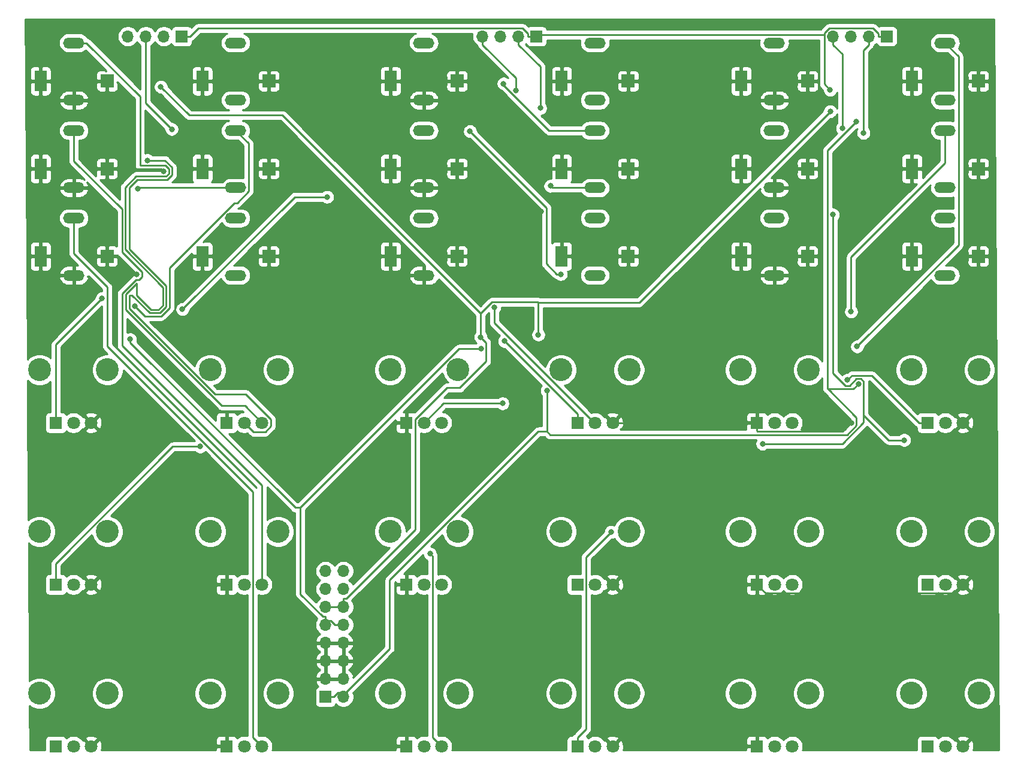
<source format=gbr>
%TF.GenerationSoftware,KiCad,Pcbnew,(5.1.8)-1*%
%TF.CreationDate,2021-01-26T23:12:48-05:00*%
%TF.ProjectId,LedController2,4c656443-6f6e-4747-926f-6c6c6572322e,rev?*%
%TF.SameCoordinates,Original*%
%TF.FileFunction,Copper,L1,Top*%
%TF.FilePolarity,Positive*%
%FSLAX46Y46*%
G04 Gerber Fmt 4.6, Leading zero omitted, Abs format (unit mm)*
G04 Created by KiCad (PCBNEW (5.1.8)-1) date 2021-01-26 23:12:48*
%MOMM*%
%LPD*%
G01*
G04 APERTURE LIST*
%TA.AperFunction,ComponentPad*%
%ADD10R,1.750000X3.000000*%
%TD*%
%TA.AperFunction,ComponentPad*%
%ADD11R,1.850000X1.850000*%
%TD*%
%TA.AperFunction,ComponentPad*%
%ADD12O,3.000000X1.524000*%
%TD*%
%TA.AperFunction,ComponentPad*%
%ADD13C,3.240000*%
%TD*%
%TA.AperFunction,ComponentPad*%
%ADD14C,1.800000*%
%TD*%
%TA.AperFunction,ComponentPad*%
%ADD15R,1.800000X1.800000*%
%TD*%
%TA.AperFunction,ComponentPad*%
%ADD16O,1.700000X1.700000*%
%TD*%
%TA.AperFunction,ComponentPad*%
%ADD17R,1.700000X1.700000*%
%TD*%
%TA.AperFunction,ViaPad*%
%ADD18C,0.800000*%
%TD*%
%TA.AperFunction,Conductor*%
%ADD19C,0.250000*%
%TD*%
%TA.AperFunction,Conductor*%
%ADD20C,0.254000*%
%TD*%
%TA.AperFunction,Conductor*%
%ADD21C,0.100000*%
%TD*%
G04 APERTURE END LIST*
D10*
%TO.P,G_CV_IN_3,S*%
%TO.N,GND*%
X102550000Y-21872500D03*
D11*
X111950000Y-21872500D03*
D12*
%TO.P,G_CV_IN_3,TN*%
X107250000Y-24572500D03*
%TO.P,G_CV_IN_3,T*%
%TO.N,Net-(G_CV_3-Pad3)*%
X107250000Y-16472500D03*
%TD*%
D10*
%TO.P,B_CV_IN_3,S*%
%TO.N,GND*%
X102550000Y-34255000D03*
D11*
X111950000Y-34255000D03*
D12*
%TO.P,B_CV_IN_3,TN*%
X107250000Y-36955000D03*
%TO.P,B_CV_IN_3,T*%
%TO.N,Net-(B_CV_3-Pad3)*%
X107250000Y-28855000D03*
%TD*%
D10*
%TO.P,R_CV_IN_3,S*%
%TO.N,GND*%
X102550000Y-9490000D03*
D11*
X111950000Y-9490000D03*
D12*
%TO.P,R_CV_IN_3,TN*%
X107250000Y-12190000D03*
%TO.P,R_CV_IN_3,T*%
%TO.N,Net-(R_CV_3-Pad3)*%
X107250000Y-4090000D03*
%TD*%
D10*
%TO.P,G_CV_IN_2,S*%
%TO.N,GND*%
X53020000Y-21872500D03*
D11*
X62420000Y-21872500D03*
D12*
%TO.P,G_CV_IN_2,TN*%
X57720000Y-24572500D03*
%TO.P,G_CV_IN_2,T*%
%TO.N,Net-(G_CV_2-Pad3)*%
X57720000Y-16472500D03*
%TD*%
D10*
%TO.P,B_CV_IN_2,S*%
%TO.N,GND*%
X53020000Y-34255000D03*
D11*
X62420000Y-34255000D03*
D12*
%TO.P,B_CV_IN_2,TN*%
X57720000Y-36955000D03*
%TO.P,B_CV_IN_2,T*%
%TO.N,Net-(B_CV_2-Pad3)*%
X57720000Y-28855000D03*
%TD*%
D10*
%TO.P,R_CV_IN_2,S*%
%TO.N,GND*%
X53020000Y-9490000D03*
D11*
X62420000Y-9490000D03*
D12*
%TO.P,R_CV_IN_2,TN*%
X57720000Y-12190000D03*
%TO.P,R_CV_IN_2,T*%
%TO.N,Net-(R_CV_2-Pad3)*%
X57720000Y-4090000D03*
%TD*%
D10*
%TO.P,G_CV_IN_1,S*%
%TO.N,GND*%
X3555000Y-21872500D03*
D11*
X12955000Y-21872500D03*
D12*
%TO.P,G_CV_IN_1,TN*%
X8255000Y-24572500D03*
%TO.P,G_CV_IN_1,T*%
%TO.N,Net-(G_CV_1-Pad3)*%
X8255000Y-16472500D03*
%TD*%
D10*
%TO.P,B_CV_IN_1,S*%
%TO.N,GND*%
X3555000Y-34255000D03*
D11*
X12955000Y-34255000D03*
D12*
%TO.P,B_CV_IN_1,TN*%
X8255000Y-36955000D03*
%TO.P,B_CV_IN_1,T*%
%TO.N,Net-(B_CV_1-Pad3)*%
X8255000Y-28855000D03*
%TD*%
D10*
%TO.P,R_CV_IN_1,S*%
%TO.N,GND*%
X3555000Y-9490000D03*
D11*
X12955000Y-9490000D03*
D12*
%TO.P,R_CV_IN_1,TN*%
X8255000Y-12190000D03*
%TO.P,R_CV_IN_1,T*%
%TO.N,Net-(R_CV_1-Pad3)*%
X8255000Y-4090000D03*
%TD*%
D10*
%TO.P,Audio_R_3,S*%
%TO.N,GND*%
X126680000Y-9490000D03*
D11*
X136080000Y-9490000D03*
D12*
%TO.P,Audio_R_3,TN*%
%TO.N,Net-(Audio_R_3-PadTN)*%
X131380000Y-12190000D03*
%TO.P,Audio_R_3,T*%
%TO.N,Net-(Audio_R_3-PadT)*%
X131380000Y-4090000D03*
%TD*%
D10*
%TO.P,Audio_B_3,S*%
%TO.N,GND*%
X126680000Y-34255000D03*
D11*
X136080000Y-34255000D03*
D12*
%TO.P,Audio_B_3,TN*%
%TO.N,Net-(Audio_B_3-PadTN)*%
X131380000Y-36955000D03*
%TO.P,Audio_B_3,T*%
%TO.N,Net-(Audio_B_3-PadT)*%
X131380000Y-28855000D03*
%TD*%
D10*
%TO.P,Audio_G_3,S*%
%TO.N,GND*%
X126680000Y-21872500D03*
D11*
X136080000Y-21872500D03*
D12*
%TO.P,Audio_G_3,TN*%
%TO.N,Net-(Audio_G_3-PadTN)*%
X131380000Y-24572500D03*
%TO.P,Audio_G_3,T*%
%TO.N,Net-(Audio_G_3-PadT)*%
X131380000Y-16472500D03*
%TD*%
D10*
%TO.P,Audio_R_2,S*%
%TO.N,GND*%
X77190000Y-9490000D03*
D11*
X86590000Y-9490000D03*
D12*
%TO.P,Audio_R_2,TN*%
%TO.N,Net-(Audio_R_2-PadTN)*%
X81890000Y-12190000D03*
%TO.P,Audio_R_2,T*%
%TO.N,Net-(Audio_R_2-PadT)*%
X81890000Y-4090000D03*
%TD*%
D10*
%TO.P,Audio_B_2,S*%
%TO.N,GND*%
X77190000Y-34255000D03*
D11*
X86590000Y-34255000D03*
D12*
%TO.P,Audio_B_2,TN*%
%TO.N,Net-(Audio_B_2-PadTN)*%
X81890000Y-36955000D03*
%TO.P,Audio_B_2,T*%
%TO.N,Net-(Audio_B_2-PadT)*%
X81890000Y-28855000D03*
%TD*%
D10*
%TO.P,Audio_G_2,S*%
%TO.N,GND*%
X77190000Y-21872500D03*
D11*
X86590000Y-21872500D03*
D12*
%TO.P,Audio_G_2,TN*%
%TO.N,Net-(Audio_G_2-PadTN)*%
X81890000Y-24572500D03*
%TO.P,Audio_G_2,T*%
%TO.N,Net-(Audio_G_2-PadT)*%
X81890000Y-16472500D03*
%TD*%
D10*
%TO.P,Audio_R_1,S*%
%TO.N,GND*%
X26415000Y-9490000D03*
D11*
X35815000Y-9490000D03*
D12*
%TO.P,Audio_R_1,TN*%
%TO.N,Net-(Audio_R_1-PadTN)*%
X31115000Y-12190000D03*
%TO.P,Audio_R_1,T*%
%TO.N,Net-(Audio_R_1-PadT)*%
X31115000Y-4090000D03*
%TD*%
D10*
%TO.P,Audio_B_1,S*%
%TO.N,GND*%
X26415000Y-34255000D03*
D11*
X35815000Y-34255000D03*
D12*
%TO.P,Audio_B_1,TN*%
%TO.N,Net-(Audio_B_1-PadTN)*%
X31115000Y-36955000D03*
%TO.P,Audio_B_1,T*%
%TO.N,Net-(Audio_B_1-PadT)*%
X31115000Y-28855000D03*
%TD*%
D10*
%TO.P,Audio_G_1,S*%
%TO.N,GND*%
X26415000Y-21872500D03*
D11*
X35815000Y-21872500D03*
D12*
%TO.P,Audio_G_1,TN*%
%TO.N,Net-(Audio_G_1-PadTN)*%
X31115000Y-24572500D03*
%TO.P,Audio_G_1,T*%
%TO.N,Net-(Audio_G_1-PadT)*%
X31115000Y-16472500D03*
%TD*%
D13*
%TO.P,G_CV_3,*%
%TO.N,*%
X102475000Y-73145000D03*
X112075000Y-73145000D03*
D14*
%TO.P,G_CV_3,3*%
%TO.N,Net-(G_CV_3-Pad3)*%
X109775000Y-80645000D03*
%TO.P,G_CV_3,2*%
%TO.N,Net-(G_CV_3-Pad2)*%
X107275000Y-80645000D03*
D15*
%TO.P,G_CV_3,1*%
%TO.N,GND*%
X104775000Y-80645000D03*
%TD*%
D13*
%TO.P,B_CV_3,*%
%TO.N,*%
X102475000Y-96005000D03*
X112075000Y-96005000D03*
D14*
%TO.P,B_CV_3,3*%
%TO.N,Net-(B_CV_3-Pad3)*%
X109775000Y-103505000D03*
%TO.P,B_CV_3,2*%
%TO.N,Net-(B_CV_3-Pad2)*%
X107275000Y-103505000D03*
D15*
%TO.P,B_CV_3,1*%
%TO.N,GND*%
X104775000Y-103505000D03*
%TD*%
D13*
%TO.P,R_CV_3,*%
%TO.N,*%
X102475000Y-50285000D03*
X112075000Y-50285000D03*
D14*
%TO.P,R_CV_3,3*%
%TO.N,Net-(R_CV_3-Pad3)*%
X109775000Y-57785000D03*
%TO.P,R_CV_3,2*%
%TO.N,Net-(R25-Pad2)*%
X107275000Y-57785000D03*
D15*
%TO.P,R_CV_3,1*%
%TO.N,GND*%
X104775000Y-57785000D03*
%TD*%
D13*
%TO.P,G_CV_2,*%
%TO.N,*%
X52945000Y-73145000D03*
X62545000Y-73145000D03*
D14*
%TO.P,G_CV_2,3*%
%TO.N,Net-(G_CV_2-Pad3)*%
X60245000Y-80645000D03*
%TO.P,G_CV_2,2*%
%TO.N,Net-(G_CV_2-Pad2)*%
X57745000Y-80645000D03*
D15*
%TO.P,G_CV_2,1*%
%TO.N,GND*%
X55245000Y-80645000D03*
%TD*%
D13*
%TO.P,B_CV_2,*%
%TO.N,*%
X52945000Y-96005000D03*
X62545000Y-96005000D03*
D14*
%TO.P,B_CV_2,3*%
%TO.N,Net-(B_CV_2-Pad3)*%
X60245000Y-103505000D03*
%TO.P,B_CV_2,2*%
%TO.N,Net-(B_CV_2-Pad2)*%
X57745000Y-103505000D03*
D15*
%TO.P,B_CV_2,1*%
%TO.N,GND*%
X55245000Y-103505000D03*
%TD*%
D13*
%TO.P,R_CV_2,*%
%TO.N,*%
X52945000Y-50285000D03*
X62545000Y-50285000D03*
D14*
%TO.P,R_CV_2,3*%
%TO.N,Net-(R_CV_2-Pad3)*%
X60245000Y-57785000D03*
%TO.P,R_CV_2,2*%
%TO.N,Net-(R13-Pad2)*%
X57745000Y-57785000D03*
D15*
%TO.P,R_CV_2,1*%
%TO.N,GND*%
X55245000Y-57785000D03*
%TD*%
D13*
%TO.P,G_CV_1,*%
%TO.N,*%
X27545000Y-73145000D03*
X37145000Y-73145000D03*
D14*
%TO.P,G_CV_1,3*%
%TO.N,Net-(G_CV_1-Pad3)*%
X34845000Y-80645000D03*
%TO.P,G_CV_1,2*%
%TO.N,Net-(G_CV_1-Pad2)*%
X32345000Y-80645000D03*
D15*
%TO.P,G_CV_1,1*%
%TO.N,GND*%
X29845000Y-80645000D03*
%TD*%
D13*
%TO.P,B_CV_1,*%
%TO.N,*%
X27545000Y-96005000D03*
X37145000Y-96005000D03*
D14*
%TO.P,B_CV_1,3*%
%TO.N,Net-(B_CV_1-Pad3)*%
X34845000Y-103505000D03*
%TO.P,B_CV_1,2*%
%TO.N,Net-(B_CV_1-Pad2)*%
X32345000Y-103505000D03*
D15*
%TO.P,B_CV_1,1*%
%TO.N,GND*%
X29845000Y-103505000D03*
%TD*%
D13*
%TO.P,R_CV_1,*%
%TO.N,*%
X27545000Y-50285000D03*
X37145000Y-50285000D03*
D14*
%TO.P,R_CV_1,3*%
%TO.N,Net-(R_CV_1-Pad3)*%
X34845000Y-57785000D03*
%TO.P,R_CV_1,2*%
%TO.N,Net-(R1-Pad2)*%
X32345000Y-57785000D03*
D15*
%TO.P,R_CV_1,1*%
%TO.N,GND*%
X29845000Y-57785000D03*
%TD*%
D13*
%TO.P,B_A_RV1,*%
%TO.N,*%
X3415000Y-96005000D03*
X13015000Y-96005000D03*
D14*
%TO.P,B_A_RV1,3*%
%TO.N,GND*%
X10715000Y-103505000D03*
%TO.P,B_A_RV1,2*%
%TO.N,Net-(B_A_RV1-Pad2)*%
X8215000Y-103505000D03*
D15*
%TO.P,B_A_RV1,1*%
%TO.N,/StripControl1/sheet600AC493/Audio_Signal_B*%
X5715000Y-103505000D03*
%TD*%
D13*
%TO.P,R_A_RV3,*%
%TO.N,*%
X126605000Y-50285000D03*
X136205000Y-50285000D03*
D14*
%TO.P,R_A_RV3,3*%
%TO.N,GND*%
X133905000Y-57785000D03*
%TO.P,R_A_RV3,2*%
%TO.N,Net-(R34-Pad1)*%
X131405000Y-57785000D03*
D15*
%TO.P,R_A_RV3,1*%
%TO.N,/StripControl3/sheet600AC493/Audio_Signal_R*%
X128905000Y-57785000D03*
%TD*%
D13*
%TO.P,B_A_RV3,*%
%TO.N,*%
X126605000Y-96005000D03*
X136205000Y-96005000D03*
D14*
%TO.P,B_A_RV3,3*%
%TO.N,GND*%
X133905000Y-103505000D03*
%TO.P,B_A_RV3,2*%
%TO.N,Net-(B_A_RV3-Pad2)*%
X131405000Y-103505000D03*
D15*
%TO.P,B_A_RV3,1*%
%TO.N,/StripControl3/sheet600AC493/Audio_Signal_B*%
X128905000Y-103505000D03*
%TD*%
D13*
%TO.P,G_A_RV3,*%
%TO.N,*%
X126605000Y-73145000D03*
X136205000Y-73145000D03*
D14*
%TO.P,G_A_RV3,3*%
%TO.N,GND*%
X133905000Y-80645000D03*
%TO.P,G_A_RV3,2*%
%TO.N,Net-(G_A_RV3-Pad2)*%
X131405000Y-80645000D03*
D15*
%TO.P,G_A_RV3,1*%
%TO.N,/StripControl3/sheet600AC493/Audio_Signal_G*%
X128905000Y-80645000D03*
%TD*%
D13*
%TO.P,R_A_RV2,*%
%TO.N,*%
X77115000Y-50285000D03*
X86715000Y-50285000D03*
D14*
%TO.P,R_A_RV2,3*%
%TO.N,GND*%
X84415000Y-57785000D03*
%TO.P,R_A_RV2,2*%
%TO.N,Net-(R22-Pad1)*%
X81915000Y-57785000D03*
D15*
%TO.P,R_A_RV2,1*%
%TO.N,/StripControl2/sheet600AC493/Audio_Signal_R*%
X79415000Y-57785000D03*
%TD*%
D13*
%TO.P,B_A_RV2,*%
%TO.N,*%
X77115000Y-96005000D03*
X86715000Y-96005000D03*
D14*
%TO.P,B_A_RV2,3*%
%TO.N,GND*%
X84415000Y-103505000D03*
%TO.P,B_A_RV2,2*%
%TO.N,Net-(B_A_RV2-Pad2)*%
X81915000Y-103505000D03*
D15*
%TO.P,B_A_RV2,1*%
%TO.N,/StripControl2/sheet600AC493/Audio_Signal_B*%
X79415000Y-103505000D03*
%TD*%
D13*
%TO.P,G_A_RV2,*%
%TO.N,*%
X77115000Y-73145000D03*
X86715000Y-73145000D03*
D14*
%TO.P,G_A_RV2,3*%
%TO.N,GND*%
X84415000Y-80645000D03*
%TO.P,G_A_RV2,2*%
%TO.N,Net-(G_A_RV2-Pad2)*%
X81915000Y-80645000D03*
D15*
%TO.P,G_A_RV2,1*%
%TO.N,/StripControl2/sheet600AC493/Audio_Signal_G*%
X79415000Y-80645000D03*
%TD*%
D13*
%TO.P,R_A_RV1,*%
%TO.N,*%
X3415000Y-50285000D03*
X13015000Y-50285000D03*
D14*
%TO.P,R_A_RV1,3*%
%TO.N,GND*%
X10715000Y-57785000D03*
%TO.P,R_A_RV1,2*%
%TO.N,Net-(R10-Pad1)*%
X8215000Y-57785000D03*
D15*
%TO.P,R_A_RV1,1*%
%TO.N,/StripControl1/sheet600AC493/Audio_Signal_R*%
X5715000Y-57785000D03*
%TD*%
D13*
%TO.P,G_A_RV1,*%
%TO.N,*%
X3415000Y-73145000D03*
X13015000Y-73145000D03*
D14*
%TO.P,G_A_RV1,3*%
%TO.N,GND*%
X10715000Y-80645000D03*
%TO.P,G_A_RV1,2*%
%TO.N,Net-(G_A_RV1-Pad2)*%
X8215000Y-80645000D03*
D15*
%TO.P,G_A_RV1,1*%
%TO.N,/StripControl1/sheet600AC493/Audio_Signal_G*%
X5715000Y-80645000D03*
%TD*%
D16*
%TO.P,J4,4*%
%TO.N,/StripControl3/R_out*%
X115520000Y-3175000D03*
%TO.P,J4,3*%
%TO.N,/StripControl3/B_Out*%
X118060000Y-3175000D03*
%TO.P,J4,2*%
%TO.N,/StripControl3/G_Out*%
X120600000Y-3175000D03*
D17*
%TO.P,J4,1*%
%TO.N,+12V*%
X123140000Y-3175000D03*
%TD*%
D16*
%TO.P,J3,4*%
%TO.N,/StripControl2/R_out*%
X66010000Y-3175000D03*
%TO.P,J3,3*%
%TO.N,/StripControl2/B_Out*%
X68550000Y-3175000D03*
%TO.P,J3,2*%
%TO.N,/StripControl2/G_Out*%
X71090000Y-3175000D03*
D17*
%TO.P,J3,1*%
%TO.N,+12V*%
X73630000Y-3175000D03*
%TD*%
D16*
%TO.P,J2,4*%
%TO.N,/StripControl1/R_out*%
X15890000Y-3175000D03*
%TO.P,J2,3*%
%TO.N,/StripControl1/B_Out*%
X18430000Y-3175000D03*
%TO.P,J2,2*%
%TO.N,/StripControl1/G_Out*%
X20970000Y-3175000D03*
D17*
%TO.P,J2,1*%
%TO.N,+12V*%
X23510000Y-3175000D03*
%TD*%
D16*
%TO.P,J1,16*%
%TO.N,N/C*%
X46355000Y-78740000D03*
%TO.P,J1,15*%
X43815000Y-78740000D03*
%TO.P,J1,14*%
X46355000Y-81280000D03*
%TO.P,J1,13*%
X43815000Y-81280000D03*
%TO.P,J1,12*%
%TO.N,+5V*%
X46355000Y-83820000D03*
%TO.P,J1,11*%
X43815000Y-83820000D03*
%TO.P,J1,10*%
%TO.N,+12V*%
X46355000Y-86360000D03*
%TO.P,J1,9*%
X43815000Y-86360000D03*
%TO.P,J1,8*%
%TO.N,GND*%
X46355000Y-88900000D03*
%TO.P,J1,7*%
X43815000Y-88900000D03*
%TO.P,J1,6*%
X46355000Y-91440000D03*
%TO.P,J1,5*%
X43815000Y-91440000D03*
%TO.P,J1,4*%
X46355000Y-93980000D03*
%TO.P,J1,3*%
X43815000Y-93980000D03*
%TO.P,J1,2*%
%TO.N,-12V*%
X46355000Y-96520000D03*
D17*
%TO.P,J1,1*%
X43815000Y-96520000D03*
%TD*%
D18*
%TO.N,GND*%
X20955000Y-22225000D03*
X65405000Y-27305000D03*
X74295000Y-27940000D03*
X118110000Y-57785000D03*
X17145000Y-36830000D03*
X120015000Y-81915000D03*
%TO.N,+5V*%
X115140000Y-13766900D03*
X73897100Y-45338100D03*
X65729900Y-45667000D03*
X20554300Y-10305300D03*
%TO.N,+12V*%
X115129300Y-10742200D03*
X16217700Y-45994600D03*
X65775900Y-47343600D03*
%TO.N,-12V*%
X75107000Y-53236600D03*
X118780400Y-15256800D03*
X119134800Y-52289500D03*
%TO.N,/StripControl1/B_Out*%
X22099600Y-16282300D03*
%TO.N,/StripControl2/G_Out*%
X74171700Y-13315500D03*
%TO.N,/StripControl2/R_out*%
X70740600Y-10776700D03*
%TO.N,/StripControl3/G_Out*%
X119845200Y-16811500D03*
%TO.N,/StripControl3/R_out*%
X116865000Y-16145400D03*
%TO.N,/StripControl3/R_Audio*%
X125591300Y-60226200D03*
X105578200Y-60756800D03*
X115526300Y-28373100D03*
%TO.N,Net-(R22-Pad1)*%
X67667700Y-41453000D03*
%TO.N,/StripControl1/sheet600AC493/Audio_Signal_G*%
X26102100Y-61146000D03*
%TO.N,/StripControl1/sheet600AC493/Audio_Signal_B*%
X44047000Y-25866500D03*
X23601400Y-41739000D03*
%TO.N,/StripControl1/sheet600AC493/Audio_Signal_R*%
X12259100Y-40188100D03*
%TO.N,/StripControl2/sheet600AC493/Audio_Signal_B*%
X84192500Y-73201800D03*
%TO.N,/StripControl2/sheet600AC493/Audio_Signal_R*%
X69102800Y-46248000D03*
%TO.N,/StripControl3/sheet600AC493/Audio_Signal_R*%
X117548100Y-51751700D03*
%TO.N,Net-(G_A_RV2-Pad2)*%
X64231300Y-16586100D03*
X77053400Y-36787800D03*
%TO.N,Net-(R1-Pad2)*%
X18656700Y-20697479D03*
%TO.N,Net-(R13-Pad2)*%
X68836000Y-55039300D03*
%TO.N,Net-(B_CV_2-Pad3)*%
X58593800Y-76303700D03*
%TO.N,Net-(Audio_G_1-PadT)*%
X16897500Y-41293600D03*
%TO.N,Net-(Audio_G_2-PadT)*%
X68973400Y-9847800D03*
%TO.N,Net-(Audio_G_3-PadT)*%
X118083800Y-42077600D03*
%TO.N,Net-(Audio_R_3-PadT)*%
X118926600Y-47005100D03*
%TO.N,Net-(Audio_G_1-PadTN)*%
X17266800Y-24712000D03*
%TO.N,Net-(Audio_G_2-PadTN)*%
X75594562Y-24308553D03*
%TD*%
D19*
%TO.N,GND*%
X104775000Y-57785000D02*
X84415000Y-57785000D01*
X12955000Y-21872500D02*
X20602500Y-21872500D01*
X20602500Y-21872500D02*
X20955000Y-22225000D01*
X62420000Y-21872500D02*
X62420000Y-24320000D01*
X62420000Y-24320000D02*
X65405000Y-27305000D01*
X65405000Y-27305000D02*
X73660000Y-27305000D01*
X73660000Y-27305000D02*
X74295000Y-27940000D01*
X104850001Y-59010001D02*
X116884999Y-59010001D01*
X104775000Y-58935000D02*
X104850001Y-59010001D01*
X104775000Y-57785000D02*
X104775000Y-58935000D01*
X116884999Y-59010001D02*
X118110000Y-57785000D01*
X12955000Y-34255000D02*
X14570000Y-34255000D01*
X14570000Y-34255000D02*
X17145000Y-36830000D01*
X106000001Y-81870001D02*
X104775000Y-80645000D01*
X133905000Y-80645000D02*
X132679999Y-81870001D01*
X120059999Y-81870001D02*
X120015000Y-81915000D01*
X120015000Y-81915000D02*
X106000001Y-81870001D01*
X132679999Y-81870001D02*
X120059999Y-81870001D01*
%TO.N,+5V*%
X73897100Y-40765300D02*
X88141600Y-40765300D01*
X88141600Y-40765300D02*
X115140000Y-13766900D01*
X73897100Y-40765300D02*
X73897100Y-45338100D01*
X65729900Y-42337400D02*
X67339900Y-40727400D01*
X67339900Y-40727400D02*
X73859200Y-40727400D01*
X73859200Y-40727400D02*
X73897100Y-40765300D01*
X65729900Y-42337400D02*
X65729900Y-45667000D01*
X20554300Y-10305300D02*
X24580200Y-14331200D01*
X24580200Y-14331200D02*
X37723700Y-14331200D01*
X37723700Y-14331200D02*
X65729900Y-42337400D01*
X46355000Y-82644700D02*
X46722300Y-82644700D01*
X46722300Y-82644700D02*
X56470400Y-72896600D01*
X56470400Y-72896600D02*
X56470400Y-57304400D01*
X56470400Y-57304400D02*
X60947400Y-52827400D01*
X60947400Y-52827400D02*
X62787100Y-52827400D01*
X62787100Y-52827400D02*
X66513900Y-49100600D01*
X66513900Y-49100600D02*
X66513900Y-46451000D01*
X66513900Y-46451000D02*
X65729900Y-45667000D01*
X46355000Y-83820000D02*
X46355000Y-82644700D01*
X43815000Y-83820000D02*
X46355000Y-83820000D01*
%TO.N,+12V*%
X114290500Y-2954600D02*
X73262800Y-2954600D01*
X73262800Y-2954600D02*
X73042400Y-3175000D01*
X121964700Y-3175000D02*
X121964700Y-2807600D01*
X121964700Y-2807600D02*
X121156800Y-1999700D01*
X121156800Y-1999700D02*
X115006600Y-1999700D01*
X115006600Y-1999700D02*
X114290500Y-2715800D01*
X114290500Y-2715800D02*
X114290500Y-2954600D01*
X114290500Y-2954600D02*
X114290500Y-9903400D01*
X114290500Y-9903400D02*
X115129300Y-10742200D01*
X123140000Y-3175000D02*
X121964700Y-3175000D01*
X73042400Y-3175000D02*
X72454700Y-3175000D01*
X73630000Y-3175000D02*
X73042400Y-3175000D01*
X23510000Y-3175000D02*
X24685300Y-3175000D01*
X24685300Y-3175000D02*
X25860600Y-1999700D01*
X25860600Y-1999700D02*
X71646800Y-1999700D01*
X71646800Y-1999700D02*
X72454700Y-2807600D01*
X72454700Y-2807600D02*
X72454700Y-3175000D01*
X40256100Y-69760900D02*
X39537800Y-69760900D01*
X39537800Y-69760900D02*
X16217700Y-46440800D01*
X16217700Y-46440800D02*
X16217700Y-45994600D01*
X40256100Y-69760900D02*
X62673400Y-47343600D01*
X62673400Y-47343600D02*
X65775900Y-47343600D01*
X43815000Y-85184700D02*
X43447600Y-85184700D01*
X43447600Y-85184700D02*
X40256100Y-81993200D01*
X40256100Y-81993200D02*
X40256100Y-69760900D01*
X46355000Y-86360000D02*
X45179700Y-86360000D01*
X43815000Y-85772300D02*
X44592000Y-85772300D01*
X44592000Y-85772300D02*
X45179700Y-86360000D01*
X43815000Y-85772300D02*
X43815000Y-85184700D01*
X43815000Y-86360000D02*
X43815000Y-85772300D01*
%TO.N,-12V*%
X75107000Y-59033700D02*
X73888500Y-59033700D01*
X73888500Y-59033700D02*
X52893700Y-80028500D01*
X52893700Y-80028500D02*
X52893700Y-89696000D01*
X52893700Y-89696000D02*
X46355000Y-96234700D01*
X75107000Y-59033700D02*
X75107000Y-53236600D01*
X114801100Y-53021300D02*
X114743300Y-52963500D01*
X114743300Y-52963500D02*
X114743300Y-19293900D01*
X114743300Y-19293900D02*
X118780400Y-15256800D01*
X119134800Y-52289500D02*
X118403000Y-53021300D01*
X118403000Y-53021300D02*
X114801100Y-53021300D01*
X46355000Y-96234700D02*
X46355000Y-95949400D01*
X46355000Y-96520000D02*
X46355000Y-96234700D01*
X43815000Y-96520000D02*
X44990300Y-96520000D01*
X44990300Y-96520000D02*
X45560900Y-95949400D01*
X45560900Y-95949400D02*
X46355000Y-95949400D01*
X118835002Y-58133002D02*
X117507992Y-59460012D01*
X75533312Y-59460012D02*
X75107000Y-59033700D01*
X114801100Y-53021300D02*
X118835002Y-57055202D01*
X118835002Y-57055202D02*
X118835002Y-58133002D01*
X117507992Y-59460012D02*
X75533312Y-59460012D01*
%TO.N,/StripControl1/B_Out*%
X22099600Y-16282300D02*
X18430000Y-12612700D01*
X18430000Y-12612700D02*
X18430000Y-4350300D01*
X18430000Y-3175000D02*
X18430000Y-4350300D01*
%TO.N,/StripControl2/G_Out*%
X71090000Y-3175000D02*
X71090000Y-4350300D01*
X74171700Y-13315500D02*
X74171700Y-7432000D01*
X74171700Y-7432000D02*
X71090000Y-4350300D01*
%TO.N,/StripControl2/R_out*%
X66010000Y-3175000D02*
X66010000Y-4350300D01*
X66010000Y-4350300D02*
X70740600Y-9080900D01*
X70740600Y-9080900D02*
X70740600Y-10776700D01*
%TO.N,/StripControl3/G_Out*%
X120600000Y-3175000D02*
X120600000Y-4350300D01*
X120600000Y-4350300D02*
X119845200Y-5105100D01*
X119845200Y-5105100D02*
X119845200Y-16811500D01*
%TO.N,/StripControl3/R_out*%
X115520000Y-3175000D02*
X115520000Y-4350300D01*
X115520000Y-4350300D02*
X116865000Y-5695300D01*
X116865000Y-5695300D02*
X116865000Y-16145400D01*
%TO.N,/StripControl3/R_Audio*%
X119862700Y-56736300D02*
X123352600Y-60226200D01*
X123352600Y-60226200D02*
X125591300Y-60226200D01*
X115526300Y-28373100D02*
X115526300Y-50780100D01*
X115526300Y-50780100D02*
X117270100Y-52523900D01*
X117270100Y-52523900D02*
X117874700Y-52523900D01*
X117874700Y-52523900D02*
X118834400Y-51564200D01*
X118834400Y-51564200D02*
X119502500Y-51564200D01*
X119502500Y-51564200D02*
X119862700Y-51924400D01*
X119862700Y-51924400D02*
X119862700Y-56736300D01*
X119862700Y-56736300D02*
X119862700Y-57741715D01*
X119862700Y-57741715D02*
X116847615Y-60756800D01*
X116847615Y-60756800D02*
X105578200Y-60756800D01*
%TO.N,Net-(R22-Pad1)*%
X67667700Y-41453000D02*
X67667700Y-43657000D01*
X67667700Y-43657000D02*
X81795700Y-57785000D01*
X81795700Y-57785000D02*
X81915000Y-57785000D01*
%TO.N,/StripControl1/sheet600AC493/Audio_Signal_G*%
X5715000Y-80645000D02*
X5715000Y-77677300D01*
X5715000Y-77677300D02*
X22246300Y-61146000D01*
X22246300Y-61146000D02*
X26102100Y-61146000D01*
%TO.N,/StripControl1/sheet600AC493/Audio_Signal_B*%
X23601400Y-41739000D02*
X39473900Y-25866500D01*
X39473900Y-25866500D02*
X44047000Y-25866500D01*
%TO.N,/StripControl1/sheet600AC493/Audio_Signal_R*%
X5715000Y-57785000D02*
X5715000Y-56559700D01*
X5715000Y-56559700D02*
X5715000Y-46732200D01*
X5715000Y-46732200D02*
X12259100Y-40188100D01*
%TO.N,/StripControl2/sheet600AC493/Audio_Signal_B*%
X79415000Y-103505000D02*
X79415000Y-102279700D01*
X84192500Y-73201800D02*
X80640300Y-76754000D01*
X80640300Y-76754000D02*
X80640300Y-101054400D01*
X80640300Y-101054400D02*
X79415000Y-102279700D01*
%TO.N,/StripControl2/sheet600AC493/Audio_Signal_R*%
X79415000Y-56559700D02*
X79415000Y-56518800D01*
X79415000Y-56518800D02*
X69144200Y-46248000D01*
X69144200Y-46248000D02*
X69102800Y-46248000D01*
X79415000Y-57785000D02*
X79415000Y-56559700D01*
%TO.N,/StripControl3/sheet600AC493/Audio_Signal_R*%
X127679700Y-57785000D02*
X121008600Y-51113900D01*
X121008600Y-51113900D02*
X118185900Y-51113900D01*
X118185900Y-51113900D02*
X117548100Y-51751700D01*
X128905000Y-57785000D02*
X127679700Y-57785000D01*
%TO.N,Net-(G_A_RV2-Pad2)*%
X75020002Y-27374802D02*
X64231300Y-16586100D01*
X77053400Y-36787800D02*
X76487715Y-36787800D01*
X76487715Y-36787800D02*
X75020002Y-35320087D01*
X75020002Y-35320087D02*
X75020002Y-27374802D01*
%TO.N,Net-(R1-Pad2)*%
X16135200Y-33275968D02*
X16135200Y-24507621D01*
X21310024Y-38450792D02*
X16135200Y-33275968D01*
X18964198Y-42265024D02*
X20405802Y-42265024D01*
X20405802Y-42265024D02*
X21310024Y-41360802D01*
X16448206Y-39749032D02*
X18964198Y-42265024D01*
X16135200Y-39749032D02*
X16448206Y-39749032D01*
X35315700Y-59059200D02*
X36108300Y-58266600D01*
X21310024Y-41360802D02*
X21310024Y-38450792D01*
X16135200Y-41674100D02*
X16135200Y-39749032D01*
X16135200Y-24507621D02*
X17242808Y-23400013D01*
X32536300Y-53732200D02*
X28193300Y-53732200D01*
X17242808Y-23400013D02*
X21489402Y-23400013D01*
X22130013Y-21690598D02*
X21136894Y-20697479D01*
X33619200Y-59059200D02*
X35315700Y-59059200D01*
X32345000Y-57785000D02*
X33619200Y-59059200D01*
X36108300Y-58266600D02*
X36108300Y-57304200D01*
X21136894Y-20697479D02*
X18656700Y-20697479D01*
X36108300Y-57304200D02*
X32536300Y-53732200D01*
X28193300Y-53732200D02*
X16135200Y-41674100D01*
X21489402Y-23400013D02*
X22130013Y-22759402D01*
X22130013Y-22759402D02*
X22130013Y-21690598D01*
%TO.N,Net-(R13-Pad2)*%
X57745000Y-57785000D02*
X60490700Y-55039300D01*
X60490700Y-55039300D02*
X68836000Y-55039300D01*
%TO.N,Net-(B_CV_1-Pad3)*%
X8255000Y-28855000D02*
X8255000Y-33881200D01*
X8255000Y-33881200D02*
X12984500Y-38610700D01*
X12984500Y-38610700D02*
X12984500Y-46968800D01*
X12984500Y-46968800D02*
X33570400Y-67554700D01*
X33570400Y-67554700D02*
X33570400Y-102230400D01*
X33570400Y-102230400D02*
X34845000Y-103505000D01*
%TO.N,Net-(G_CV_1-Pad3)*%
X8255000Y-16472500D02*
X8255000Y-20818700D01*
X8255000Y-20818700D02*
X15055009Y-27618709D01*
X34845000Y-66640200D02*
X34845000Y-80645000D01*
X17870002Y-36481998D02*
X17870002Y-37178002D01*
X15055009Y-27618709D02*
X15055009Y-33667005D01*
X17870002Y-37178002D02*
X17493002Y-37555002D01*
X15055009Y-46850209D02*
X34845000Y-66640200D01*
X17493002Y-37555002D02*
X17056408Y-37555002D01*
X17056408Y-37555002D02*
X15055009Y-39556401D01*
X15055009Y-33667005D02*
X17870002Y-36481998D01*
X15055009Y-39556401D02*
X15055009Y-46850209D01*
%TO.N,Net-(R_CV_1-Pad3)*%
X34845000Y-57785000D02*
X32425900Y-55365900D01*
X32425900Y-55365900D02*
X29190100Y-55365900D01*
X29190100Y-55365900D02*
X15612801Y-41788601D01*
X21225493Y-21422489D02*
X17613899Y-21422489D01*
X15505020Y-33282199D02*
X15505020Y-24501390D01*
X17145001Y-38102821D02*
X17145001Y-39809416D01*
X17056408Y-22950002D02*
X21303002Y-22950002D01*
X17595009Y-11680009D02*
X10005000Y-4090000D01*
X17145001Y-39809416D02*
X19150598Y-41815013D01*
X20219402Y-41815013D02*
X20860013Y-41174402D01*
X15505020Y-24501390D02*
X17056408Y-22950002D01*
X17595009Y-21403599D02*
X17595009Y-11680009D01*
X21303002Y-22950002D02*
X21680002Y-22573002D01*
X10005000Y-4090000D02*
X8255000Y-4090000D01*
X19150598Y-41815013D02*
X20219402Y-41815013D01*
X15612801Y-41788601D02*
X15612801Y-39635020D01*
X17613899Y-21422489D02*
X17595009Y-21403599D01*
X21680002Y-21876998D02*
X21225493Y-21422489D01*
X21680002Y-22573002D02*
X21680002Y-21876998D01*
X20860013Y-38637192D02*
X15505020Y-33282199D01*
X20860013Y-41174402D02*
X20860013Y-38637192D01*
X15612801Y-39635020D02*
X17145001Y-38102821D01*
%TO.N,Net-(B_CV_2-Pad3)*%
X60245000Y-103505000D02*
X58970400Y-102230400D01*
X58970400Y-102230400D02*
X58970400Y-76680300D01*
X58970400Y-76680300D02*
X58593800Y-76303700D01*
%TO.N,Net-(Audio_G_1-PadT)*%
X16897500Y-41293600D02*
X18318935Y-42715035D01*
X32952400Y-18309900D02*
X31115000Y-16472500D01*
X32952400Y-25073900D02*
X32952400Y-18309900D01*
X18318935Y-42715035D02*
X20592202Y-42715035D01*
X30957100Y-26713700D02*
X31312600Y-26713700D01*
X21760035Y-35910765D02*
X30957100Y-26713700D01*
X31312600Y-26713700D02*
X32952400Y-25073900D01*
X20592202Y-42715035D02*
X21760035Y-41547202D01*
X21760035Y-41547202D02*
X21760035Y-35910765D01*
%TO.N,Net-(Audio_G_2-PadT)*%
X81890000Y-16472500D02*
X75371100Y-16472500D01*
X75371100Y-16472500D02*
X68973500Y-10074900D01*
X68973500Y-10074900D02*
X68973500Y-9847800D01*
X68973500Y-9847800D02*
X68973400Y-9847800D01*
%TO.N,Net-(Audio_G_3-PadT)*%
X118083800Y-42077600D02*
X118083800Y-34350600D01*
X118083800Y-34350600D02*
X131380000Y-21054400D01*
X131380000Y-21054400D02*
X131380000Y-16472500D01*
%TO.N,Net-(Audio_R_3-PadT)*%
X131380000Y-4090000D02*
X133260500Y-5970500D01*
X133260500Y-5970500D02*
X133260500Y-32671200D01*
X133260500Y-32671200D02*
X118926600Y-47005100D01*
%TO.N,Net-(Audio_G_1-PadTN)*%
X31115000Y-24572500D02*
X17406300Y-24572500D01*
X17406300Y-24572500D02*
X17266800Y-24712000D01*
%TO.N,Net-(Audio_G_2-PadTN)*%
X75858509Y-24572500D02*
X75594562Y-24308553D01*
X81890000Y-24572500D02*
X75858509Y-24572500D01*
%TD*%
D20*
%TO.N,GND*%
X66907701Y-43619668D02*
X66904024Y-43657000D01*
X66918698Y-43805985D01*
X66962154Y-43949246D01*
X67032726Y-44081276D01*
X67103901Y-44168002D01*
X67127700Y-44197001D01*
X67156698Y-44220799D01*
X68411494Y-45475595D01*
X68298863Y-45588226D01*
X68185595Y-45757744D01*
X68107574Y-45946102D01*
X68067800Y-46146061D01*
X68067800Y-46349939D01*
X68107574Y-46549898D01*
X68185595Y-46738256D01*
X68298863Y-46907774D01*
X68443026Y-47051937D01*
X68612544Y-47165205D01*
X68800902Y-47243226D01*
X69000861Y-47283000D01*
X69104399Y-47283000D01*
X74350644Y-52529245D01*
X74303063Y-52576826D01*
X74189795Y-52746344D01*
X74111774Y-52934702D01*
X74072000Y-53134661D01*
X74072000Y-53338539D01*
X74111774Y-53538498D01*
X74189795Y-53726856D01*
X74303063Y-53896374D01*
X74347001Y-53940312D01*
X74347000Y-58273700D01*
X73925823Y-58273700D01*
X73888500Y-58270024D01*
X73851177Y-58273700D01*
X73851167Y-58273700D01*
X73739514Y-58284697D01*
X73606647Y-58325001D01*
X73596253Y-58328154D01*
X73464223Y-58398726D01*
X73418563Y-58436199D01*
X73348499Y-58493699D01*
X73324701Y-58522697D01*
X52382703Y-79464696D01*
X52353699Y-79488499D01*
X52298571Y-79555674D01*
X52258726Y-79604224D01*
X52214678Y-79686632D01*
X52188154Y-79736254D01*
X52144697Y-79879515D01*
X52133700Y-79991168D01*
X52133700Y-79991178D01*
X52130024Y-80028500D01*
X52133700Y-80065822D01*
X52133701Y-89381197D01*
X47689968Y-93824930D01*
X47796476Y-93623110D01*
X47751825Y-93475901D01*
X47626641Y-93213080D01*
X47452588Y-92979731D01*
X47236355Y-92784822D01*
X47110745Y-92710000D01*
X47236355Y-92635178D01*
X47452588Y-92440269D01*
X47626641Y-92206920D01*
X47751825Y-91944099D01*
X47796476Y-91796890D01*
X47675155Y-91567000D01*
X46482000Y-91567000D01*
X46482000Y-93853000D01*
X46502000Y-93853000D01*
X46502000Y-94107000D01*
X46482000Y-94107000D01*
X46482000Y-94127000D01*
X46228000Y-94127000D01*
X46228000Y-94107000D01*
X43942000Y-94107000D01*
X43942000Y-94127000D01*
X43688000Y-94127000D01*
X43688000Y-94107000D01*
X42494845Y-94107000D01*
X42373524Y-94336890D01*
X42418175Y-94484099D01*
X42543359Y-94746920D01*
X42717412Y-94980269D01*
X42801466Y-95056034D01*
X42720820Y-95080498D01*
X42610506Y-95139463D01*
X42513815Y-95218815D01*
X42434463Y-95315506D01*
X42375498Y-95425820D01*
X42339188Y-95545518D01*
X42326928Y-95670000D01*
X42326928Y-97370000D01*
X42339188Y-97494482D01*
X42375498Y-97614180D01*
X42434463Y-97724494D01*
X42513815Y-97821185D01*
X42610506Y-97900537D01*
X42720820Y-97959502D01*
X42840518Y-97995812D01*
X42965000Y-98008072D01*
X44665000Y-98008072D01*
X44789482Y-97995812D01*
X44909180Y-97959502D01*
X45019494Y-97900537D01*
X45116185Y-97821185D01*
X45195537Y-97724494D01*
X45254502Y-97614180D01*
X45276513Y-97541620D01*
X45408368Y-97673475D01*
X45651589Y-97835990D01*
X45921842Y-97947932D01*
X46208740Y-98005000D01*
X46501260Y-98005000D01*
X46788158Y-97947932D01*
X47058411Y-97835990D01*
X47301632Y-97673475D01*
X47508475Y-97466632D01*
X47670990Y-97223411D01*
X47782932Y-96953158D01*
X47840000Y-96666260D01*
X47840000Y-96373740D01*
X47782932Y-96086842D01*
X47722809Y-95941692D01*
X47881599Y-95782902D01*
X50690000Y-95782902D01*
X50690000Y-96227098D01*
X50776658Y-96662759D01*
X50946645Y-97073143D01*
X51193427Y-97442479D01*
X51507521Y-97756573D01*
X51876857Y-98003355D01*
X52287241Y-98173342D01*
X52722902Y-98260000D01*
X53167098Y-98260000D01*
X53602759Y-98173342D01*
X54013143Y-98003355D01*
X54382479Y-97756573D01*
X54696573Y-97442479D01*
X54943355Y-97073143D01*
X55113342Y-96662759D01*
X55200000Y-96227098D01*
X55200000Y-95782902D01*
X55113342Y-95347241D01*
X54943355Y-94936857D01*
X54696573Y-94567521D01*
X54382479Y-94253427D01*
X54013143Y-94006645D01*
X53602759Y-93836658D01*
X53167098Y-93750000D01*
X52722902Y-93750000D01*
X52287241Y-93836658D01*
X51876857Y-94006645D01*
X51507521Y-94253427D01*
X51193427Y-94567521D01*
X50946645Y-94936857D01*
X50776658Y-95347241D01*
X50690000Y-95782902D01*
X47881599Y-95782902D01*
X53404703Y-90259799D01*
X53433701Y-90236001D01*
X53528674Y-90120276D01*
X53599246Y-89988247D01*
X53642703Y-89844986D01*
X53653700Y-89733333D01*
X53653700Y-89733324D01*
X53657376Y-89696001D01*
X53653700Y-89658678D01*
X53653700Y-81545000D01*
X53706928Y-81545000D01*
X53719188Y-81669482D01*
X53755498Y-81789180D01*
X53814463Y-81899494D01*
X53893815Y-81996185D01*
X53990506Y-82075537D01*
X54100820Y-82134502D01*
X54220518Y-82170812D01*
X54345000Y-82183072D01*
X54959250Y-82180000D01*
X55118000Y-82021250D01*
X55118000Y-80772000D01*
X53868750Y-80772000D01*
X53710000Y-80930750D01*
X53706928Y-81545000D01*
X53653700Y-81545000D01*
X53653700Y-80343301D01*
X53709640Y-80287361D01*
X53710000Y-80359250D01*
X53868750Y-80518000D01*
X55118000Y-80518000D01*
X55118000Y-79268750D01*
X54959250Y-79110000D01*
X54887361Y-79109640D01*
X57564202Y-76432799D01*
X57598574Y-76605598D01*
X57676595Y-76793956D01*
X57789863Y-76963474D01*
X57934026Y-77107637D01*
X58103544Y-77220905D01*
X58210401Y-77265167D01*
X58210401Y-79176303D01*
X58192743Y-79168989D01*
X57896184Y-79110000D01*
X57593816Y-79110000D01*
X57297257Y-79168989D01*
X57017905Y-79284701D01*
X56766495Y-79452688D01*
X56728880Y-79490303D01*
X56675537Y-79390506D01*
X56596185Y-79293815D01*
X56499494Y-79214463D01*
X56389180Y-79155498D01*
X56269482Y-79119188D01*
X56145000Y-79106928D01*
X55530750Y-79110000D01*
X55372000Y-79268750D01*
X55372000Y-80518000D01*
X55392000Y-80518000D01*
X55392000Y-80772000D01*
X55372000Y-80772000D01*
X55372000Y-82021250D01*
X55530750Y-82180000D01*
X56145000Y-82183072D01*
X56269482Y-82170812D01*
X56389180Y-82134502D01*
X56499494Y-82075537D01*
X56596185Y-81996185D01*
X56675537Y-81899494D01*
X56728880Y-81799697D01*
X56766495Y-81837312D01*
X57017905Y-82005299D01*
X57297257Y-82121011D01*
X57593816Y-82180000D01*
X57896184Y-82180000D01*
X58192743Y-82121011D01*
X58210401Y-82113697D01*
X58210400Y-102036303D01*
X58192743Y-102028989D01*
X57896184Y-101970000D01*
X57593816Y-101970000D01*
X57297257Y-102028989D01*
X57017905Y-102144701D01*
X56766495Y-102312688D01*
X56728880Y-102350303D01*
X56675537Y-102250506D01*
X56596185Y-102153815D01*
X56499494Y-102074463D01*
X56389180Y-102015498D01*
X56269482Y-101979188D01*
X56145000Y-101966928D01*
X55530750Y-101970000D01*
X55372000Y-102128750D01*
X55372000Y-103378000D01*
X55392000Y-103378000D01*
X55392000Y-103632000D01*
X55372000Y-103632000D01*
X55372000Y-103652000D01*
X55118000Y-103652000D01*
X55118000Y-103632000D01*
X53868750Y-103632000D01*
X53710000Y-103790750D01*
X53708888Y-104013000D01*
X36296052Y-104013000D01*
X36321011Y-103952743D01*
X36380000Y-103656184D01*
X36380000Y-103353816D01*
X36321011Y-103057257D01*
X36205299Y-102777905D01*
X36089768Y-102605000D01*
X53706928Y-102605000D01*
X53710000Y-103219250D01*
X53868750Y-103378000D01*
X55118000Y-103378000D01*
X55118000Y-102128750D01*
X54959250Y-101970000D01*
X54345000Y-101966928D01*
X54220518Y-101979188D01*
X54100820Y-102015498D01*
X53990506Y-102074463D01*
X53893815Y-102153815D01*
X53814463Y-102250506D01*
X53755498Y-102360820D01*
X53719188Y-102480518D01*
X53706928Y-102605000D01*
X36089768Y-102605000D01*
X36037312Y-102526495D01*
X35823505Y-102312688D01*
X35572095Y-102144701D01*
X35292743Y-102028989D01*
X34996184Y-101970000D01*
X34693816Y-101970000D01*
X34436070Y-102021269D01*
X34330400Y-101915599D01*
X34330400Y-95782902D01*
X34890000Y-95782902D01*
X34890000Y-96227098D01*
X34976658Y-96662759D01*
X35146645Y-97073143D01*
X35393427Y-97442479D01*
X35707521Y-97756573D01*
X36076857Y-98003355D01*
X36487241Y-98173342D01*
X36922902Y-98260000D01*
X37367098Y-98260000D01*
X37802759Y-98173342D01*
X38213143Y-98003355D01*
X38582479Y-97756573D01*
X38896573Y-97442479D01*
X39143355Y-97073143D01*
X39313342Y-96662759D01*
X39400000Y-96227098D01*
X39400000Y-95782902D01*
X39313342Y-95347241D01*
X39143355Y-94936857D01*
X38896573Y-94567521D01*
X38582479Y-94253427D01*
X38213143Y-94006645D01*
X37802759Y-93836658D01*
X37367098Y-93750000D01*
X36922902Y-93750000D01*
X36487241Y-93836658D01*
X36076857Y-94006645D01*
X35707521Y-94253427D01*
X35393427Y-94567521D01*
X35146645Y-94936857D01*
X34976658Y-95347241D01*
X34890000Y-95782902D01*
X34330400Y-95782902D01*
X34330400Y-91796890D01*
X42373524Y-91796890D01*
X42418175Y-91944099D01*
X42543359Y-92206920D01*
X42717412Y-92440269D01*
X42933645Y-92635178D01*
X43059255Y-92710000D01*
X42933645Y-92784822D01*
X42717412Y-92979731D01*
X42543359Y-93213080D01*
X42418175Y-93475901D01*
X42373524Y-93623110D01*
X42494845Y-93853000D01*
X43688000Y-93853000D01*
X43688000Y-91567000D01*
X43942000Y-91567000D01*
X43942000Y-93853000D01*
X46228000Y-93853000D01*
X46228000Y-91567000D01*
X43942000Y-91567000D01*
X43688000Y-91567000D01*
X42494845Y-91567000D01*
X42373524Y-91796890D01*
X34330400Y-91796890D01*
X34330400Y-89256890D01*
X42373524Y-89256890D01*
X42418175Y-89404099D01*
X42543359Y-89666920D01*
X42717412Y-89900269D01*
X42933645Y-90095178D01*
X43059255Y-90170000D01*
X42933645Y-90244822D01*
X42717412Y-90439731D01*
X42543359Y-90673080D01*
X42418175Y-90935901D01*
X42373524Y-91083110D01*
X42494845Y-91313000D01*
X43688000Y-91313000D01*
X43688000Y-89027000D01*
X43942000Y-89027000D01*
X43942000Y-91313000D01*
X46228000Y-91313000D01*
X46228000Y-89027000D01*
X46482000Y-89027000D01*
X46482000Y-91313000D01*
X47675155Y-91313000D01*
X47796476Y-91083110D01*
X47751825Y-90935901D01*
X47626641Y-90673080D01*
X47452588Y-90439731D01*
X47236355Y-90244822D01*
X47110745Y-90170000D01*
X47236355Y-90095178D01*
X47452588Y-89900269D01*
X47626641Y-89666920D01*
X47751825Y-89404099D01*
X47796476Y-89256890D01*
X47675155Y-89027000D01*
X46482000Y-89027000D01*
X46228000Y-89027000D01*
X43942000Y-89027000D01*
X43688000Y-89027000D01*
X42494845Y-89027000D01*
X42373524Y-89256890D01*
X34330400Y-89256890D01*
X34330400Y-82093318D01*
X34397257Y-82121011D01*
X34693816Y-82180000D01*
X34996184Y-82180000D01*
X35292743Y-82121011D01*
X35572095Y-82005299D01*
X35823505Y-81837312D01*
X36037312Y-81623505D01*
X36205299Y-81372095D01*
X36321011Y-81092743D01*
X36380000Y-80796184D01*
X36380000Y-80493816D01*
X36321011Y-80197257D01*
X36205299Y-79917905D01*
X36037312Y-79666495D01*
X35823505Y-79452688D01*
X35605000Y-79306687D01*
X35605000Y-74794052D01*
X35707521Y-74896573D01*
X36076857Y-75143355D01*
X36487241Y-75313342D01*
X36922902Y-75400000D01*
X37367098Y-75400000D01*
X37802759Y-75313342D01*
X38213143Y-75143355D01*
X38582479Y-74896573D01*
X38896573Y-74582479D01*
X39143355Y-74213143D01*
X39313342Y-73802759D01*
X39400000Y-73367098D01*
X39400000Y-72922902D01*
X39313342Y-72487241D01*
X39143355Y-72076857D01*
X38896573Y-71707521D01*
X38582479Y-71393427D01*
X38213143Y-71146645D01*
X37802759Y-70976658D01*
X37367098Y-70890000D01*
X36922902Y-70890000D01*
X36487241Y-70976658D01*
X36076857Y-71146645D01*
X35707521Y-71393427D01*
X35605000Y-71495948D01*
X35605000Y-66902902D01*
X38974001Y-70271903D01*
X38997799Y-70300901D01*
X39113524Y-70395874D01*
X39245553Y-70466446D01*
X39388814Y-70509903D01*
X39496101Y-70520470D01*
X39496100Y-81955878D01*
X39492424Y-81993200D01*
X39496100Y-82030522D01*
X39496100Y-82030532D01*
X39507097Y-82142185D01*
X39550554Y-82285446D01*
X39621126Y-82417476D01*
X39660971Y-82466026D01*
X39716099Y-82533201D01*
X39745103Y-82557004D01*
X42637469Y-85449371D01*
X42499010Y-85656589D01*
X42387068Y-85926842D01*
X42330000Y-86213740D01*
X42330000Y-86506260D01*
X42387068Y-86793158D01*
X42499010Y-87063411D01*
X42661525Y-87306632D01*
X42868368Y-87513475D01*
X43050534Y-87635195D01*
X42933645Y-87704822D01*
X42717412Y-87899731D01*
X42543359Y-88133080D01*
X42418175Y-88395901D01*
X42373524Y-88543110D01*
X42494845Y-88773000D01*
X43688000Y-88773000D01*
X43688000Y-88753000D01*
X43942000Y-88753000D01*
X43942000Y-88773000D01*
X46228000Y-88773000D01*
X46228000Y-88753000D01*
X46482000Y-88753000D01*
X46482000Y-88773000D01*
X47675155Y-88773000D01*
X47796476Y-88543110D01*
X47751825Y-88395901D01*
X47626641Y-88133080D01*
X47452588Y-87899731D01*
X47236355Y-87704822D01*
X47119466Y-87635195D01*
X47301632Y-87513475D01*
X47508475Y-87306632D01*
X47670990Y-87063411D01*
X47782932Y-86793158D01*
X47840000Y-86506260D01*
X47840000Y-86213740D01*
X47782932Y-85926842D01*
X47670990Y-85656589D01*
X47508475Y-85413368D01*
X47301632Y-85206525D01*
X47127240Y-85090000D01*
X47301632Y-84973475D01*
X47508475Y-84766632D01*
X47670990Y-84523411D01*
X47782932Y-84253158D01*
X47840000Y-83966260D01*
X47840000Y-83673740D01*
X47782932Y-83386842D01*
X47670990Y-83116589D01*
X47532491Y-82909310D01*
X56981404Y-73460398D01*
X57010401Y-73436601D01*
X57105374Y-73320876D01*
X57175946Y-73188847D01*
X57219403Y-73045586D01*
X57230400Y-72933933D01*
X57230400Y-72933924D01*
X57234076Y-72896601D01*
X57230400Y-72859278D01*
X57230400Y-59233318D01*
X57297257Y-59261011D01*
X57593816Y-59320000D01*
X57896184Y-59320000D01*
X58192743Y-59261011D01*
X58472095Y-59145299D01*
X58723505Y-58977312D01*
X58937312Y-58763505D01*
X58995000Y-58677169D01*
X59052688Y-58763505D01*
X59266495Y-58977312D01*
X59517905Y-59145299D01*
X59797257Y-59261011D01*
X60093816Y-59320000D01*
X60396184Y-59320000D01*
X60692743Y-59261011D01*
X60972095Y-59145299D01*
X61223505Y-58977312D01*
X61437312Y-58763505D01*
X61605299Y-58512095D01*
X61721011Y-58232743D01*
X61780000Y-57936184D01*
X61780000Y-57633816D01*
X61721011Y-57337257D01*
X61605299Y-57057905D01*
X61437312Y-56806495D01*
X61223505Y-56592688D01*
X60972095Y-56424701D01*
X60692743Y-56308989D01*
X60396184Y-56250000D01*
X60354802Y-56250000D01*
X60805502Y-55799300D01*
X68132289Y-55799300D01*
X68176226Y-55843237D01*
X68345744Y-55956505D01*
X68534102Y-56034526D01*
X68734061Y-56074300D01*
X68937939Y-56074300D01*
X69137898Y-56034526D01*
X69326256Y-55956505D01*
X69495774Y-55843237D01*
X69639937Y-55699074D01*
X69753205Y-55529556D01*
X69831226Y-55341198D01*
X69871000Y-55141239D01*
X69871000Y-54937361D01*
X69831226Y-54737402D01*
X69753205Y-54549044D01*
X69639937Y-54379526D01*
X69495774Y-54235363D01*
X69326256Y-54122095D01*
X69137898Y-54044074D01*
X68937939Y-54004300D01*
X68734061Y-54004300D01*
X68534102Y-54044074D01*
X68345744Y-54122095D01*
X68176226Y-54235363D01*
X68132289Y-54279300D01*
X60570302Y-54279300D01*
X61262202Y-53587400D01*
X62749778Y-53587400D01*
X62787100Y-53591076D01*
X62824422Y-53587400D01*
X62824433Y-53587400D01*
X62936086Y-53576403D01*
X63079347Y-53532946D01*
X63211376Y-53462374D01*
X63327101Y-53367401D01*
X63350904Y-53338397D01*
X67024904Y-49664398D01*
X67053901Y-49640601D01*
X67080232Y-49608517D01*
X67148874Y-49524877D01*
X67219446Y-49392847D01*
X67219446Y-49392846D01*
X67262903Y-49249586D01*
X67273900Y-49137933D01*
X67273900Y-49137924D01*
X67277576Y-49100601D01*
X67273900Y-49063278D01*
X67273900Y-46488322D01*
X67277576Y-46450999D01*
X67273900Y-46413676D01*
X67273900Y-46413667D01*
X67262903Y-46302014D01*
X67219446Y-46158753D01*
X67148874Y-46026724D01*
X67135046Y-46009874D01*
X67077699Y-45939996D01*
X67077695Y-45939992D01*
X67053901Y-45910999D01*
X67024908Y-45887205D01*
X66764900Y-45627198D01*
X66764900Y-45565061D01*
X66725126Y-45365102D01*
X66647105Y-45176744D01*
X66533837Y-45007226D01*
X66489900Y-44963289D01*
X66489900Y-42652201D01*
X66907700Y-42234401D01*
X66907701Y-43619668D01*
%TA.AperFunction,Conductor*%
D21*
G36*
X66907701Y-43619668D02*
G01*
X66904024Y-43657000D01*
X66918698Y-43805985D01*
X66962154Y-43949246D01*
X67032726Y-44081276D01*
X67103901Y-44168002D01*
X67127700Y-44197001D01*
X67156698Y-44220799D01*
X68411494Y-45475595D01*
X68298863Y-45588226D01*
X68185595Y-45757744D01*
X68107574Y-45946102D01*
X68067800Y-46146061D01*
X68067800Y-46349939D01*
X68107574Y-46549898D01*
X68185595Y-46738256D01*
X68298863Y-46907774D01*
X68443026Y-47051937D01*
X68612544Y-47165205D01*
X68800902Y-47243226D01*
X69000861Y-47283000D01*
X69104399Y-47283000D01*
X74350644Y-52529245D01*
X74303063Y-52576826D01*
X74189795Y-52746344D01*
X74111774Y-52934702D01*
X74072000Y-53134661D01*
X74072000Y-53338539D01*
X74111774Y-53538498D01*
X74189795Y-53726856D01*
X74303063Y-53896374D01*
X74347001Y-53940312D01*
X74347000Y-58273700D01*
X73925823Y-58273700D01*
X73888500Y-58270024D01*
X73851177Y-58273700D01*
X73851167Y-58273700D01*
X73739514Y-58284697D01*
X73606647Y-58325001D01*
X73596253Y-58328154D01*
X73464223Y-58398726D01*
X73418563Y-58436199D01*
X73348499Y-58493699D01*
X73324701Y-58522697D01*
X52382703Y-79464696D01*
X52353699Y-79488499D01*
X52298571Y-79555674D01*
X52258726Y-79604224D01*
X52214678Y-79686632D01*
X52188154Y-79736254D01*
X52144697Y-79879515D01*
X52133700Y-79991168D01*
X52133700Y-79991178D01*
X52130024Y-80028500D01*
X52133700Y-80065822D01*
X52133701Y-89381197D01*
X47689968Y-93824930D01*
X47796476Y-93623110D01*
X47751825Y-93475901D01*
X47626641Y-93213080D01*
X47452588Y-92979731D01*
X47236355Y-92784822D01*
X47110745Y-92710000D01*
X47236355Y-92635178D01*
X47452588Y-92440269D01*
X47626641Y-92206920D01*
X47751825Y-91944099D01*
X47796476Y-91796890D01*
X47675155Y-91567000D01*
X46482000Y-91567000D01*
X46482000Y-93853000D01*
X46502000Y-93853000D01*
X46502000Y-94107000D01*
X46482000Y-94107000D01*
X46482000Y-94127000D01*
X46228000Y-94127000D01*
X46228000Y-94107000D01*
X43942000Y-94107000D01*
X43942000Y-94127000D01*
X43688000Y-94127000D01*
X43688000Y-94107000D01*
X42494845Y-94107000D01*
X42373524Y-94336890D01*
X42418175Y-94484099D01*
X42543359Y-94746920D01*
X42717412Y-94980269D01*
X42801466Y-95056034D01*
X42720820Y-95080498D01*
X42610506Y-95139463D01*
X42513815Y-95218815D01*
X42434463Y-95315506D01*
X42375498Y-95425820D01*
X42339188Y-95545518D01*
X42326928Y-95670000D01*
X42326928Y-97370000D01*
X42339188Y-97494482D01*
X42375498Y-97614180D01*
X42434463Y-97724494D01*
X42513815Y-97821185D01*
X42610506Y-97900537D01*
X42720820Y-97959502D01*
X42840518Y-97995812D01*
X42965000Y-98008072D01*
X44665000Y-98008072D01*
X44789482Y-97995812D01*
X44909180Y-97959502D01*
X45019494Y-97900537D01*
X45116185Y-97821185D01*
X45195537Y-97724494D01*
X45254502Y-97614180D01*
X45276513Y-97541620D01*
X45408368Y-97673475D01*
X45651589Y-97835990D01*
X45921842Y-97947932D01*
X46208740Y-98005000D01*
X46501260Y-98005000D01*
X46788158Y-97947932D01*
X47058411Y-97835990D01*
X47301632Y-97673475D01*
X47508475Y-97466632D01*
X47670990Y-97223411D01*
X47782932Y-96953158D01*
X47840000Y-96666260D01*
X47840000Y-96373740D01*
X47782932Y-96086842D01*
X47722809Y-95941692D01*
X47881599Y-95782902D01*
X50690000Y-95782902D01*
X50690000Y-96227098D01*
X50776658Y-96662759D01*
X50946645Y-97073143D01*
X51193427Y-97442479D01*
X51507521Y-97756573D01*
X51876857Y-98003355D01*
X52287241Y-98173342D01*
X52722902Y-98260000D01*
X53167098Y-98260000D01*
X53602759Y-98173342D01*
X54013143Y-98003355D01*
X54382479Y-97756573D01*
X54696573Y-97442479D01*
X54943355Y-97073143D01*
X55113342Y-96662759D01*
X55200000Y-96227098D01*
X55200000Y-95782902D01*
X55113342Y-95347241D01*
X54943355Y-94936857D01*
X54696573Y-94567521D01*
X54382479Y-94253427D01*
X54013143Y-94006645D01*
X53602759Y-93836658D01*
X53167098Y-93750000D01*
X52722902Y-93750000D01*
X52287241Y-93836658D01*
X51876857Y-94006645D01*
X51507521Y-94253427D01*
X51193427Y-94567521D01*
X50946645Y-94936857D01*
X50776658Y-95347241D01*
X50690000Y-95782902D01*
X47881599Y-95782902D01*
X53404703Y-90259799D01*
X53433701Y-90236001D01*
X53528674Y-90120276D01*
X53599246Y-89988247D01*
X53642703Y-89844986D01*
X53653700Y-89733333D01*
X53653700Y-89733324D01*
X53657376Y-89696001D01*
X53653700Y-89658678D01*
X53653700Y-81545000D01*
X53706928Y-81545000D01*
X53719188Y-81669482D01*
X53755498Y-81789180D01*
X53814463Y-81899494D01*
X53893815Y-81996185D01*
X53990506Y-82075537D01*
X54100820Y-82134502D01*
X54220518Y-82170812D01*
X54345000Y-82183072D01*
X54959250Y-82180000D01*
X55118000Y-82021250D01*
X55118000Y-80772000D01*
X53868750Y-80772000D01*
X53710000Y-80930750D01*
X53706928Y-81545000D01*
X53653700Y-81545000D01*
X53653700Y-80343301D01*
X53709640Y-80287361D01*
X53710000Y-80359250D01*
X53868750Y-80518000D01*
X55118000Y-80518000D01*
X55118000Y-79268750D01*
X54959250Y-79110000D01*
X54887361Y-79109640D01*
X57564202Y-76432799D01*
X57598574Y-76605598D01*
X57676595Y-76793956D01*
X57789863Y-76963474D01*
X57934026Y-77107637D01*
X58103544Y-77220905D01*
X58210401Y-77265167D01*
X58210401Y-79176303D01*
X58192743Y-79168989D01*
X57896184Y-79110000D01*
X57593816Y-79110000D01*
X57297257Y-79168989D01*
X57017905Y-79284701D01*
X56766495Y-79452688D01*
X56728880Y-79490303D01*
X56675537Y-79390506D01*
X56596185Y-79293815D01*
X56499494Y-79214463D01*
X56389180Y-79155498D01*
X56269482Y-79119188D01*
X56145000Y-79106928D01*
X55530750Y-79110000D01*
X55372000Y-79268750D01*
X55372000Y-80518000D01*
X55392000Y-80518000D01*
X55392000Y-80772000D01*
X55372000Y-80772000D01*
X55372000Y-82021250D01*
X55530750Y-82180000D01*
X56145000Y-82183072D01*
X56269482Y-82170812D01*
X56389180Y-82134502D01*
X56499494Y-82075537D01*
X56596185Y-81996185D01*
X56675537Y-81899494D01*
X56728880Y-81799697D01*
X56766495Y-81837312D01*
X57017905Y-82005299D01*
X57297257Y-82121011D01*
X57593816Y-82180000D01*
X57896184Y-82180000D01*
X58192743Y-82121011D01*
X58210401Y-82113697D01*
X58210400Y-102036303D01*
X58192743Y-102028989D01*
X57896184Y-101970000D01*
X57593816Y-101970000D01*
X57297257Y-102028989D01*
X57017905Y-102144701D01*
X56766495Y-102312688D01*
X56728880Y-102350303D01*
X56675537Y-102250506D01*
X56596185Y-102153815D01*
X56499494Y-102074463D01*
X56389180Y-102015498D01*
X56269482Y-101979188D01*
X56145000Y-101966928D01*
X55530750Y-101970000D01*
X55372000Y-102128750D01*
X55372000Y-103378000D01*
X55392000Y-103378000D01*
X55392000Y-103632000D01*
X55372000Y-103632000D01*
X55372000Y-103652000D01*
X55118000Y-103652000D01*
X55118000Y-103632000D01*
X53868750Y-103632000D01*
X53710000Y-103790750D01*
X53708888Y-104013000D01*
X36296052Y-104013000D01*
X36321011Y-103952743D01*
X36380000Y-103656184D01*
X36380000Y-103353816D01*
X36321011Y-103057257D01*
X36205299Y-102777905D01*
X36089768Y-102605000D01*
X53706928Y-102605000D01*
X53710000Y-103219250D01*
X53868750Y-103378000D01*
X55118000Y-103378000D01*
X55118000Y-102128750D01*
X54959250Y-101970000D01*
X54345000Y-101966928D01*
X54220518Y-101979188D01*
X54100820Y-102015498D01*
X53990506Y-102074463D01*
X53893815Y-102153815D01*
X53814463Y-102250506D01*
X53755498Y-102360820D01*
X53719188Y-102480518D01*
X53706928Y-102605000D01*
X36089768Y-102605000D01*
X36037312Y-102526495D01*
X35823505Y-102312688D01*
X35572095Y-102144701D01*
X35292743Y-102028989D01*
X34996184Y-101970000D01*
X34693816Y-101970000D01*
X34436070Y-102021269D01*
X34330400Y-101915599D01*
X34330400Y-95782902D01*
X34890000Y-95782902D01*
X34890000Y-96227098D01*
X34976658Y-96662759D01*
X35146645Y-97073143D01*
X35393427Y-97442479D01*
X35707521Y-97756573D01*
X36076857Y-98003355D01*
X36487241Y-98173342D01*
X36922902Y-98260000D01*
X37367098Y-98260000D01*
X37802759Y-98173342D01*
X38213143Y-98003355D01*
X38582479Y-97756573D01*
X38896573Y-97442479D01*
X39143355Y-97073143D01*
X39313342Y-96662759D01*
X39400000Y-96227098D01*
X39400000Y-95782902D01*
X39313342Y-95347241D01*
X39143355Y-94936857D01*
X38896573Y-94567521D01*
X38582479Y-94253427D01*
X38213143Y-94006645D01*
X37802759Y-93836658D01*
X37367098Y-93750000D01*
X36922902Y-93750000D01*
X36487241Y-93836658D01*
X36076857Y-94006645D01*
X35707521Y-94253427D01*
X35393427Y-94567521D01*
X35146645Y-94936857D01*
X34976658Y-95347241D01*
X34890000Y-95782902D01*
X34330400Y-95782902D01*
X34330400Y-91796890D01*
X42373524Y-91796890D01*
X42418175Y-91944099D01*
X42543359Y-92206920D01*
X42717412Y-92440269D01*
X42933645Y-92635178D01*
X43059255Y-92710000D01*
X42933645Y-92784822D01*
X42717412Y-92979731D01*
X42543359Y-93213080D01*
X42418175Y-93475901D01*
X42373524Y-93623110D01*
X42494845Y-93853000D01*
X43688000Y-93853000D01*
X43688000Y-91567000D01*
X43942000Y-91567000D01*
X43942000Y-93853000D01*
X46228000Y-93853000D01*
X46228000Y-91567000D01*
X43942000Y-91567000D01*
X43688000Y-91567000D01*
X42494845Y-91567000D01*
X42373524Y-91796890D01*
X34330400Y-91796890D01*
X34330400Y-89256890D01*
X42373524Y-89256890D01*
X42418175Y-89404099D01*
X42543359Y-89666920D01*
X42717412Y-89900269D01*
X42933645Y-90095178D01*
X43059255Y-90170000D01*
X42933645Y-90244822D01*
X42717412Y-90439731D01*
X42543359Y-90673080D01*
X42418175Y-90935901D01*
X42373524Y-91083110D01*
X42494845Y-91313000D01*
X43688000Y-91313000D01*
X43688000Y-89027000D01*
X43942000Y-89027000D01*
X43942000Y-91313000D01*
X46228000Y-91313000D01*
X46228000Y-89027000D01*
X46482000Y-89027000D01*
X46482000Y-91313000D01*
X47675155Y-91313000D01*
X47796476Y-91083110D01*
X47751825Y-90935901D01*
X47626641Y-90673080D01*
X47452588Y-90439731D01*
X47236355Y-90244822D01*
X47110745Y-90170000D01*
X47236355Y-90095178D01*
X47452588Y-89900269D01*
X47626641Y-89666920D01*
X47751825Y-89404099D01*
X47796476Y-89256890D01*
X47675155Y-89027000D01*
X46482000Y-89027000D01*
X46228000Y-89027000D01*
X43942000Y-89027000D01*
X43688000Y-89027000D01*
X42494845Y-89027000D01*
X42373524Y-89256890D01*
X34330400Y-89256890D01*
X34330400Y-82093318D01*
X34397257Y-82121011D01*
X34693816Y-82180000D01*
X34996184Y-82180000D01*
X35292743Y-82121011D01*
X35572095Y-82005299D01*
X35823505Y-81837312D01*
X36037312Y-81623505D01*
X36205299Y-81372095D01*
X36321011Y-81092743D01*
X36380000Y-80796184D01*
X36380000Y-80493816D01*
X36321011Y-80197257D01*
X36205299Y-79917905D01*
X36037312Y-79666495D01*
X35823505Y-79452688D01*
X35605000Y-79306687D01*
X35605000Y-74794052D01*
X35707521Y-74896573D01*
X36076857Y-75143355D01*
X36487241Y-75313342D01*
X36922902Y-75400000D01*
X37367098Y-75400000D01*
X37802759Y-75313342D01*
X38213143Y-75143355D01*
X38582479Y-74896573D01*
X38896573Y-74582479D01*
X39143355Y-74213143D01*
X39313342Y-73802759D01*
X39400000Y-73367098D01*
X39400000Y-72922902D01*
X39313342Y-72487241D01*
X39143355Y-72076857D01*
X38896573Y-71707521D01*
X38582479Y-71393427D01*
X38213143Y-71146645D01*
X37802759Y-70976658D01*
X37367098Y-70890000D01*
X36922902Y-70890000D01*
X36487241Y-70976658D01*
X36076857Y-71146645D01*
X35707521Y-71393427D01*
X35605000Y-71495948D01*
X35605000Y-66902902D01*
X38974001Y-70271903D01*
X38997799Y-70300901D01*
X39113524Y-70395874D01*
X39245553Y-70466446D01*
X39388814Y-70509903D01*
X39496101Y-70520470D01*
X39496100Y-81955878D01*
X39492424Y-81993200D01*
X39496100Y-82030522D01*
X39496100Y-82030532D01*
X39507097Y-82142185D01*
X39550554Y-82285446D01*
X39621126Y-82417476D01*
X39660971Y-82466026D01*
X39716099Y-82533201D01*
X39745103Y-82557004D01*
X42637469Y-85449371D01*
X42499010Y-85656589D01*
X42387068Y-85926842D01*
X42330000Y-86213740D01*
X42330000Y-86506260D01*
X42387068Y-86793158D01*
X42499010Y-87063411D01*
X42661525Y-87306632D01*
X42868368Y-87513475D01*
X43050534Y-87635195D01*
X42933645Y-87704822D01*
X42717412Y-87899731D01*
X42543359Y-88133080D01*
X42418175Y-88395901D01*
X42373524Y-88543110D01*
X42494845Y-88773000D01*
X43688000Y-88773000D01*
X43688000Y-88753000D01*
X43942000Y-88753000D01*
X43942000Y-88773000D01*
X46228000Y-88773000D01*
X46228000Y-88753000D01*
X46482000Y-88753000D01*
X46482000Y-88773000D01*
X47675155Y-88773000D01*
X47796476Y-88543110D01*
X47751825Y-88395901D01*
X47626641Y-88133080D01*
X47452588Y-87899731D01*
X47236355Y-87704822D01*
X47119466Y-87635195D01*
X47301632Y-87513475D01*
X47508475Y-87306632D01*
X47670990Y-87063411D01*
X47782932Y-86793158D01*
X47840000Y-86506260D01*
X47840000Y-86213740D01*
X47782932Y-85926842D01*
X47670990Y-85656589D01*
X47508475Y-85413368D01*
X47301632Y-85206525D01*
X47127240Y-85090000D01*
X47301632Y-84973475D01*
X47508475Y-84766632D01*
X47670990Y-84523411D01*
X47782932Y-84253158D01*
X47840000Y-83966260D01*
X47840000Y-83673740D01*
X47782932Y-83386842D01*
X47670990Y-83116589D01*
X47532491Y-82909310D01*
X56981404Y-73460398D01*
X57010401Y-73436601D01*
X57105374Y-73320876D01*
X57175946Y-73188847D01*
X57219403Y-73045586D01*
X57230400Y-72933933D01*
X57230400Y-72933924D01*
X57234076Y-72896601D01*
X57230400Y-72859278D01*
X57230400Y-59233318D01*
X57297257Y-59261011D01*
X57593816Y-59320000D01*
X57896184Y-59320000D01*
X58192743Y-59261011D01*
X58472095Y-59145299D01*
X58723505Y-58977312D01*
X58937312Y-58763505D01*
X58995000Y-58677169D01*
X59052688Y-58763505D01*
X59266495Y-58977312D01*
X59517905Y-59145299D01*
X59797257Y-59261011D01*
X60093816Y-59320000D01*
X60396184Y-59320000D01*
X60692743Y-59261011D01*
X60972095Y-59145299D01*
X61223505Y-58977312D01*
X61437312Y-58763505D01*
X61605299Y-58512095D01*
X61721011Y-58232743D01*
X61780000Y-57936184D01*
X61780000Y-57633816D01*
X61721011Y-57337257D01*
X61605299Y-57057905D01*
X61437312Y-56806495D01*
X61223505Y-56592688D01*
X60972095Y-56424701D01*
X60692743Y-56308989D01*
X60396184Y-56250000D01*
X60354802Y-56250000D01*
X60805502Y-55799300D01*
X68132289Y-55799300D01*
X68176226Y-55843237D01*
X68345744Y-55956505D01*
X68534102Y-56034526D01*
X68734061Y-56074300D01*
X68937939Y-56074300D01*
X69137898Y-56034526D01*
X69326256Y-55956505D01*
X69495774Y-55843237D01*
X69639937Y-55699074D01*
X69753205Y-55529556D01*
X69831226Y-55341198D01*
X69871000Y-55141239D01*
X69871000Y-54937361D01*
X69831226Y-54737402D01*
X69753205Y-54549044D01*
X69639937Y-54379526D01*
X69495774Y-54235363D01*
X69326256Y-54122095D01*
X69137898Y-54044074D01*
X68937939Y-54004300D01*
X68734061Y-54004300D01*
X68534102Y-54044074D01*
X68345744Y-54122095D01*
X68176226Y-54235363D01*
X68132289Y-54279300D01*
X60570302Y-54279300D01*
X61262202Y-53587400D01*
X62749778Y-53587400D01*
X62787100Y-53591076D01*
X62824422Y-53587400D01*
X62824433Y-53587400D01*
X62936086Y-53576403D01*
X63079347Y-53532946D01*
X63211376Y-53462374D01*
X63327101Y-53367401D01*
X63350904Y-53338397D01*
X67024904Y-49664398D01*
X67053901Y-49640601D01*
X67080232Y-49608517D01*
X67148874Y-49524877D01*
X67219446Y-49392847D01*
X67219446Y-49392846D01*
X67262903Y-49249586D01*
X67273900Y-49137933D01*
X67273900Y-49137924D01*
X67277576Y-49100601D01*
X67273900Y-49063278D01*
X67273900Y-46488322D01*
X67277576Y-46450999D01*
X67273900Y-46413676D01*
X67273900Y-46413667D01*
X67262903Y-46302014D01*
X67219446Y-46158753D01*
X67148874Y-46026724D01*
X67135046Y-46009874D01*
X67077699Y-45939996D01*
X67077695Y-45939992D01*
X67053901Y-45910999D01*
X67024908Y-45887205D01*
X66764900Y-45627198D01*
X66764900Y-45565061D01*
X66725126Y-45365102D01*
X66647105Y-45176744D01*
X66533837Y-45007226D01*
X66489900Y-44963289D01*
X66489900Y-42652201D01*
X66907700Y-42234401D01*
X66907701Y-43619668D01*
G37*
%TD.AperFunction*%
D20*
X12224501Y-46931468D02*
X12220824Y-46968800D01*
X12224501Y-47006133D01*
X12235498Y-47117786D01*
X12246509Y-47154085D01*
X12278954Y-47261046D01*
X12349526Y-47393076D01*
X12392582Y-47445539D01*
X12444500Y-47508801D01*
X12473498Y-47532599D01*
X12970899Y-48030000D01*
X12792902Y-48030000D01*
X12357241Y-48116658D01*
X11946857Y-48286645D01*
X11577521Y-48533427D01*
X11263427Y-48847521D01*
X11016645Y-49216857D01*
X10846658Y-49627241D01*
X10760000Y-50062902D01*
X10760000Y-50507098D01*
X10846658Y-50942759D01*
X11016645Y-51353143D01*
X11263427Y-51722479D01*
X11577521Y-52036573D01*
X11946857Y-52283355D01*
X12357241Y-52453342D01*
X12792902Y-52540000D01*
X13237098Y-52540000D01*
X13672759Y-52453342D01*
X14083143Y-52283355D01*
X14452479Y-52036573D01*
X14766573Y-51722479D01*
X15013355Y-51353143D01*
X15183342Y-50942759D01*
X15270000Y-50507098D01*
X15270000Y-50329101D01*
X25326898Y-60386000D01*
X22283625Y-60386000D01*
X22246300Y-60382324D01*
X22208975Y-60386000D01*
X22208967Y-60386000D01*
X22097314Y-60396997D01*
X21954053Y-60440454D01*
X21822024Y-60511026D01*
X21706299Y-60605999D01*
X21682501Y-60634997D01*
X5203998Y-77113501D01*
X5175000Y-77137299D01*
X5151202Y-77166297D01*
X5151201Y-77166298D01*
X5080026Y-77253024D01*
X5009454Y-77385054D01*
X4965998Y-77528315D01*
X4951324Y-77677300D01*
X4955001Y-77714632D01*
X4955001Y-79106928D01*
X4815000Y-79106928D01*
X4690518Y-79119188D01*
X4570820Y-79155498D01*
X4460506Y-79214463D01*
X4363815Y-79293815D01*
X4284463Y-79390506D01*
X4225498Y-79500820D01*
X4189188Y-79620518D01*
X4176928Y-79745000D01*
X4176928Y-81545000D01*
X4189188Y-81669482D01*
X4225498Y-81789180D01*
X4284463Y-81899494D01*
X4363815Y-81996185D01*
X4460506Y-82075537D01*
X4570820Y-82134502D01*
X4690518Y-82170812D01*
X4815000Y-82183072D01*
X6615000Y-82183072D01*
X6739482Y-82170812D01*
X6859180Y-82134502D01*
X6969494Y-82075537D01*
X7066185Y-81996185D01*
X7145537Y-81899494D01*
X7198880Y-81799697D01*
X7236495Y-81837312D01*
X7487905Y-82005299D01*
X7767257Y-82121011D01*
X8063816Y-82180000D01*
X8366184Y-82180000D01*
X8662743Y-82121011D01*
X8942095Y-82005299D01*
X9193505Y-81837312D01*
X9321737Y-81709080D01*
X9830525Y-81709080D01*
X9914208Y-81963261D01*
X10186775Y-82094158D01*
X10479642Y-82169365D01*
X10781553Y-82185991D01*
X11080907Y-82143397D01*
X11366199Y-82043222D01*
X11515792Y-81963261D01*
X11599475Y-81709080D01*
X11435395Y-81545000D01*
X28306928Y-81545000D01*
X28319188Y-81669482D01*
X28355498Y-81789180D01*
X28414463Y-81899494D01*
X28493815Y-81996185D01*
X28590506Y-82075537D01*
X28700820Y-82134502D01*
X28820518Y-82170812D01*
X28945000Y-82183072D01*
X29559250Y-82180000D01*
X29718000Y-82021250D01*
X29718000Y-80772000D01*
X28468750Y-80772000D01*
X28310000Y-80930750D01*
X28306928Y-81545000D01*
X11435395Y-81545000D01*
X10715000Y-80824605D01*
X9830525Y-81709080D01*
X9321737Y-81709080D01*
X9407312Y-81623505D01*
X9502738Y-81480690D01*
X9650920Y-81529475D01*
X10535395Y-80645000D01*
X10894605Y-80645000D01*
X11779080Y-81529475D01*
X12033261Y-81445792D01*
X12164158Y-81173225D01*
X12239365Y-80880358D01*
X12255991Y-80578447D01*
X12213397Y-80279093D01*
X12113222Y-79993801D01*
X12033261Y-79844208D01*
X11779080Y-79760525D01*
X10894605Y-80645000D01*
X10535395Y-80645000D01*
X9650920Y-79760525D01*
X9502738Y-79809310D01*
X9407312Y-79666495D01*
X9321737Y-79580920D01*
X9830525Y-79580920D01*
X10715000Y-80465395D01*
X11435395Y-79745000D01*
X28306928Y-79745000D01*
X28310000Y-80359250D01*
X28468750Y-80518000D01*
X29718000Y-80518000D01*
X29718000Y-79268750D01*
X29559250Y-79110000D01*
X28945000Y-79106928D01*
X28820518Y-79119188D01*
X28700820Y-79155498D01*
X28590506Y-79214463D01*
X28493815Y-79293815D01*
X28414463Y-79390506D01*
X28355498Y-79500820D01*
X28319188Y-79620518D01*
X28306928Y-79745000D01*
X11435395Y-79745000D01*
X11599475Y-79580920D01*
X11515792Y-79326739D01*
X11243225Y-79195842D01*
X10950358Y-79120635D01*
X10648447Y-79104009D01*
X10349093Y-79146603D01*
X10063801Y-79246778D01*
X9914208Y-79326739D01*
X9830525Y-79580920D01*
X9321737Y-79580920D01*
X9193505Y-79452688D01*
X8942095Y-79284701D01*
X8662743Y-79168989D01*
X8366184Y-79110000D01*
X8063816Y-79110000D01*
X7767257Y-79168989D01*
X7487905Y-79284701D01*
X7236495Y-79452688D01*
X7198880Y-79490303D01*
X7145537Y-79390506D01*
X7066185Y-79293815D01*
X6969494Y-79214463D01*
X6859180Y-79155498D01*
X6739482Y-79119188D01*
X6615000Y-79106928D01*
X6475000Y-79106928D01*
X6475000Y-77992101D01*
X10816410Y-73650691D01*
X10846658Y-73802759D01*
X11016645Y-74213143D01*
X11263427Y-74582479D01*
X11577521Y-74896573D01*
X11946857Y-75143355D01*
X12357241Y-75313342D01*
X12792902Y-75400000D01*
X13237098Y-75400000D01*
X13672759Y-75313342D01*
X14083143Y-75143355D01*
X14452479Y-74896573D01*
X14766573Y-74582479D01*
X15013355Y-74213143D01*
X15183342Y-73802759D01*
X15270000Y-73367098D01*
X15270000Y-72922902D01*
X25290000Y-72922902D01*
X25290000Y-73367098D01*
X25376658Y-73802759D01*
X25546645Y-74213143D01*
X25793427Y-74582479D01*
X26107521Y-74896573D01*
X26476857Y-75143355D01*
X26887241Y-75313342D01*
X27322902Y-75400000D01*
X27767098Y-75400000D01*
X28202759Y-75313342D01*
X28613143Y-75143355D01*
X28982479Y-74896573D01*
X29296573Y-74582479D01*
X29543355Y-74213143D01*
X29713342Y-73802759D01*
X29800000Y-73367098D01*
X29800000Y-72922902D01*
X29713342Y-72487241D01*
X29543355Y-72076857D01*
X29296573Y-71707521D01*
X28982479Y-71393427D01*
X28613143Y-71146645D01*
X28202759Y-70976658D01*
X27767098Y-70890000D01*
X27322902Y-70890000D01*
X26887241Y-70976658D01*
X26476857Y-71146645D01*
X26107521Y-71393427D01*
X25793427Y-71707521D01*
X25546645Y-72076857D01*
X25376658Y-72487241D01*
X25290000Y-72922902D01*
X15270000Y-72922902D01*
X15183342Y-72487241D01*
X15013355Y-72076857D01*
X14766573Y-71707521D01*
X14452479Y-71393427D01*
X14083143Y-71146645D01*
X13672759Y-70976658D01*
X13520691Y-70946410D01*
X22561102Y-61906000D01*
X25398389Y-61906000D01*
X25442326Y-61949937D01*
X25611844Y-62063205D01*
X25800202Y-62141226D01*
X26000161Y-62181000D01*
X26204039Y-62181000D01*
X26403998Y-62141226D01*
X26592356Y-62063205D01*
X26761874Y-61949937D01*
X26826355Y-61885456D01*
X32810400Y-67869502D01*
X32810400Y-79176303D01*
X32792743Y-79168989D01*
X32496184Y-79110000D01*
X32193816Y-79110000D01*
X31897257Y-79168989D01*
X31617905Y-79284701D01*
X31366495Y-79452688D01*
X31328880Y-79490303D01*
X31275537Y-79390506D01*
X31196185Y-79293815D01*
X31099494Y-79214463D01*
X30989180Y-79155498D01*
X30869482Y-79119188D01*
X30745000Y-79106928D01*
X30130750Y-79110000D01*
X29972000Y-79268750D01*
X29972000Y-80518000D01*
X29992000Y-80518000D01*
X29992000Y-80772000D01*
X29972000Y-80772000D01*
X29972000Y-82021250D01*
X30130750Y-82180000D01*
X30745000Y-82183072D01*
X30869482Y-82170812D01*
X30989180Y-82134502D01*
X31099494Y-82075537D01*
X31196185Y-81996185D01*
X31275537Y-81899494D01*
X31328880Y-81799697D01*
X31366495Y-81837312D01*
X31617905Y-82005299D01*
X31897257Y-82121011D01*
X32193816Y-82180000D01*
X32496184Y-82180000D01*
X32792743Y-82121011D01*
X32810400Y-82113697D01*
X32810401Y-102036303D01*
X32792743Y-102028989D01*
X32496184Y-101970000D01*
X32193816Y-101970000D01*
X31897257Y-102028989D01*
X31617905Y-102144701D01*
X31366495Y-102312688D01*
X31328880Y-102350303D01*
X31275537Y-102250506D01*
X31196185Y-102153815D01*
X31099494Y-102074463D01*
X30989180Y-102015498D01*
X30869482Y-101979188D01*
X30745000Y-101966928D01*
X30130750Y-101970000D01*
X29972000Y-102128750D01*
X29972000Y-103378000D01*
X29992000Y-103378000D01*
X29992000Y-103632000D01*
X29972000Y-103632000D01*
X29972000Y-103652000D01*
X29718000Y-103652000D01*
X29718000Y-103632000D01*
X28468750Y-103632000D01*
X28310000Y-103790750D01*
X28308888Y-104013000D01*
X12169352Y-104013000D01*
X12239365Y-103740358D01*
X12255991Y-103438447D01*
X12213397Y-103139093D01*
X12113222Y-102853801D01*
X12033261Y-102704208D01*
X11779080Y-102620525D01*
X10894605Y-103505000D01*
X10908748Y-103519143D01*
X10729143Y-103698748D01*
X10715000Y-103684605D01*
X10700858Y-103698748D01*
X10521253Y-103519143D01*
X10535395Y-103505000D01*
X9650920Y-102620525D01*
X9502738Y-102669310D01*
X9407312Y-102526495D01*
X9321737Y-102440920D01*
X9830525Y-102440920D01*
X10715000Y-103325395D01*
X11435395Y-102605000D01*
X28306928Y-102605000D01*
X28310000Y-103219250D01*
X28468750Y-103378000D01*
X29718000Y-103378000D01*
X29718000Y-102128750D01*
X29559250Y-101970000D01*
X28945000Y-101966928D01*
X28820518Y-101979188D01*
X28700820Y-102015498D01*
X28590506Y-102074463D01*
X28493815Y-102153815D01*
X28414463Y-102250506D01*
X28355498Y-102360820D01*
X28319188Y-102480518D01*
X28306928Y-102605000D01*
X11435395Y-102605000D01*
X11599475Y-102440920D01*
X11515792Y-102186739D01*
X11243225Y-102055842D01*
X10950358Y-101980635D01*
X10648447Y-101964009D01*
X10349093Y-102006603D01*
X10063801Y-102106778D01*
X9914208Y-102186739D01*
X9830525Y-102440920D01*
X9321737Y-102440920D01*
X9193505Y-102312688D01*
X8942095Y-102144701D01*
X8662743Y-102028989D01*
X8366184Y-101970000D01*
X8063816Y-101970000D01*
X7767257Y-102028989D01*
X7487905Y-102144701D01*
X7236495Y-102312688D01*
X7198880Y-102350303D01*
X7145537Y-102250506D01*
X7066185Y-102153815D01*
X6969494Y-102074463D01*
X6859180Y-102015498D01*
X6739482Y-101979188D01*
X6615000Y-101966928D01*
X4815000Y-101966928D01*
X4690518Y-101979188D01*
X4570820Y-102015498D01*
X4460506Y-102074463D01*
X4363815Y-102153815D01*
X4284463Y-102250506D01*
X4225498Y-102360820D01*
X4189188Y-102480518D01*
X4176928Y-102605000D01*
X4176928Y-104013000D01*
X2031224Y-104013000D01*
X1992904Y-97766852D01*
X2346857Y-98003355D01*
X2757241Y-98173342D01*
X3192902Y-98260000D01*
X3637098Y-98260000D01*
X4072759Y-98173342D01*
X4483143Y-98003355D01*
X4852479Y-97756573D01*
X5166573Y-97442479D01*
X5413355Y-97073143D01*
X5583342Y-96662759D01*
X5670000Y-96227098D01*
X5670000Y-95782902D01*
X10760000Y-95782902D01*
X10760000Y-96227098D01*
X10846658Y-96662759D01*
X11016645Y-97073143D01*
X11263427Y-97442479D01*
X11577521Y-97756573D01*
X11946857Y-98003355D01*
X12357241Y-98173342D01*
X12792902Y-98260000D01*
X13237098Y-98260000D01*
X13672759Y-98173342D01*
X14083143Y-98003355D01*
X14452479Y-97756573D01*
X14766573Y-97442479D01*
X15013355Y-97073143D01*
X15183342Y-96662759D01*
X15270000Y-96227098D01*
X15270000Y-95782902D01*
X25290000Y-95782902D01*
X25290000Y-96227098D01*
X25376658Y-96662759D01*
X25546645Y-97073143D01*
X25793427Y-97442479D01*
X26107521Y-97756573D01*
X26476857Y-98003355D01*
X26887241Y-98173342D01*
X27322902Y-98260000D01*
X27767098Y-98260000D01*
X28202759Y-98173342D01*
X28613143Y-98003355D01*
X28982479Y-97756573D01*
X29296573Y-97442479D01*
X29543355Y-97073143D01*
X29713342Y-96662759D01*
X29800000Y-96227098D01*
X29800000Y-95782902D01*
X29713342Y-95347241D01*
X29543355Y-94936857D01*
X29296573Y-94567521D01*
X28982479Y-94253427D01*
X28613143Y-94006645D01*
X28202759Y-93836658D01*
X27767098Y-93750000D01*
X27322902Y-93750000D01*
X26887241Y-93836658D01*
X26476857Y-94006645D01*
X26107521Y-94253427D01*
X25793427Y-94567521D01*
X25546645Y-94936857D01*
X25376658Y-95347241D01*
X25290000Y-95782902D01*
X15270000Y-95782902D01*
X15183342Y-95347241D01*
X15013355Y-94936857D01*
X14766573Y-94567521D01*
X14452479Y-94253427D01*
X14083143Y-94006645D01*
X13672759Y-93836658D01*
X13237098Y-93750000D01*
X12792902Y-93750000D01*
X12357241Y-93836658D01*
X11946857Y-94006645D01*
X11577521Y-94253427D01*
X11263427Y-94567521D01*
X11016645Y-94936857D01*
X10846658Y-95347241D01*
X10760000Y-95782902D01*
X5670000Y-95782902D01*
X5583342Y-95347241D01*
X5413355Y-94936857D01*
X5166573Y-94567521D01*
X4852479Y-94253427D01*
X4483143Y-94006645D01*
X4072759Y-93836658D01*
X3637098Y-93750000D01*
X3192902Y-93750000D01*
X2757241Y-93836658D01*
X2346857Y-94006645D01*
X1977521Y-94253427D01*
X1971387Y-94259561D01*
X1851824Y-74770876D01*
X1977521Y-74896573D01*
X2346857Y-75143355D01*
X2757241Y-75313342D01*
X3192902Y-75400000D01*
X3637098Y-75400000D01*
X4072759Y-75313342D01*
X4483143Y-75143355D01*
X4852479Y-74896573D01*
X5166573Y-74582479D01*
X5413355Y-74213143D01*
X5583342Y-73802759D01*
X5670000Y-73367098D01*
X5670000Y-72922902D01*
X5583342Y-72487241D01*
X5413355Y-72076857D01*
X5166573Y-71707521D01*
X4852479Y-71393427D01*
X4483143Y-71146645D01*
X4072759Y-70976658D01*
X3637098Y-70890000D01*
X3192902Y-70890000D01*
X2757241Y-70976658D01*
X2346857Y-71146645D01*
X1977521Y-71393427D01*
X1831997Y-71538951D01*
X1710713Y-51769765D01*
X1977521Y-52036573D01*
X2346857Y-52283355D01*
X2757241Y-52453342D01*
X3192902Y-52540000D01*
X3637098Y-52540000D01*
X4072759Y-52453342D01*
X4483143Y-52283355D01*
X4852479Y-52036573D01*
X4955000Y-51934052D01*
X4955000Y-56246928D01*
X4815000Y-56246928D01*
X4690518Y-56259188D01*
X4570820Y-56295498D01*
X4460506Y-56354463D01*
X4363815Y-56433815D01*
X4284463Y-56530506D01*
X4225498Y-56640820D01*
X4189188Y-56760518D01*
X4176928Y-56885000D01*
X4176928Y-58685000D01*
X4189188Y-58809482D01*
X4225498Y-58929180D01*
X4284463Y-59039494D01*
X4363815Y-59136185D01*
X4460506Y-59215537D01*
X4570820Y-59274502D01*
X4690518Y-59310812D01*
X4815000Y-59323072D01*
X6615000Y-59323072D01*
X6739482Y-59310812D01*
X6859180Y-59274502D01*
X6969494Y-59215537D01*
X7066185Y-59136185D01*
X7145537Y-59039494D01*
X7198880Y-58939697D01*
X7236495Y-58977312D01*
X7487905Y-59145299D01*
X7767257Y-59261011D01*
X8063816Y-59320000D01*
X8366184Y-59320000D01*
X8662743Y-59261011D01*
X8942095Y-59145299D01*
X9193505Y-58977312D01*
X9321737Y-58849080D01*
X9830525Y-58849080D01*
X9914208Y-59103261D01*
X10186775Y-59234158D01*
X10479642Y-59309365D01*
X10781553Y-59325991D01*
X11080907Y-59283397D01*
X11366199Y-59183222D01*
X11515792Y-59103261D01*
X11599475Y-58849080D01*
X10715000Y-57964605D01*
X9830525Y-58849080D01*
X9321737Y-58849080D01*
X9407312Y-58763505D01*
X9502738Y-58620690D01*
X9650920Y-58669475D01*
X10535395Y-57785000D01*
X10894605Y-57785000D01*
X11779080Y-58669475D01*
X12033261Y-58585792D01*
X12164158Y-58313225D01*
X12239365Y-58020358D01*
X12255991Y-57718447D01*
X12213397Y-57419093D01*
X12113222Y-57133801D01*
X12033261Y-56984208D01*
X11779080Y-56900525D01*
X10894605Y-57785000D01*
X10535395Y-57785000D01*
X9650920Y-56900525D01*
X9502738Y-56949310D01*
X9407312Y-56806495D01*
X9321737Y-56720920D01*
X9830525Y-56720920D01*
X10715000Y-57605395D01*
X11599475Y-56720920D01*
X11515792Y-56466739D01*
X11243225Y-56335842D01*
X10950358Y-56260635D01*
X10648447Y-56244009D01*
X10349093Y-56286603D01*
X10063801Y-56386778D01*
X9914208Y-56466739D01*
X9830525Y-56720920D01*
X9321737Y-56720920D01*
X9193505Y-56592688D01*
X8942095Y-56424701D01*
X8662743Y-56308989D01*
X8366184Y-56250000D01*
X8063816Y-56250000D01*
X7767257Y-56308989D01*
X7487905Y-56424701D01*
X7236495Y-56592688D01*
X7198880Y-56630303D01*
X7145537Y-56530506D01*
X7066185Y-56433815D01*
X6969494Y-56354463D01*
X6859180Y-56295498D01*
X6739482Y-56259188D01*
X6615000Y-56246928D01*
X6475000Y-56246928D01*
X6475000Y-47047001D01*
X12224500Y-41297502D01*
X12224501Y-46931468D01*
%TA.AperFunction,Conductor*%
D21*
G36*
X12224501Y-46931468D02*
G01*
X12220824Y-46968800D01*
X12224501Y-47006133D01*
X12235498Y-47117786D01*
X12246509Y-47154085D01*
X12278954Y-47261046D01*
X12349526Y-47393076D01*
X12392582Y-47445539D01*
X12444500Y-47508801D01*
X12473498Y-47532599D01*
X12970899Y-48030000D01*
X12792902Y-48030000D01*
X12357241Y-48116658D01*
X11946857Y-48286645D01*
X11577521Y-48533427D01*
X11263427Y-48847521D01*
X11016645Y-49216857D01*
X10846658Y-49627241D01*
X10760000Y-50062902D01*
X10760000Y-50507098D01*
X10846658Y-50942759D01*
X11016645Y-51353143D01*
X11263427Y-51722479D01*
X11577521Y-52036573D01*
X11946857Y-52283355D01*
X12357241Y-52453342D01*
X12792902Y-52540000D01*
X13237098Y-52540000D01*
X13672759Y-52453342D01*
X14083143Y-52283355D01*
X14452479Y-52036573D01*
X14766573Y-51722479D01*
X15013355Y-51353143D01*
X15183342Y-50942759D01*
X15270000Y-50507098D01*
X15270000Y-50329101D01*
X25326898Y-60386000D01*
X22283625Y-60386000D01*
X22246300Y-60382324D01*
X22208975Y-60386000D01*
X22208967Y-60386000D01*
X22097314Y-60396997D01*
X21954053Y-60440454D01*
X21822024Y-60511026D01*
X21706299Y-60605999D01*
X21682501Y-60634997D01*
X5203998Y-77113501D01*
X5175000Y-77137299D01*
X5151202Y-77166297D01*
X5151201Y-77166298D01*
X5080026Y-77253024D01*
X5009454Y-77385054D01*
X4965998Y-77528315D01*
X4951324Y-77677300D01*
X4955001Y-77714632D01*
X4955001Y-79106928D01*
X4815000Y-79106928D01*
X4690518Y-79119188D01*
X4570820Y-79155498D01*
X4460506Y-79214463D01*
X4363815Y-79293815D01*
X4284463Y-79390506D01*
X4225498Y-79500820D01*
X4189188Y-79620518D01*
X4176928Y-79745000D01*
X4176928Y-81545000D01*
X4189188Y-81669482D01*
X4225498Y-81789180D01*
X4284463Y-81899494D01*
X4363815Y-81996185D01*
X4460506Y-82075537D01*
X4570820Y-82134502D01*
X4690518Y-82170812D01*
X4815000Y-82183072D01*
X6615000Y-82183072D01*
X6739482Y-82170812D01*
X6859180Y-82134502D01*
X6969494Y-82075537D01*
X7066185Y-81996185D01*
X7145537Y-81899494D01*
X7198880Y-81799697D01*
X7236495Y-81837312D01*
X7487905Y-82005299D01*
X7767257Y-82121011D01*
X8063816Y-82180000D01*
X8366184Y-82180000D01*
X8662743Y-82121011D01*
X8942095Y-82005299D01*
X9193505Y-81837312D01*
X9321737Y-81709080D01*
X9830525Y-81709080D01*
X9914208Y-81963261D01*
X10186775Y-82094158D01*
X10479642Y-82169365D01*
X10781553Y-82185991D01*
X11080907Y-82143397D01*
X11366199Y-82043222D01*
X11515792Y-81963261D01*
X11599475Y-81709080D01*
X11435395Y-81545000D01*
X28306928Y-81545000D01*
X28319188Y-81669482D01*
X28355498Y-81789180D01*
X28414463Y-81899494D01*
X28493815Y-81996185D01*
X28590506Y-82075537D01*
X28700820Y-82134502D01*
X28820518Y-82170812D01*
X28945000Y-82183072D01*
X29559250Y-82180000D01*
X29718000Y-82021250D01*
X29718000Y-80772000D01*
X28468750Y-80772000D01*
X28310000Y-80930750D01*
X28306928Y-81545000D01*
X11435395Y-81545000D01*
X10715000Y-80824605D01*
X9830525Y-81709080D01*
X9321737Y-81709080D01*
X9407312Y-81623505D01*
X9502738Y-81480690D01*
X9650920Y-81529475D01*
X10535395Y-80645000D01*
X10894605Y-80645000D01*
X11779080Y-81529475D01*
X12033261Y-81445792D01*
X12164158Y-81173225D01*
X12239365Y-80880358D01*
X12255991Y-80578447D01*
X12213397Y-80279093D01*
X12113222Y-79993801D01*
X12033261Y-79844208D01*
X11779080Y-79760525D01*
X10894605Y-80645000D01*
X10535395Y-80645000D01*
X9650920Y-79760525D01*
X9502738Y-79809310D01*
X9407312Y-79666495D01*
X9321737Y-79580920D01*
X9830525Y-79580920D01*
X10715000Y-80465395D01*
X11435395Y-79745000D01*
X28306928Y-79745000D01*
X28310000Y-80359250D01*
X28468750Y-80518000D01*
X29718000Y-80518000D01*
X29718000Y-79268750D01*
X29559250Y-79110000D01*
X28945000Y-79106928D01*
X28820518Y-79119188D01*
X28700820Y-79155498D01*
X28590506Y-79214463D01*
X28493815Y-79293815D01*
X28414463Y-79390506D01*
X28355498Y-79500820D01*
X28319188Y-79620518D01*
X28306928Y-79745000D01*
X11435395Y-79745000D01*
X11599475Y-79580920D01*
X11515792Y-79326739D01*
X11243225Y-79195842D01*
X10950358Y-79120635D01*
X10648447Y-79104009D01*
X10349093Y-79146603D01*
X10063801Y-79246778D01*
X9914208Y-79326739D01*
X9830525Y-79580920D01*
X9321737Y-79580920D01*
X9193505Y-79452688D01*
X8942095Y-79284701D01*
X8662743Y-79168989D01*
X8366184Y-79110000D01*
X8063816Y-79110000D01*
X7767257Y-79168989D01*
X7487905Y-79284701D01*
X7236495Y-79452688D01*
X7198880Y-79490303D01*
X7145537Y-79390506D01*
X7066185Y-79293815D01*
X6969494Y-79214463D01*
X6859180Y-79155498D01*
X6739482Y-79119188D01*
X6615000Y-79106928D01*
X6475000Y-79106928D01*
X6475000Y-77992101D01*
X10816410Y-73650691D01*
X10846658Y-73802759D01*
X11016645Y-74213143D01*
X11263427Y-74582479D01*
X11577521Y-74896573D01*
X11946857Y-75143355D01*
X12357241Y-75313342D01*
X12792902Y-75400000D01*
X13237098Y-75400000D01*
X13672759Y-75313342D01*
X14083143Y-75143355D01*
X14452479Y-74896573D01*
X14766573Y-74582479D01*
X15013355Y-74213143D01*
X15183342Y-73802759D01*
X15270000Y-73367098D01*
X15270000Y-72922902D01*
X25290000Y-72922902D01*
X25290000Y-73367098D01*
X25376658Y-73802759D01*
X25546645Y-74213143D01*
X25793427Y-74582479D01*
X26107521Y-74896573D01*
X26476857Y-75143355D01*
X26887241Y-75313342D01*
X27322902Y-75400000D01*
X27767098Y-75400000D01*
X28202759Y-75313342D01*
X28613143Y-75143355D01*
X28982479Y-74896573D01*
X29296573Y-74582479D01*
X29543355Y-74213143D01*
X29713342Y-73802759D01*
X29800000Y-73367098D01*
X29800000Y-72922902D01*
X29713342Y-72487241D01*
X29543355Y-72076857D01*
X29296573Y-71707521D01*
X28982479Y-71393427D01*
X28613143Y-71146645D01*
X28202759Y-70976658D01*
X27767098Y-70890000D01*
X27322902Y-70890000D01*
X26887241Y-70976658D01*
X26476857Y-71146645D01*
X26107521Y-71393427D01*
X25793427Y-71707521D01*
X25546645Y-72076857D01*
X25376658Y-72487241D01*
X25290000Y-72922902D01*
X15270000Y-72922902D01*
X15183342Y-72487241D01*
X15013355Y-72076857D01*
X14766573Y-71707521D01*
X14452479Y-71393427D01*
X14083143Y-71146645D01*
X13672759Y-70976658D01*
X13520691Y-70946410D01*
X22561102Y-61906000D01*
X25398389Y-61906000D01*
X25442326Y-61949937D01*
X25611844Y-62063205D01*
X25800202Y-62141226D01*
X26000161Y-62181000D01*
X26204039Y-62181000D01*
X26403998Y-62141226D01*
X26592356Y-62063205D01*
X26761874Y-61949937D01*
X26826355Y-61885456D01*
X32810400Y-67869502D01*
X32810400Y-79176303D01*
X32792743Y-79168989D01*
X32496184Y-79110000D01*
X32193816Y-79110000D01*
X31897257Y-79168989D01*
X31617905Y-79284701D01*
X31366495Y-79452688D01*
X31328880Y-79490303D01*
X31275537Y-79390506D01*
X31196185Y-79293815D01*
X31099494Y-79214463D01*
X30989180Y-79155498D01*
X30869482Y-79119188D01*
X30745000Y-79106928D01*
X30130750Y-79110000D01*
X29972000Y-79268750D01*
X29972000Y-80518000D01*
X29992000Y-80518000D01*
X29992000Y-80772000D01*
X29972000Y-80772000D01*
X29972000Y-82021250D01*
X30130750Y-82180000D01*
X30745000Y-82183072D01*
X30869482Y-82170812D01*
X30989180Y-82134502D01*
X31099494Y-82075537D01*
X31196185Y-81996185D01*
X31275537Y-81899494D01*
X31328880Y-81799697D01*
X31366495Y-81837312D01*
X31617905Y-82005299D01*
X31897257Y-82121011D01*
X32193816Y-82180000D01*
X32496184Y-82180000D01*
X32792743Y-82121011D01*
X32810400Y-82113697D01*
X32810401Y-102036303D01*
X32792743Y-102028989D01*
X32496184Y-101970000D01*
X32193816Y-101970000D01*
X31897257Y-102028989D01*
X31617905Y-102144701D01*
X31366495Y-102312688D01*
X31328880Y-102350303D01*
X31275537Y-102250506D01*
X31196185Y-102153815D01*
X31099494Y-102074463D01*
X30989180Y-102015498D01*
X30869482Y-101979188D01*
X30745000Y-101966928D01*
X30130750Y-101970000D01*
X29972000Y-102128750D01*
X29972000Y-103378000D01*
X29992000Y-103378000D01*
X29992000Y-103632000D01*
X29972000Y-103632000D01*
X29972000Y-103652000D01*
X29718000Y-103652000D01*
X29718000Y-103632000D01*
X28468750Y-103632000D01*
X28310000Y-103790750D01*
X28308888Y-104013000D01*
X12169352Y-104013000D01*
X12239365Y-103740358D01*
X12255991Y-103438447D01*
X12213397Y-103139093D01*
X12113222Y-102853801D01*
X12033261Y-102704208D01*
X11779080Y-102620525D01*
X10894605Y-103505000D01*
X10908748Y-103519143D01*
X10729143Y-103698748D01*
X10715000Y-103684605D01*
X10700858Y-103698748D01*
X10521253Y-103519143D01*
X10535395Y-103505000D01*
X9650920Y-102620525D01*
X9502738Y-102669310D01*
X9407312Y-102526495D01*
X9321737Y-102440920D01*
X9830525Y-102440920D01*
X10715000Y-103325395D01*
X11435395Y-102605000D01*
X28306928Y-102605000D01*
X28310000Y-103219250D01*
X28468750Y-103378000D01*
X29718000Y-103378000D01*
X29718000Y-102128750D01*
X29559250Y-101970000D01*
X28945000Y-101966928D01*
X28820518Y-101979188D01*
X28700820Y-102015498D01*
X28590506Y-102074463D01*
X28493815Y-102153815D01*
X28414463Y-102250506D01*
X28355498Y-102360820D01*
X28319188Y-102480518D01*
X28306928Y-102605000D01*
X11435395Y-102605000D01*
X11599475Y-102440920D01*
X11515792Y-102186739D01*
X11243225Y-102055842D01*
X10950358Y-101980635D01*
X10648447Y-101964009D01*
X10349093Y-102006603D01*
X10063801Y-102106778D01*
X9914208Y-102186739D01*
X9830525Y-102440920D01*
X9321737Y-102440920D01*
X9193505Y-102312688D01*
X8942095Y-102144701D01*
X8662743Y-102028989D01*
X8366184Y-101970000D01*
X8063816Y-101970000D01*
X7767257Y-102028989D01*
X7487905Y-102144701D01*
X7236495Y-102312688D01*
X7198880Y-102350303D01*
X7145537Y-102250506D01*
X7066185Y-102153815D01*
X6969494Y-102074463D01*
X6859180Y-102015498D01*
X6739482Y-101979188D01*
X6615000Y-101966928D01*
X4815000Y-101966928D01*
X4690518Y-101979188D01*
X4570820Y-102015498D01*
X4460506Y-102074463D01*
X4363815Y-102153815D01*
X4284463Y-102250506D01*
X4225498Y-102360820D01*
X4189188Y-102480518D01*
X4176928Y-102605000D01*
X4176928Y-104013000D01*
X2031224Y-104013000D01*
X1992904Y-97766852D01*
X2346857Y-98003355D01*
X2757241Y-98173342D01*
X3192902Y-98260000D01*
X3637098Y-98260000D01*
X4072759Y-98173342D01*
X4483143Y-98003355D01*
X4852479Y-97756573D01*
X5166573Y-97442479D01*
X5413355Y-97073143D01*
X5583342Y-96662759D01*
X5670000Y-96227098D01*
X5670000Y-95782902D01*
X10760000Y-95782902D01*
X10760000Y-96227098D01*
X10846658Y-96662759D01*
X11016645Y-97073143D01*
X11263427Y-97442479D01*
X11577521Y-97756573D01*
X11946857Y-98003355D01*
X12357241Y-98173342D01*
X12792902Y-98260000D01*
X13237098Y-98260000D01*
X13672759Y-98173342D01*
X14083143Y-98003355D01*
X14452479Y-97756573D01*
X14766573Y-97442479D01*
X15013355Y-97073143D01*
X15183342Y-96662759D01*
X15270000Y-96227098D01*
X15270000Y-95782902D01*
X25290000Y-95782902D01*
X25290000Y-96227098D01*
X25376658Y-96662759D01*
X25546645Y-97073143D01*
X25793427Y-97442479D01*
X26107521Y-97756573D01*
X26476857Y-98003355D01*
X26887241Y-98173342D01*
X27322902Y-98260000D01*
X27767098Y-98260000D01*
X28202759Y-98173342D01*
X28613143Y-98003355D01*
X28982479Y-97756573D01*
X29296573Y-97442479D01*
X29543355Y-97073143D01*
X29713342Y-96662759D01*
X29800000Y-96227098D01*
X29800000Y-95782902D01*
X29713342Y-95347241D01*
X29543355Y-94936857D01*
X29296573Y-94567521D01*
X28982479Y-94253427D01*
X28613143Y-94006645D01*
X28202759Y-93836658D01*
X27767098Y-93750000D01*
X27322902Y-93750000D01*
X26887241Y-93836658D01*
X26476857Y-94006645D01*
X26107521Y-94253427D01*
X25793427Y-94567521D01*
X25546645Y-94936857D01*
X25376658Y-95347241D01*
X25290000Y-95782902D01*
X15270000Y-95782902D01*
X15183342Y-95347241D01*
X15013355Y-94936857D01*
X14766573Y-94567521D01*
X14452479Y-94253427D01*
X14083143Y-94006645D01*
X13672759Y-93836658D01*
X13237098Y-93750000D01*
X12792902Y-93750000D01*
X12357241Y-93836658D01*
X11946857Y-94006645D01*
X11577521Y-94253427D01*
X11263427Y-94567521D01*
X11016645Y-94936857D01*
X10846658Y-95347241D01*
X10760000Y-95782902D01*
X5670000Y-95782902D01*
X5583342Y-95347241D01*
X5413355Y-94936857D01*
X5166573Y-94567521D01*
X4852479Y-94253427D01*
X4483143Y-94006645D01*
X4072759Y-93836658D01*
X3637098Y-93750000D01*
X3192902Y-93750000D01*
X2757241Y-93836658D01*
X2346857Y-94006645D01*
X1977521Y-94253427D01*
X1971387Y-94259561D01*
X1851824Y-74770876D01*
X1977521Y-74896573D01*
X2346857Y-75143355D01*
X2757241Y-75313342D01*
X3192902Y-75400000D01*
X3637098Y-75400000D01*
X4072759Y-75313342D01*
X4483143Y-75143355D01*
X4852479Y-74896573D01*
X5166573Y-74582479D01*
X5413355Y-74213143D01*
X5583342Y-73802759D01*
X5670000Y-73367098D01*
X5670000Y-72922902D01*
X5583342Y-72487241D01*
X5413355Y-72076857D01*
X5166573Y-71707521D01*
X4852479Y-71393427D01*
X4483143Y-71146645D01*
X4072759Y-70976658D01*
X3637098Y-70890000D01*
X3192902Y-70890000D01*
X2757241Y-70976658D01*
X2346857Y-71146645D01*
X1977521Y-71393427D01*
X1831997Y-71538951D01*
X1710713Y-51769765D01*
X1977521Y-52036573D01*
X2346857Y-52283355D01*
X2757241Y-52453342D01*
X3192902Y-52540000D01*
X3637098Y-52540000D01*
X4072759Y-52453342D01*
X4483143Y-52283355D01*
X4852479Y-52036573D01*
X4955000Y-51934052D01*
X4955000Y-56246928D01*
X4815000Y-56246928D01*
X4690518Y-56259188D01*
X4570820Y-56295498D01*
X4460506Y-56354463D01*
X4363815Y-56433815D01*
X4284463Y-56530506D01*
X4225498Y-56640820D01*
X4189188Y-56760518D01*
X4176928Y-56885000D01*
X4176928Y-58685000D01*
X4189188Y-58809482D01*
X4225498Y-58929180D01*
X4284463Y-59039494D01*
X4363815Y-59136185D01*
X4460506Y-59215537D01*
X4570820Y-59274502D01*
X4690518Y-59310812D01*
X4815000Y-59323072D01*
X6615000Y-59323072D01*
X6739482Y-59310812D01*
X6859180Y-59274502D01*
X6969494Y-59215537D01*
X7066185Y-59136185D01*
X7145537Y-59039494D01*
X7198880Y-58939697D01*
X7236495Y-58977312D01*
X7487905Y-59145299D01*
X7767257Y-59261011D01*
X8063816Y-59320000D01*
X8366184Y-59320000D01*
X8662743Y-59261011D01*
X8942095Y-59145299D01*
X9193505Y-58977312D01*
X9321737Y-58849080D01*
X9830525Y-58849080D01*
X9914208Y-59103261D01*
X10186775Y-59234158D01*
X10479642Y-59309365D01*
X10781553Y-59325991D01*
X11080907Y-59283397D01*
X11366199Y-59183222D01*
X11515792Y-59103261D01*
X11599475Y-58849080D01*
X10715000Y-57964605D01*
X9830525Y-58849080D01*
X9321737Y-58849080D01*
X9407312Y-58763505D01*
X9502738Y-58620690D01*
X9650920Y-58669475D01*
X10535395Y-57785000D01*
X10894605Y-57785000D01*
X11779080Y-58669475D01*
X12033261Y-58585792D01*
X12164158Y-58313225D01*
X12239365Y-58020358D01*
X12255991Y-57718447D01*
X12213397Y-57419093D01*
X12113222Y-57133801D01*
X12033261Y-56984208D01*
X11779080Y-56900525D01*
X10894605Y-57785000D01*
X10535395Y-57785000D01*
X9650920Y-56900525D01*
X9502738Y-56949310D01*
X9407312Y-56806495D01*
X9321737Y-56720920D01*
X9830525Y-56720920D01*
X10715000Y-57605395D01*
X11599475Y-56720920D01*
X11515792Y-56466739D01*
X11243225Y-56335842D01*
X10950358Y-56260635D01*
X10648447Y-56244009D01*
X10349093Y-56286603D01*
X10063801Y-56386778D01*
X9914208Y-56466739D01*
X9830525Y-56720920D01*
X9321737Y-56720920D01*
X9193505Y-56592688D01*
X8942095Y-56424701D01*
X8662743Y-56308989D01*
X8366184Y-56250000D01*
X8063816Y-56250000D01*
X7767257Y-56308989D01*
X7487905Y-56424701D01*
X7236495Y-56592688D01*
X7198880Y-56630303D01*
X7145537Y-56530506D01*
X7066185Y-56433815D01*
X6969494Y-56354463D01*
X6859180Y-56295498D01*
X6739482Y-56259188D01*
X6615000Y-56246928D01*
X6475000Y-56246928D01*
X6475000Y-47047001D01*
X12224500Y-41297502D01*
X12224501Y-46931468D01*
G37*
%TD.AperFunction*%
D20*
X138937218Y-104013000D02*
X135359352Y-104013000D01*
X135429365Y-103740358D01*
X135445991Y-103438447D01*
X135403397Y-103139093D01*
X135303222Y-102853801D01*
X135223261Y-102704208D01*
X134969080Y-102620525D01*
X134084605Y-103505000D01*
X134098748Y-103519143D01*
X133919143Y-103698748D01*
X133905000Y-103684605D01*
X133890858Y-103698748D01*
X133711253Y-103519143D01*
X133725395Y-103505000D01*
X132840920Y-102620525D01*
X132692738Y-102669310D01*
X132597312Y-102526495D01*
X132511737Y-102440920D01*
X133020525Y-102440920D01*
X133905000Y-103325395D01*
X134789475Y-102440920D01*
X134705792Y-102186739D01*
X134433225Y-102055842D01*
X134140358Y-101980635D01*
X133838447Y-101964009D01*
X133539093Y-102006603D01*
X133253801Y-102106778D01*
X133104208Y-102186739D01*
X133020525Y-102440920D01*
X132511737Y-102440920D01*
X132383505Y-102312688D01*
X132132095Y-102144701D01*
X131852743Y-102028989D01*
X131556184Y-101970000D01*
X131253816Y-101970000D01*
X130957257Y-102028989D01*
X130677905Y-102144701D01*
X130426495Y-102312688D01*
X130388880Y-102350303D01*
X130335537Y-102250506D01*
X130256185Y-102153815D01*
X130159494Y-102074463D01*
X130049180Y-102015498D01*
X129929482Y-101979188D01*
X129805000Y-101966928D01*
X128005000Y-101966928D01*
X127880518Y-101979188D01*
X127760820Y-102015498D01*
X127650506Y-102074463D01*
X127553815Y-102153815D01*
X127474463Y-102250506D01*
X127415498Y-102360820D01*
X127379188Y-102480518D01*
X127366928Y-102605000D01*
X127366928Y-104013000D01*
X111226052Y-104013000D01*
X111251011Y-103952743D01*
X111310000Y-103656184D01*
X111310000Y-103353816D01*
X111251011Y-103057257D01*
X111135299Y-102777905D01*
X110967312Y-102526495D01*
X110753505Y-102312688D01*
X110502095Y-102144701D01*
X110222743Y-102028989D01*
X109926184Y-101970000D01*
X109623816Y-101970000D01*
X109327257Y-102028989D01*
X109047905Y-102144701D01*
X108796495Y-102312688D01*
X108582688Y-102526495D01*
X108525000Y-102612831D01*
X108467312Y-102526495D01*
X108253505Y-102312688D01*
X108002095Y-102144701D01*
X107722743Y-102028989D01*
X107426184Y-101970000D01*
X107123816Y-101970000D01*
X106827257Y-102028989D01*
X106547905Y-102144701D01*
X106296495Y-102312688D01*
X106258880Y-102350303D01*
X106205537Y-102250506D01*
X106126185Y-102153815D01*
X106029494Y-102074463D01*
X105919180Y-102015498D01*
X105799482Y-101979188D01*
X105675000Y-101966928D01*
X105060750Y-101970000D01*
X104902000Y-102128750D01*
X104902000Y-103378000D01*
X104922000Y-103378000D01*
X104922000Y-103632000D01*
X104902000Y-103632000D01*
X104902000Y-103652000D01*
X104648000Y-103652000D01*
X104648000Y-103632000D01*
X103398750Y-103632000D01*
X103240000Y-103790750D01*
X103238888Y-104013000D01*
X85869352Y-104013000D01*
X85939365Y-103740358D01*
X85955991Y-103438447D01*
X85913397Y-103139093D01*
X85813222Y-102853801D01*
X85733261Y-102704208D01*
X85479080Y-102620525D01*
X84594605Y-103505000D01*
X84608748Y-103519143D01*
X84429143Y-103698748D01*
X84415000Y-103684605D01*
X84400858Y-103698748D01*
X84221253Y-103519143D01*
X84235395Y-103505000D01*
X83350920Y-102620525D01*
X83202738Y-102669310D01*
X83107312Y-102526495D01*
X83021737Y-102440920D01*
X83530525Y-102440920D01*
X84415000Y-103325395D01*
X85135395Y-102605000D01*
X103236928Y-102605000D01*
X103240000Y-103219250D01*
X103398750Y-103378000D01*
X104648000Y-103378000D01*
X104648000Y-102128750D01*
X104489250Y-101970000D01*
X103875000Y-101966928D01*
X103750518Y-101979188D01*
X103630820Y-102015498D01*
X103520506Y-102074463D01*
X103423815Y-102153815D01*
X103344463Y-102250506D01*
X103285498Y-102360820D01*
X103249188Y-102480518D01*
X103236928Y-102605000D01*
X85135395Y-102605000D01*
X85299475Y-102440920D01*
X85215792Y-102186739D01*
X84943225Y-102055842D01*
X84650358Y-101980635D01*
X84348447Y-101964009D01*
X84049093Y-102006603D01*
X83763801Y-102106778D01*
X83614208Y-102186739D01*
X83530525Y-102440920D01*
X83021737Y-102440920D01*
X82893505Y-102312688D01*
X82642095Y-102144701D01*
X82362743Y-102028989D01*
X82066184Y-101970000D01*
X81763816Y-101970000D01*
X81467257Y-102028989D01*
X81187905Y-102144701D01*
X80936495Y-102312688D01*
X80898880Y-102350303D01*
X80845537Y-102250506D01*
X80766185Y-102153815D01*
X80683524Y-102085977D01*
X81151303Y-101618199D01*
X81180301Y-101594401D01*
X81206632Y-101562317D01*
X81275274Y-101478677D01*
X81345846Y-101346647D01*
X81389303Y-101203386D01*
X81400300Y-101091733D01*
X81400300Y-101091723D01*
X81403976Y-101054400D01*
X81400300Y-101017077D01*
X81400300Y-95782902D01*
X84460000Y-95782902D01*
X84460000Y-96227098D01*
X84546658Y-96662759D01*
X84716645Y-97073143D01*
X84963427Y-97442479D01*
X85277521Y-97756573D01*
X85646857Y-98003355D01*
X86057241Y-98173342D01*
X86492902Y-98260000D01*
X86937098Y-98260000D01*
X87372759Y-98173342D01*
X87783143Y-98003355D01*
X88152479Y-97756573D01*
X88466573Y-97442479D01*
X88713355Y-97073143D01*
X88883342Y-96662759D01*
X88970000Y-96227098D01*
X88970000Y-95782902D01*
X100220000Y-95782902D01*
X100220000Y-96227098D01*
X100306658Y-96662759D01*
X100476645Y-97073143D01*
X100723427Y-97442479D01*
X101037521Y-97756573D01*
X101406857Y-98003355D01*
X101817241Y-98173342D01*
X102252902Y-98260000D01*
X102697098Y-98260000D01*
X103132759Y-98173342D01*
X103543143Y-98003355D01*
X103912479Y-97756573D01*
X104226573Y-97442479D01*
X104473355Y-97073143D01*
X104643342Y-96662759D01*
X104730000Y-96227098D01*
X104730000Y-95782902D01*
X109820000Y-95782902D01*
X109820000Y-96227098D01*
X109906658Y-96662759D01*
X110076645Y-97073143D01*
X110323427Y-97442479D01*
X110637521Y-97756573D01*
X111006857Y-98003355D01*
X111417241Y-98173342D01*
X111852902Y-98260000D01*
X112297098Y-98260000D01*
X112732759Y-98173342D01*
X113143143Y-98003355D01*
X113512479Y-97756573D01*
X113826573Y-97442479D01*
X114073355Y-97073143D01*
X114243342Y-96662759D01*
X114330000Y-96227098D01*
X114330000Y-95782902D01*
X124350000Y-95782902D01*
X124350000Y-96227098D01*
X124436658Y-96662759D01*
X124606645Y-97073143D01*
X124853427Y-97442479D01*
X125167521Y-97756573D01*
X125536857Y-98003355D01*
X125947241Y-98173342D01*
X126382902Y-98260000D01*
X126827098Y-98260000D01*
X127262759Y-98173342D01*
X127673143Y-98003355D01*
X128042479Y-97756573D01*
X128356573Y-97442479D01*
X128603355Y-97073143D01*
X128773342Y-96662759D01*
X128860000Y-96227098D01*
X128860000Y-95782902D01*
X133950000Y-95782902D01*
X133950000Y-96227098D01*
X134036658Y-96662759D01*
X134206645Y-97073143D01*
X134453427Y-97442479D01*
X134767521Y-97756573D01*
X135136857Y-98003355D01*
X135547241Y-98173342D01*
X135982902Y-98260000D01*
X136427098Y-98260000D01*
X136862759Y-98173342D01*
X137273143Y-98003355D01*
X137642479Y-97756573D01*
X137956573Y-97442479D01*
X138203355Y-97073143D01*
X138373342Y-96662759D01*
X138460000Y-96227098D01*
X138460000Y-95782902D01*
X138373342Y-95347241D01*
X138203355Y-94936857D01*
X137956573Y-94567521D01*
X137642479Y-94253427D01*
X137273143Y-94006645D01*
X136862759Y-93836658D01*
X136427098Y-93750000D01*
X135982902Y-93750000D01*
X135547241Y-93836658D01*
X135136857Y-94006645D01*
X134767521Y-94253427D01*
X134453427Y-94567521D01*
X134206645Y-94936857D01*
X134036658Y-95347241D01*
X133950000Y-95782902D01*
X128860000Y-95782902D01*
X128773342Y-95347241D01*
X128603355Y-94936857D01*
X128356573Y-94567521D01*
X128042479Y-94253427D01*
X127673143Y-94006645D01*
X127262759Y-93836658D01*
X126827098Y-93750000D01*
X126382902Y-93750000D01*
X125947241Y-93836658D01*
X125536857Y-94006645D01*
X125167521Y-94253427D01*
X124853427Y-94567521D01*
X124606645Y-94936857D01*
X124436658Y-95347241D01*
X124350000Y-95782902D01*
X114330000Y-95782902D01*
X114243342Y-95347241D01*
X114073355Y-94936857D01*
X113826573Y-94567521D01*
X113512479Y-94253427D01*
X113143143Y-94006645D01*
X112732759Y-93836658D01*
X112297098Y-93750000D01*
X111852902Y-93750000D01*
X111417241Y-93836658D01*
X111006857Y-94006645D01*
X110637521Y-94253427D01*
X110323427Y-94567521D01*
X110076645Y-94936857D01*
X109906658Y-95347241D01*
X109820000Y-95782902D01*
X104730000Y-95782902D01*
X104643342Y-95347241D01*
X104473355Y-94936857D01*
X104226573Y-94567521D01*
X103912479Y-94253427D01*
X103543143Y-94006645D01*
X103132759Y-93836658D01*
X102697098Y-93750000D01*
X102252902Y-93750000D01*
X101817241Y-93836658D01*
X101406857Y-94006645D01*
X101037521Y-94253427D01*
X100723427Y-94567521D01*
X100476645Y-94936857D01*
X100306658Y-95347241D01*
X100220000Y-95782902D01*
X88970000Y-95782902D01*
X88883342Y-95347241D01*
X88713355Y-94936857D01*
X88466573Y-94567521D01*
X88152479Y-94253427D01*
X87783143Y-94006645D01*
X87372759Y-93836658D01*
X86937098Y-93750000D01*
X86492902Y-93750000D01*
X86057241Y-93836658D01*
X85646857Y-94006645D01*
X85277521Y-94253427D01*
X84963427Y-94567521D01*
X84716645Y-94936857D01*
X84546658Y-95347241D01*
X84460000Y-95782902D01*
X81400300Y-95782902D01*
X81400300Y-82093276D01*
X81467257Y-82121011D01*
X81763816Y-82180000D01*
X82066184Y-82180000D01*
X82362743Y-82121011D01*
X82642095Y-82005299D01*
X82893505Y-81837312D01*
X83021737Y-81709080D01*
X83530525Y-81709080D01*
X83614208Y-81963261D01*
X83886775Y-82094158D01*
X84179642Y-82169365D01*
X84481553Y-82185991D01*
X84780907Y-82143397D01*
X85066199Y-82043222D01*
X85215792Y-81963261D01*
X85299475Y-81709080D01*
X85135395Y-81545000D01*
X103236928Y-81545000D01*
X103249188Y-81669482D01*
X103285498Y-81789180D01*
X103344463Y-81899494D01*
X103423815Y-81996185D01*
X103520506Y-82075537D01*
X103630820Y-82134502D01*
X103750518Y-82170812D01*
X103875000Y-82183072D01*
X104489250Y-82180000D01*
X104648000Y-82021250D01*
X104648000Y-80772000D01*
X103398750Y-80772000D01*
X103240000Y-80930750D01*
X103236928Y-81545000D01*
X85135395Y-81545000D01*
X84415000Y-80824605D01*
X83530525Y-81709080D01*
X83021737Y-81709080D01*
X83107312Y-81623505D01*
X83202738Y-81480690D01*
X83350920Y-81529475D01*
X84235395Y-80645000D01*
X84594605Y-80645000D01*
X85479080Y-81529475D01*
X85733261Y-81445792D01*
X85864158Y-81173225D01*
X85939365Y-80880358D01*
X85955991Y-80578447D01*
X85913397Y-80279093D01*
X85813222Y-79993801D01*
X85733261Y-79844208D01*
X85479080Y-79760525D01*
X84594605Y-80645000D01*
X84235395Y-80645000D01*
X83350920Y-79760525D01*
X83202738Y-79809310D01*
X83107312Y-79666495D01*
X83021737Y-79580920D01*
X83530525Y-79580920D01*
X84415000Y-80465395D01*
X85135395Y-79745000D01*
X103236928Y-79745000D01*
X103240000Y-80359250D01*
X103398750Y-80518000D01*
X104648000Y-80518000D01*
X104648000Y-79268750D01*
X104902000Y-79268750D01*
X104902000Y-80518000D01*
X104922000Y-80518000D01*
X104922000Y-80772000D01*
X104902000Y-80772000D01*
X104902000Y-82021250D01*
X105060750Y-82180000D01*
X105675000Y-82183072D01*
X105799482Y-82170812D01*
X105919180Y-82134502D01*
X106029494Y-82075537D01*
X106126185Y-81996185D01*
X106205537Y-81899494D01*
X106258880Y-81799697D01*
X106296495Y-81837312D01*
X106547905Y-82005299D01*
X106827257Y-82121011D01*
X107123816Y-82180000D01*
X107426184Y-82180000D01*
X107722743Y-82121011D01*
X108002095Y-82005299D01*
X108253505Y-81837312D01*
X108467312Y-81623505D01*
X108525000Y-81537169D01*
X108582688Y-81623505D01*
X108796495Y-81837312D01*
X109047905Y-82005299D01*
X109327257Y-82121011D01*
X109623816Y-82180000D01*
X109926184Y-82180000D01*
X110222743Y-82121011D01*
X110502095Y-82005299D01*
X110753505Y-81837312D01*
X110967312Y-81623505D01*
X111135299Y-81372095D01*
X111251011Y-81092743D01*
X111310000Y-80796184D01*
X111310000Y-80493816D01*
X111251011Y-80197257D01*
X111135299Y-79917905D01*
X111019768Y-79745000D01*
X127366928Y-79745000D01*
X127366928Y-81545000D01*
X127379188Y-81669482D01*
X127415498Y-81789180D01*
X127474463Y-81899494D01*
X127553815Y-81996185D01*
X127650506Y-82075537D01*
X127760820Y-82134502D01*
X127880518Y-82170812D01*
X128005000Y-82183072D01*
X129805000Y-82183072D01*
X129929482Y-82170812D01*
X130049180Y-82134502D01*
X130159494Y-82075537D01*
X130256185Y-81996185D01*
X130335537Y-81899494D01*
X130388880Y-81799697D01*
X130426495Y-81837312D01*
X130677905Y-82005299D01*
X130957257Y-82121011D01*
X131253816Y-82180000D01*
X131556184Y-82180000D01*
X131852743Y-82121011D01*
X132132095Y-82005299D01*
X132383505Y-81837312D01*
X132511737Y-81709080D01*
X133020525Y-81709080D01*
X133104208Y-81963261D01*
X133376775Y-82094158D01*
X133669642Y-82169365D01*
X133971553Y-82185991D01*
X134270907Y-82143397D01*
X134556199Y-82043222D01*
X134705792Y-81963261D01*
X134789475Y-81709080D01*
X133905000Y-80824605D01*
X133020525Y-81709080D01*
X132511737Y-81709080D01*
X132597312Y-81623505D01*
X132692738Y-81480690D01*
X132840920Y-81529475D01*
X133725395Y-80645000D01*
X134084605Y-80645000D01*
X134969080Y-81529475D01*
X135223261Y-81445792D01*
X135354158Y-81173225D01*
X135429365Y-80880358D01*
X135445991Y-80578447D01*
X135403397Y-80279093D01*
X135303222Y-79993801D01*
X135223261Y-79844208D01*
X134969080Y-79760525D01*
X134084605Y-80645000D01*
X133725395Y-80645000D01*
X132840920Y-79760525D01*
X132692738Y-79809310D01*
X132597312Y-79666495D01*
X132511737Y-79580920D01*
X133020525Y-79580920D01*
X133905000Y-80465395D01*
X134789475Y-79580920D01*
X134705792Y-79326739D01*
X134433225Y-79195842D01*
X134140358Y-79120635D01*
X133838447Y-79104009D01*
X133539093Y-79146603D01*
X133253801Y-79246778D01*
X133104208Y-79326739D01*
X133020525Y-79580920D01*
X132511737Y-79580920D01*
X132383505Y-79452688D01*
X132132095Y-79284701D01*
X131852743Y-79168989D01*
X131556184Y-79110000D01*
X131253816Y-79110000D01*
X130957257Y-79168989D01*
X130677905Y-79284701D01*
X130426495Y-79452688D01*
X130388880Y-79490303D01*
X130335537Y-79390506D01*
X130256185Y-79293815D01*
X130159494Y-79214463D01*
X130049180Y-79155498D01*
X129929482Y-79119188D01*
X129805000Y-79106928D01*
X128005000Y-79106928D01*
X127880518Y-79119188D01*
X127760820Y-79155498D01*
X127650506Y-79214463D01*
X127553815Y-79293815D01*
X127474463Y-79390506D01*
X127415498Y-79500820D01*
X127379188Y-79620518D01*
X127366928Y-79745000D01*
X111019768Y-79745000D01*
X110967312Y-79666495D01*
X110753505Y-79452688D01*
X110502095Y-79284701D01*
X110222743Y-79168989D01*
X109926184Y-79110000D01*
X109623816Y-79110000D01*
X109327257Y-79168989D01*
X109047905Y-79284701D01*
X108796495Y-79452688D01*
X108582688Y-79666495D01*
X108525000Y-79752831D01*
X108467312Y-79666495D01*
X108253505Y-79452688D01*
X108002095Y-79284701D01*
X107722743Y-79168989D01*
X107426184Y-79110000D01*
X107123816Y-79110000D01*
X106827257Y-79168989D01*
X106547905Y-79284701D01*
X106296495Y-79452688D01*
X106258880Y-79490303D01*
X106205537Y-79390506D01*
X106126185Y-79293815D01*
X106029494Y-79214463D01*
X105919180Y-79155498D01*
X105799482Y-79119188D01*
X105675000Y-79106928D01*
X105060750Y-79110000D01*
X104902000Y-79268750D01*
X104648000Y-79268750D01*
X104489250Y-79110000D01*
X103875000Y-79106928D01*
X103750518Y-79119188D01*
X103630820Y-79155498D01*
X103520506Y-79214463D01*
X103423815Y-79293815D01*
X103344463Y-79390506D01*
X103285498Y-79500820D01*
X103249188Y-79620518D01*
X103236928Y-79745000D01*
X85135395Y-79745000D01*
X85299475Y-79580920D01*
X85215792Y-79326739D01*
X84943225Y-79195842D01*
X84650358Y-79120635D01*
X84348447Y-79104009D01*
X84049093Y-79146603D01*
X83763801Y-79246778D01*
X83614208Y-79326739D01*
X83530525Y-79580920D01*
X83021737Y-79580920D01*
X82893505Y-79452688D01*
X82642095Y-79284701D01*
X82362743Y-79168989D01*
X82066184Y-79110000D01*
X81763816Y-79110000D01*
X81467257Y-79168989D01*
X81400300Y-79196724D01*
X81400300Y-77068801D01*
X84232303Y-74236800D01*
X84294439Y-74236800D01*
X84494398Y-74197026D01*
X84678399Y-74120810D01*
X84716645Y-74213143D01*
X84963427Y-74582479D01*
X85277521Y-74896573D01*
X85646857Y-75143355D01*
X86057241Y-75313342D01*
X86492902Y-75400000D01*
X86937098Y-75400000D01*
X87372759Y-75313342D01*
X87783143Y-75143355D01*
X88152479Y-74896573D01*
X88466573Y-74582479D01*
X88713355Y-74213143D01*
X88883342Y-73802759D01*
X88970000Y-73367098D01*
X88970000Y-72922902D01*
X100220000Y-72922902D01*
X100220000Y-73367098D01*
X100306658Y-73802759D01*
X100476645Y-74213143D01*
X100723427Y-74582479D01*
X101037521Y-74896573D01*
X101406857Y-75143355D01*
X101817241Y-75313342D01*
X102252902Y-75400000D01*
X102697098Y-75400000D01*
X103132759Y-75313342D01*
X103543143Y-75143355D01*
X103912479Y-74896573D01*
X104226573Y-74582479D01*
X104473355Y-74213143D01*
X104643342Y-73802759D01*
X104730000Y-73367098D01*
X104730000Y-72922902D01*
X109820000Y-72922902D01*
X109820000Y-73367098D01*
X109906658Y-73802759D01*
X110076645Y-74213143D01*
X110323427Y-74582479D01*
X110637521Y-74896573D01*
X111006857Y-75143355D01*
X111417241Y-75313342D01*
X111852902Y-75400000D01*
X112297098Y-75400000D01*
X112732759Y-75313342D01*
X113143143Y-75143355D01*
X113512479Y-74896573D01*
X113826573Y-74582479D01*
X114073355Y-74213143D01*
X114243342Y-73802759D01*
X114330000Y-73367098D01*
X114330000Y-72922902D01*
X124350000Y-72922902D01*
X124350000Y-73367098D01*
X124436658Y-73802759D01*
X124606645Y-74213143D01*
X124853427Y-74582479D01*
X125167521Y-74896573D01*
X125536857Y-75143355D01*
X125947241Y-75313342D01*
X126382902Y-75400000D01*
X126827098Y-75400000D01*
X127262759Y-75313342D01*
X127673143Y-75143355D01*
X128042479Y-74896573D01*
X128356573Y-74582479D01*
X128603355Y-74213143D01*
X128773342Y-73802759D01*
X128860000Y-73367098D01*
X128860000Y-72922902D01*
X133950000Y-72922902D01*
X133950000Y-73367098D01*
X134036658Y-73802759D01*
X134206645Y-74213143D01*
X134453427Y-74582479D01*
X134767521Y-74896573D01*
X135136857Y-75143355D01*
X135547241Y-75313342D01*
X135982902Y-75400000D01*
X136427098Y-75400000D01*
X136862759Y-75313342D01*
X137273143Y-75143355D01*
X137642479Y-74896573D01*
X137956573Y-74582479D01*
X138203355Y-74213143D01*
X138373342Y-73802759D01*
X138460000Y-73367098D01*
X138460000Y-72922902D01*
X138373342Y-72487241D01*
X138203355Y-72076857D01*
X137956573Y-71707521D01*
X137642479Y-71393427D01*
X137273143Y-71146645D01*
X136862759Y-70976658D01*
X136427098Y-70890000D01*
X135982902Y-70890000D01*
X135547241Y-70976658D01*
X135136857Y-71146645D01*
X134767521Y-71393427D01*
X134453427Y-71707521D01*
X134206645Y-72076857D01*
X134036658Y-72487241D01*
X133950000Y-72922902D01*
X128860000Y-72922902D01*
X128773342Y-72487241D01*
X128603355Y-72076857D01*
X128356573Y-71707521D01*
X128042479Y-71393427D01*
X127673143Y-71146645D01*
X127262759Y-70976658D01*
X126827098Y-70890000D01*
X126382902Y-70890000D01*
X125947241Y-70976658D01*
X125536857Y-71146645D01*
X125167521Y-71393427D01*
X124853427Y-71707521D01*
X124606645Y-72076857D01*
X124436658Y-72487241D01*
X124350000Y-72922902D01*
X114330000Y-72922902D01*
X114243342Y-72487241D01*
X114073355Y-72076857D01*
X113826573Y-71707521D01*
X113512479Y-71393427D01*
X113143143Y-71146645D01*
X112732759Y-70976658D01*
X112297098Y-70890000D01*
X111852902Y-70890000D01*
X111417241Y-70976658D01*
X111006857Y-71146645D01*
X110637521Y-71393427D01*
X110323427Y-71707521D01*
X110076645Y-72076857D01*
X109906658Y-72487241D01*
X109820000Y-72922902D01*
X104730000Y-72922902D01*
X104643342Y-72487241D01*
X104473355Y-72076857D01*
X104226573Y-71707521D01*
X103912479Y-71393427D01*
X103543143Y-71146645D01*
X103132759Y-70976658D01*
X102697098Y-70890000D01*
X102252902Y-70890000D01*
X101817241Y-70976658D01*
X101406857Y-71146645D01*
X101037521Y-71393427D01*
X100723427Y-71707521D01*
X100476645Y-72076857D01*
X100306658Y-72487241D01*
X100220000Y-72922902D01*
X88970000Y-72922902D01*
X88883342Y-72487241D01*
X88713355Y-72076857D01*
X88466573Y-71707521D01*
X88152479Y-71393427D01*
X87783143Y-71146645D01*
X87372759Y-70976658D01*
X86937098Y-70890000D01*
X86492902Y-70890000D01*
X86057241Y-70976658D01*
X85646857Y-71146645D01*
X85277521Y-71393427D01*
X84963427Y-71707521D01*
X84716645Y-72076857D01*
X84638235Y-72266154D01*
X84494398Y-72206574D01*
X84294439Y-72166800D01*
X84090561Y-72166800D01*
X83890602Y-72206574D01*
X83702244Y-72284595D01*
X83532726Y-72397863D01*
X83388563Y-72542026D01*
X83275295Y-72711544D01*
X83197274Y-72899902D01*
X83157500Y-73099861D01*
X83157500Y-73161997D01*
X80129303Y-76190196D01*
X80100299Y-76213999D01*
X80045171Y-76281174D01*
X80005326Y-76329724D01*
X79939602Y-76452685D01*
X79934754Y-76461754D01*
X79891297Y-76605015D01*
X79880300Y-76716668D01*
X79880300Y-76716678D01*
X79876624Y-76754000D01*
X79880300Y-76791322D01*
X79880300Y-79106928D01*
X78515000Y-79106928D01*
X78390518Y-79119188D01*
X78270820Y-79155498D01*
X78160506Y-79214463D01*
X78063815Y-79293815D01*
X77984463Y-79390506D01*
X77925498Y-79500820D01*
X77889188Y-79620518D01*
X77876928Y-79745000D01*
X77876928Y-81545000D01*
X77889188Y-81669482D01*
X77925498Y-81789180D01*
X77984463Y-81899494D01*
X78063815Y-81996185D01*
X78160506Y-82075537D01*
X78270820Y-82134502D01*
X78390518Y-82170812D01*
X78515000Y-82183072D01*
X79880300Y-82183072D01*
X79880301Y-100739597D01*
X78903998Y-101715901D01*
X78875000Y-101739699D01*
X78851202Y-101768697D01*
X78851201Y-101768698D01*
X78780026Y-101855424D01*
X78720425Y-101966928D01*
X78515000Y-101966928D01*
X78390518Y-101979188D01*
X78270820Y-102015498D01*
X78160506Y-102074463D01*
X78063815Y-102153815D01*
X77984463Y-102250506D01*
X77925498Y-102360820D01*
X77889188Y-102480518D01*
X77876928Y-102605000D01*
X77876928Y-104013000D01*
X61696052Y-104013000D01*
X61721011Y-103952743D01*
X61780000Y-103656184D01*
X61780000Y-103353816D01*
X61721011Y-103057257D01*
X61605299Y-102777905D01*
X61437312Y-102526495D01*
X61223505Y-102312688D01*
X60972095Y-102144701D01*
X60692743Y-102028989D01*
X60396184Y-101970000D01*
X60093816Y-101970000D01*
X59836070Y-102021269D01*
X59730400Y-101915599D01*
X59730400Y-95782902D01*
X60290000Y-95782902D01*
X60290000Y-96227098D01*
X60376658Y-96662759D01*
X60546645Y-97073143D01*
X60793427Y-97442479D01*
X61107521Y-97756573D01*
X61476857Y-98003355D01*
X61887241Y-98173342D01*
X62322902Y-98260000D01*
X62767098Y-98260000D01*
X63202759Y-98173342D01*
X63613143Y-98003355D01*
X63982479Y-97756573D01*
X64296573Y-97442479D01*
X64543355Y-97073143D01*
X64713342Y-96662759D01*
X64800000Y-96227098D01*
X64800000Y-95782902D01*
X74860000Y-95782902D01*
X74860000Y-96227098D01*
X74946658Y-96662759D01*
X75116645Y-97073143D01*
X75363427Y-97442479D01*
X75677521Y-97756573D01*
X76046857Y-98003355D01*
X76457241Y-98173342D01*
X76892902Y-98260000D01*
X77337098Y-98260000D01*
X77772759Y-98173342D01*
X78183143Y-98003355D01*
X78552479Y-97756573D01*
X78866573Y-97442479D01*
X79113355Y-97073143D01*
X79283342Y-96662759D01*
X79370000Y-96227098D01*
X79370000Y-95782902D01*
X79283342Y-95347241D01*
X79113355Y-94936857D01*
X78866573Y-94567521D01*
X78552479Y-94253427D01*
X78183143Y-94006645D01*
X77772759Y-93836658D01*
X77337098Y-93750000D01*
X76892902Y-93750000D01*
X76457241Y-93836658D01*
X76046857Y-94006645D01*
X75677521Y-94253427D01*
X75363427Y-94567521D01*
X75116645Y-94936857D01*
X74946658Y-95347241D01*
X74860000Y-95782902D01*
X64800000Y-95782902D01*
X64713342Y-95347241D01*
X64543355Y-94936857D01*
X64296573Y-94567521D01*
X63982479Y-94253427D01*
X63613143Y-94006645D01*
X63202759Y-93836658D01*
X62767098Y-93750000D01*
X62322902Y-93750000D01*
X61887241Y-93836658D01*
X61476857Y-94006645D01*
X61107521Y-94253427D01*
X60793427Y-94567521D01*
X60546645Y-94936857D01*
X60376658Y-95347241D01*
X60290000Y-95782902D01*
X59730400Y-95782902D01*
X59730400Y-82093318D01*
X59797257Y-82121011D01*
X60093816Y-82180000D01*
X60396184Y-82180000D01*
X60692743Y-82121011D01*
X60972095Y-82005299D01*
X61223505Y-81837312D01*
X61437312Y-81623505D01*
X61605299Y-81372095D01*
X61721011Y-81092743D01*
X61780000Y-80796184D01*
X61780000Y-80493816D01*
X61721011Y-80197257D01*
X61605299Y-79917905D01*
X61437312Y-79666495D01*
X61223505Y-79452688D01*
X60972095Y-79284701D01*
X60692743Y-79168989D01*
X60396184Y-79110000D01*
X60093816Y-79110000D01*
X59797257Y-79168989D01*
X59730400Y-79196682D01*
X59730400Y-76717623D01*
X59734076Y-76680300D01*
X59730400Y-76642977D01*
X59730400Y-76642967D01*
X59719403Y-76531314D01*
X59675946Y-76388053D01*
X59628800Y-76299850D01*
X59628800Y-76201761D01*
X59589026Y-76001802D01*
X59511005Y-75813444D01*
X59397737Y-75643926D01*
X59253574Y-75499763D01*
X59084056Y-75386495D01*
X58895698Y-75308474D01*
X58722899Y-75274102D01*
X60346393Y-73650608D01*
X60376658Y-73802759D01*
X60546645Y-74213143D01*
X60793427Y-74582479D01*
X61107521Y-74896573D01*
X61476857Y-75143355D01*
X61887241Y-75313342D01*
X62322902Y-75400000D01*
X62767098Y-75400000D01*
X63202759Y-75313342D01*
X63613143Y-75143355D01*
X63982479Y-74896573D01*
X64296573Y-74582479D01*
X64543355Y-74213143D01*
X64713342Y-73802759D01*
X64800000Y-73367098D01*
X64800000Y-72922902D01*
X74860000Y-72922902D01*
X74860000Y-73367098D01*
X74946658Y-73802759D01*
X75116645Y-74213143D01*
X75363427Y-74582479D01*
X75677521Y-74896573D01*
X76046857Y-75143355D01*
X76457241Y-75313342D01*
X76892902Y-75400000D01*
X77337098Y-75400000D01*
X77772759Y-75313342D01*
X78183143Y-75143355D01*
X78552479Y-74896573D01*
X78866573Y-74582479D01*
X79113355Y-74213143D01*
X79283342Y-73802759D01*
X79370000Y-73367098D01*
X79370000Y-72922902D01*
X79283342Y-72487241D01*
X79113355Y-72076857D01*
X78866573Y-71707521D01*
X78552479Y-71393427D01*
X78183143Y-71146645D01*
X77772759Y-70976658D01*
X77337098Y-70890000D01*
X76892902Y-70890000D01*
X76457241Y-70976658D01*
X76046857Y-71146645D01*
X75677521Y-71393427D01*
X75363427Y-71707521D01*
X75116645Y-72076857D01*
X74946658Y-72487241D01*
X74860000Y-72922902D01*
X64800000Y-72922902D01*
X64713342Y-72487241D01*
X64543355Y-72076857D01*
X64296573Y-71707521D01*
X63982479Y-71393427D01*
X63613143Y-71146645D01*
X63202759Y-70976658D01*
X63050608Y-70946393D01*
X74203302Y-59793700D01*
X74792199Y-59793700D01*
X74969508Y-59971009D01*
X74993311Y-60000013D01*
X75109036Y-60094986D01*
X75241065Y-60165558D01*
X75384326Y-60209015D01*
X75495979Y-60220012D01*
X75495988Y-60220012D01*
X75533311Y-60223688D01*
X75570634Y-60220012D01*
X104692087Y-60220012D01*
X104660995Y-60266544D01*
X104582974Y-60454902D01*
X104543200Y-60654861D01*
X104543200Y-60858739D01*
X104582974Y-61058698D01*
X104660995Y-61247056D01*
X104774263Y-61416574D01*
X104918426Y-61560737D01*
X105087944Y-61674005D01*
X105276302Y-61752026D01*
X105476261Y-61791800D01*
X105680139Y-61791800D01*
X105880098Y-61752026D01*
X106068456Y-61674005D01*
X106237974Y-61560737D01*
X106281911Y-61516800D01*
X116810293Y-61516800D01*
X116847615Y-61520476D01*
X116884937Y-61516800D01*
X116884948Y-61516800D01*
X116996601Y-61505803D01*
X117139862Y-61462346D01*
X117271891Y-61391774D01*
X117387616Y-61296801D01*
X117411419Y-61267797D01*
X120365408Y-58313809D01*
X122788801Y-60737203D01*
X122812599Y-60766201D01*
X122841597Y-60789999D01*
X122928323Y-60861174D01*
X123011784Y-60905785D01*
X123060353Y-60931746D01*
X123203614Y-60975203D01*
X123315267Y-60986200D01*
X123315277Y-60986200D01*
X123352600Y-60989876D01*
X123389923Y-60986200D01*
X124887589Y-60986200D01*
X124931526Y-61030137D01*
X125101044Y-61143405D01*
X125289402Y-61221426D01*
X125489361Y-61261200D01*
X125693239Y-61261200D01*
X125893198Y-61221426D01*
X126081556Y-61143405D01*
X126251074Y-61030137D01*
X126395237Y-60885974D01*
X126508505Y-60716456D01*
X126586526Y-60528098D01*
X126626300Y-60328139D01*
X126626300Y-60124261D01*
X126586526Y-59924302D01*
X126508505Y-59735944D01*
X126395237Y-59566426D01*
X126251074Y-59422263D01*
X126081556Y-59308995D01*
X125893198Y-59230974D01*
X125693239Y-59191200D01*
X125489361Y-59191200D01*
X125289402Y-59230974D01*
X125101044Y-59308995D01*
X124931526Y-59422263D01*
X124887589Y-59466200D01*
X123667402Y-59466200D01*
X120622700Y-56421499D01*
X120622700Y-51961725D01*
X120626376Y-51924400D01*
X120622700Y-51887075D01*
X120622700Y-51887067D01*
X120621403Y-51873900D01*
X120693799Y-51873900D01*
X127115900Y-58296002D01*
X127139699Y-58325001D01*
X127168697Y-58348799D01*
X127255423Y-58419974D01*
X127348829Y-58469901D01*
X127366928Y-58479575D01*
X127366928Y-58685000D01*
X127379188Y-58809482D01*
X127415498Y-58929180D01*
X127474463Y-59039494D01*
X127553815Y-59136185D01*
X127650506Y-59215537D01*
X127760820Y-59274502D01*
X127880518Y-59310812D01*
X128005000Y-59323072D01*
X129805000Y-59323072D01*
X129929482Y-59310812D01*
X130049180Y-59274502D01*
X130159494Y-59215537D01*
X130256185Y-59136185D01*
X130335537Y-59039494D01*
X130388880Y-58939697D01*
X130426495Y-58977312D01*
X130677905Y-59145299D01*
X130957257Y-59261011D01*
X131253816Y-59320000D01*
X131556184Y-59320000D01*
X131852743Y-59261011D01*
X132132095Y-59145299D01*
X132383505Y-58977312D01*
X132511737Y-58849080D01*
X133020525Y-58849080D01*
X133104208Y-59103261D01*
X133376775Y-59234158D01*
X133669642Y-59309365D01*
X133971553Y-59325991D01*
X134270907Y-59283397D01*
X134556199Y-59183222D01*
X134705792Y-59103261D01*
X134789475Y-58849080D01*
X133905000Y-57964605D01*
X133020525Y-58849080D01*
X132511737Y-58849080D01*
X132597312Y-58763505D01*
X132692738Y-58620690D01*
X132840920Y-58669475D01*
X133725395Y-57785000D01*
X134084605Y-57785000D01*
X134969080Y-58669475D01*
X135223261Y-58585792D01*
X135354158Y-58313225D01*
X135429365Y-58020358D01*
X135445991Y-57718447D01*
X135403397Y-57419093D01*
X135303222Y-57133801D01*
X135223261Y-56984208D01*
X134969080Y-56900525D01*
X134084605Y-57785000D01*
X133725395Y-57785000D01*
X132840920Y-56900525D01*
X132692738Y-56949310D01*
X132597312Y-56806495D01*
X132511737Y-56720920D01*
X133020525Y-56720920D01*
X133905000Y-57605395D01*
X134789475Y-56720920D01*
X134705792Y-56466739D01*
X134433225Y-56335842D01*
X134140358Y-56260635D01*
X133838447Y-56244009D01*
X133539093Y-56286603D01*
X133253801Y-56386778D01*
X133104208Y-56466739D01*
X133020525Y-56720920D01*
X132511737Y-56720920D01*
X132383505Y-56592688D01*
X132132095Y-56424701D01*
X131852743Y-56308989D01*
X131556184Y-56250000D01*
X131253816Y-56250000D01*
X130957257Y-56308989D01*
X130677905Y-56424701D01*
X130426495Y-56592688D01*
X130388880Y-56630303D01*
X130335537Y-56530506D01*
X130256185Y-56433815D01*
X130159494Y-56354463D01*
X130049180Y-56295498D01*
X129929482Y-56259188D01*
X129805000Y-56246928D01*
X128005000Y-56246928D01*
X127880518Y-56259188D01*
X127760820Y-56295498D01*
X127650506Y-56354463D01*
X127553815Y-56433815D01*
X127485977Y-56516476D01*
X121572404Y-50602903D01*
X121548601Y-50573899D01*
X121432876Y-50478926D01*
X121300847Y-50408354D01*
X121157586Y-50364897D01*
X121045933Y-50353900D01*
X121045922Y-50353900D01*
X121008600Y-50350224D01*
X120971278Y-50353900D01*
X118223222Y-50353900D01*
X118185899Y-50350224D01*
X118148576Y-50353900D01*
X118148567Y-50353900D01*
X118036914Y-50364897D01*
X117893653Y-50408354D01*
X117761624Y-50478926D01*
X117761622Y-50478927D01*
X117761623Y-50478927D01*
X117674896Y-50550101D01*
X117674892Y-50550105D01*
X117645899Y-50573899D01*
X117622105Y-50602892D01*
X117508297Y-50716700D01*
X117446161Y-50716700D01*
X117246202Y-50756474D01*
X117057844Y-50834495D01*
X116888326Y-50947763D01*
X116828545Y-51007544D01*
X116286300Y-50465299D01*
X116286300Y-50062902D01*
X124350000Y-50062902D01*
X124350000Y-50507098D01*
X124436658Y-50942759D01*
X124606645Y-51353143D01*
X124853427Y-51722479D01*
X125167521Y-52036573D01*
X125536857Y-52283355D01*
X125947241Y-52453342D01*
X126382902Y-52540000D01*
X126827098Y-52540000D01*
X127262759Y-52453342D01*
X127673143Y-52283355D01*
X128042479Y-52036573D01*
X128356573Y-51722479D01*
X128603355Y-51353143D01*
X128773342Y-50942759D01*
X128860000Y-50507098D01*
X128860000Y-50062902D01*
X133950000Y-50062902D01*
X133950000Y-50507098D01*
X134036658Y-50942759D01*
X134206645Y-51353143D01*
X134453427Y-51722479D01*
X134767521Y-52036573D01*
X135136857Y-52283355D01*
X135547241Y-52453342D01*
X135982902Y-52540000D01*
X136427098Y-52540000D01*
X136862759Y-52453342D01*
X137273143Y-52283355D01*
X137642479Y-52036573D01*
X137956573Y-51722479D01*
X138203355Y-51353143D01*
X138373342Y-50942759D01*
X138460000Y-50507098D01*
X138460000Y-50062902D01*
X138373342Y-49627241D01*
X138203355Y-49216857D01*
X137956573Y-48847521D01*
X137642479Y-48533427D01*
X137273143Y-48286645D01*
X136862759Y-48116658D01*
X136427098Y-48030000D01*
X135982902Y-48030000D01*
X135547241Y-48116658D01*
X135136857Y-48286645D01*
X134767521Y-48533427D01*
X134453427Y-48847521D01*
X134206645Y-49216857D01*
X134036658Y-49627241D01*
X133950000Y-50062902D01*
X128860000Y-50062902D01*
X128773342Y-49627241D01*
X128603355Y-49216857D01*
X128356573Y-48847521D01*
X128042479Y-48533427D01*
X127673143Y-48286645D01*
X127262759Y-48116658D01*
X126827098Y-48030000D01*
X126382902Y-48030000D01*
X125947241Y-48116658D01*
X125536857Y-48286645D01*
X125167521Y-48533427D01*
X124853427Y-48847521D01*
X124606645Y-49216857D01*
X124436658Y-49627241D01*
X124350000Y-50062902D01*
X116286300Y-50062902D01*
X116286300Y-41975661D01*
X117048800Y-41975661D01*
X117048800Y-42179539D01*
X117088574Y-42379498D01*
X117166595Y-42567856D01*
X117279863Y-42737374D01*
X117424026Y-42881537D01*
X117593544Y-42994805D01*
X117781902Y-43072826D01*
X117981861Y-43112600D01*
X118185739Y-43112600D01*
X118385698Y-43072826D01*
X118574056Y-42994805D01*
X118743574Y-42881537D01*
X118887737Y-42737374D01*
X119001005Y-42567856D01*
X119079026Y-42379498D01*
X119118800Y-42179539D01*
X119118800Y-41975661D01*
X119079026Y-41775702D01*
X119001005Y-41587344D01*
X118887737Y-41417826D01*
X118843800Y-41373889D01*
X118843800Y-35755000D01*
X125166928Y-35755000D01*
X125179188Y-35879482D01*
X125215498Y-35999180D01*
X125274463Y-36109494D01*
X125353815Y-36206185D01*
X125450506Y-36285537D01*
X125560820Y-36344502D01*
X125680518Y-36380812D01*
X125805000Y-36393072D01*
X126394250Y-36390000D01*
X126553000Y-36231250D01*
X126553000Y-34382000D01*
X126807000Y-34382000D01*
X126807000Y-36231250D01*
X126965750Y-36390000D01*
X127555000Y-36393072D01*
X127679482Y-36380812D01*
X127799180Y-36344502D01*
X127909494Y-36285537D01*
X128006185Y-36206185D01*
X128085537Y-36109494D01*
X128144502Y-35999180D01*
X128180812Y-35879482D01*
X128193072Y-35755000D01*
X128190000Y-34540750D01*
X128031250Y-34382000D01*
X126807000Y-34382000D01*
X126553000Y-34382000D01*
X125328750Y-34382000D01*
X125170000Y-34540750D01*
X125166928Y-35755000D01*
X118843800Y-35755000D01*
X118843800Y-34665401D01*
X120754201Y-32755000D01*
X125166928Y-32755000D01*
X125170000Y-33969250D01*
X125328750Y-34128000D01*
X126553000Y-34128000D01*
X126553000Y-32278750D01*
X126807000Y-32278750D01*
X126807000Y-34128000D01*
X128031250Y-34128000D01*
X128190000Y-33969250D01*
X128193072Y-32755000D01*
X128180812Y-32630518D01*
X128144502Y-32510820D01*
X128085537Y-32400506D01*
X128006185Y-32303815D01*
X127909494Y-32224463D01*
X127799180Y-32165498D01*
X127679482Y-32129188D01*
X127555000Y-32116928D01*
X126965750Y-32120000D01*
X126807000Y-32278750D01*
X126553000Y-32278750D01*
X126394250Y-32120000D01*
X125805000Y-32116928D01*
X125680518Y-32129188D01*
X125560820Y-32165498D01*
X125450506Y-32224463D01*
X125353815Y-32303815D01*
X125274463Y-32400506D01*
X125215498Y-32510820D01*
X125179188Y-32630518D01*
X125166928Y-32755000D01*
X120754201Y-32755000D01*
X129289012Y-24220190D01*
X129265214Y-24298640D01*
X129238241Y-24572500D01*
X129265214Y-24846360D01*
X129345096Y-25109695D01*
X129474817Y-25352387D01*
X129649392Y-25565108D01*
X129862113Y-25739683D01*
X130104805Y-25869404D01*
X130368140Y-25949286D01*
X130573375Y-25969500D01*
X132186625Y-25969500D01*
X132391860Y-25949286D01*
X132500501Y-25916330D01*
X132500501Y-27511170D01*
X132391860Y-27478214D01*
X132186625Y-27458000D01*
X130573375Y-27458000D01*
X130368140Y-27478214D01*
X130104805Y-27558096D01*
X129862113Y-27687817D01*
X129649392Y-27862392D01*
X129474817Y-28075113D01*
X129345096Y-28317805D01*
X129265214Y-28581140D01*
X129238241Y-28855000D01*
X129265214Y-29128860D01*
X129345096Y-29392195D01*
X129474817Y-29634887D01*
X129649392Y-29847608D01*
X129862113Y-30022183D01*
X130104805Y-30151904D01*
X130368140Y-30231786D01*
X130573375Y-30252000D01*
X132186625Y-30252000D01*
X132391860Y-30231786D01*
X132500501Y-30198830D01*
X132500501Y-32356397D01*
X118886799Y-45970100D01*
X118824661Y-45970100D01*
X118624702Y-46009874D01*
X118436344Y-46087895D01*
X118266826Y-46201163D01*
X118122663Y-46345326D01*
X118009395Y-46514844D01*
X117931374Y-46703202D01*
X117891600Y-46903161D01*
X117891600Y-47107039D01*
X117931374Y-47306998D01*
X118009395Y-47495356D01*
X118122663Y-47664874D01*
X118266826Y-47809037D01*
X118436344Y-47922305D01*
X118624702Y-48000326D01*
X118824661Y-48040100D01*
X119028539Y-48040100D01*
X119228498Y-48000326D01*
X119416856Y-47922305D01*
X119586374Y-47809037D01*
X119730537Y-47664874D01*
X119843805Y-47495356D01*
X119921826Y-47306998D01*
X119961600Y-47107039D01*
X119961600Y-47044901D01*
X129404036Y-37602465D01*
X129474817Y-37734887D01*
X129649392Y-37947608D01*
X129862113Y-38122183D01*
X130104805Y-38251904D01*
X130368140Y-38331786D01*
X130573375Y-38352000D01*
X132186625Y-38352000D01*
X132391860Y-38331786D01*
X132655195Y-38251904D01*
X132897887Y-38122183D01*
X133110608Y-37947608D01*
X133285183Y-37734887D01*
X133414904Y-37492195D01*
X133494786Y-37228860D01*
X133521759Y-36955000D01*
X133494786Y-36681140D01*
X133414904Y-36417805D01*
X133285183Y-36175113D01*
X133110608Y-35962392D01*
X132897887Y-35787817D01*
X132655195Y-35658096D01*
X132391860Y-35578214D01*
X132186625Y-35558000D01*
X131448502Y-35558000D01*
X131826502Y-35180000D01*
X134516928Y-35180000D01*
X134529188Y-35304482D01*
X134565498Y-35424180D01*
X134624463Y-35534494D01*
X134703815Y-35631185D01*
X134800506Y-35710537D01*
X134910820Y-35769502D01*
X135030518Y-35805812D01*
X135155000Y-35818072D01*
X135794250Y-35815000D01*
X135953000Y-35656250D01*
X135953000Y-34382000D01*
X136207000Y-34382000D01*
X136207000Y-35656250D01*
X136365750Y-35815000D01*
X137005000Y-35818072D01*
X137129482Y-35805812D01*
X137249180Y-35769502D01*
X137359494Y-35710537D01*
X137456185Y-35631185D01*
X137535537Y-35534494D01*
X137594502Y-35424180D01*
X137630812Y-35304482D01*
X137643072Y-35180000D01*
X137640000Y-34540750D01*
X137481250Y-34382000D01*
X136207000Y-34382000D01*
X135953000Y-34382000D01*
X134678750Y-34382000D01*
X134520000Y-34540750D01*
X134516928Y-35180000D01*
X131826502Y-35180000D01*
X133676502Y-33330000D01*
X134516928Y-33330000D01*
X134520000Y-33969250D01*
X134678750Y-34128000D01*
X135953000Y-34128000D01*
X135953000Y-32853750D01*
X136207000Y-32853750D01*
X136207000Y-34128000D01*
X137481250Y-34128000D01*
X137640000Y-33969250D01*
X137643072Y-33330000D01*
X137630812Y-33205518D01*
X137594502Y-33085820D01*
X137535537Y-32975506D01*
X137456185Y-32878815D01*
X137359494Y-32799463D01*
X137249180Y-32740498D01*
X137129482Y-32704188D01*
X137005000Y-32691928D01*
X136365750Y-32695000D01*
X136207000Y-32853750D01*
X135953000Y-32853750D01*
X135794250Y-32695000D01*
X135155000Y-32691928D01*
X135030518Y-32704188D01*
X134910820Y-32740498D01*
X134800506Y-32799463D01*
X134703815Y-32878815D01*
X134624463Y-32975506D01*
X134565498Y-33085820D01*
X134529188Y-33205518D01*
X134516928Y-33330000D01*
X133676502Y-33330000D01*
X133771503Y-33234999D01*
X133800501Y-33211201D01*
X133895474Y-33095476D01*
X133966046Y-32963447D01*
X134009503Y-32820186D01*
X134020500Y-32708533D01*
X134020500Y-32708525D01*
X134024176Y-32671200D01*
X134020500Y-32633875D01*
X134020500Y-22797500D01*
X134516928Y-22797500D01*
X134529188Y-22921982D01*
X134565498Y-23041680D01*
X134624463Y-23151994D01*
X134703815Y-23248685D01*
X134800506Y-23328037D01*
X134910820Y-23387002D01*
X135030518Y-23423312D01*
X135155000Y-23435572D01*
X135794250Y-23432500D01*
X135953000Y-23273750D01*
X135953000Y-21999500D01*
X136207000Y-21999500D01*
X136207000Y-23273750D01*
X136365750Y-23432500D01*
X137005000Y-23435572D01*
X137129482Y-23423312D01*
X137249180Y-23387002D01*
X137359494Y-23328037D01*
X137456185Y-23248685D01*
X137535537Y-23151994D01*
X137594502Y-23041680D01*
X137630812Y-22921982D01*
X137643072Y-22797500D01*
X137640000Y-22158250D01*
X137481250Y-21999500D01*
X136207000Y-21999500D01*
X135953000Y-21999500D01*
X134678750Y-21999500D01*
X134520000Y-22158250D01*
X134516928Y-22797500D01*
X134020500Y-22797500D01*
X134020500Y-20947500D01*
X134516928Y-20947500D01*
X134520000Y-21586750D01*
X134678750Y-21745500D01*
X135953000Y-21745500D01*
X135953000Y-20471250D01*
X136207000Y-20471250D01*
X136207000Y-21745500D01*
X137481250Y-21745500D01*
X137640000Y-21586750D01*
X137643072Y-20947500D01*
X137630812Y-20823018D01*
X137594502Y-20703320D01*
X137535537Y-20593006D01*
X137456185Y-20496315D01*
X137359494Y-20416963D01*
X137249180Y-20357998D01*
X137129482Y-20321688D01*
X137005000Y-20309428D01*
X136365750Y-20312500D01*
X136207000Y-20471250D01*
X135953000Y-20471250D01*
X135794250Y-20312500D01*
X135155000Y-20309428D01*
X135030518Y-20321688D01*
X134910820Y-20357998D01*
X134800506Y-20416963D01*
X134703815Y-20496315D01*
X134624463Y-20593006D01*
X134565498Y-20703320D01*
X134529188Y-20823018D01*
X134516928Y-20947500D01*
X134020500Y-20947500D01*
X134020500Y-10415000D01*
X134516928Y-10415000D01*
X134529188Y-10539482D01*
X134565498Y-10659180D01*
X134624463Y-10769494D01*
X134703815Y-10866185D01*
X134800506Y-10945537D01*
X134910820Y-11004502D01*
X135030518Y-11040812D01*
X135155000Y-11053072D01*
X135794250Y-11050000D01*
X135953000Y-10891250D01*
X135953000Y-9617000D01*
X136207000Y-9617000D01*
X136207000Y-10891250D01*
X136365750Y-11050000D01*
X137005000Y-11053072D01*
X137129482Y-11040812D01*
X137249180Y-11004502D01*
X137359494Y-10945537D01*
X137456185Y-10866185D01*
X137535537Y-10769494D01*
X137594502Y-10659180D01*
X137630812Y-10539482D01*
X137643072Y-10415000D01*
X137640000Y-9775750D01*
X137481250Y-9617000D01*
X136207000Y-9617000D01*
X135953000Y-9617000D01*
X134678750Y-9617000D01*
X134520000Y-9775750D01*
X134516928Y-10415000D01*
X134020500Y-10415000D01*
X134020500Y-8565000D01*
X134516928Y-8565000D01*
X134520000Y-9204250D01*
X134678750Y-9363000D01*
X135953000Y-9363000D01*
X135953000Y-8088750D01*
X136207000Y-8088750D01*
X136207000Y-9363000D01*
X137481250Y-9363000D01*
X137640000Y-9204250D01*
X137643072Y-8565000D01*
X137630812Y-8440518D01*
X137594502Y-8320820D01*
X137535537Y-8210506D01*
X137456185Y-8113815D01*
X137359494Y-8034463D01*
X137249180Y-7975498D01*
X137129482Y-7939188D01*
X137005000Y-7926928D01*
X136365750Y-7930000D01*
X136207000Y-8088750D01*
X135953000Y-8088750D01*
X135794250Y-7930000D01*
X135155000Y-7926928D01*
X135030518Y-7939188D01*
X134910820Y-7975498D01*
X134800506Y-8034463D01*
X134703815Y-8113815D01*
X134624463Y-8210506D01*
X134565498Y-8320820D01*
X134529188Y-8440518D01*
X134516928Y-8565000D01*
X134020500Y-8565000D01*
X134020500Y-6007833D01*
X134024177Y-5970500D01*
X134009503Y-5821514D01*
X133966046Y-5678253D01*
X133895474Y-5546224D01*
X133824299Y-5459497D01*
X133800501Y-5430499D01*
X133771504Y-5406702D01*
X133262423Y-4897621D01*
X133285183Y-4869887D01*
X133414904Y-4627195D01*
X133494786Y-4363860D01*
X133521759Y-4090000D01*
X133494786Y-3816140D01*
X133414904Y-3552805D01*
X133285183Y-3310113D01*
X133110608Y-3097392D01*
X132897887Y-2922817D01*
X132655195Y-2793096D01*
X132391860Y-2713214D01*
X132186625Y-2693000D01*
X130573375Y-2693000D01*
X130368140Y-2713214D01*
X130104805Y-2793096D01*
X129862113Y-2922817D01*
X129649392Y-3097392D01*
X129474817Y-3310113D01*
X129345096Y-3552805D01*
X129265214Y-3816140D01*
X129238241Y-4090000D01*
X129265214Y-4363860D01*
X129345096Y-4627195D01*
X129474817Y-4869887D01*
X129649392Y-5082608D01*
X129862113Y-5257183D01*
X130104805Y-5386904D01*
X130368140Y-5466786D01*
X130573375Y-5487000D01*
X131702199Y-5487000D01*
X132500500Y-6285302D01*
X132500500Y-10846170D01*
X132391860Y-10813214D01*
X132186625Y-10793000D01*
X130573375Y-10793000D01*
X130368140Y-10813214D01*
X130104805Y-10893096D01*
X129862113Y-11022817D01*
X129649392Y-11197392D01*
X129474817Y-11410113D01*
X129345096Y-11652805D01*
X129265214Y-11916140D01*
X129238241Y-12190000D01*
X129265214Y-12463860D01*
X129345096Y-12727195D01*
X129474817Y-12969887D01*
X129649392Y-13182608D01*
X129862113Y-13357183D01*
X130104805Y-13486904D01*
X130368140Y-13566786D01*
X130573375Y-13587000D01*
X132186625Y-13587000D01*
X132391860Y-13566786D01*
X132500500Y-13533830D01*
X132500500Y-15128670D01*
X132391860Y-15095714D01*
X132186625Y-15075500D01*
X130573375Y-15075500D01*
X130368140Y-15095714D01*
X130104805Y-15175596D01*
X129862113Y-15305317D01*
X129649392Y-15479892D01*
X129474817Y-15692613D01*
X129345096Y-15935305D01*
X129265214Y-16198640D01*
X129238241Y-16472500D01*
X129265214Y-16746360D01*
X129345096Y-17009695D01*
X129474817Y-17252387D01*
X129649392Y-17465108D01*
X129862113Y-17639683D01*
X130104805Y-17769404D01*
X130368140Y-17849286D01*
X130573375Y-17869500D01*
X130620001Y-17869500D01*
X130620000Y-20739598D01*
X128192552Y-23167046D01*
X128190000Y-22158250D01*
X128031250Y-21999500D01*
X126807000Y-21999500D01*
X126807000Y-23848750D01*
X126965750Y-24007500D01*
X127350095Y-24009504D01*
X117572798Y-33786801D01*
X117543800Y-33810599D01*
X117520002Y-33839597D01*
X117520001Y-33839598D01*
X117448826Y-33926324D01*
X117378254Y-34058354D01*
X117334798Y-34201615D01*
X117320124Y-34350600D01*
X117323801Y-34387932D01*
X117323800Y-41373889D01*
X117279863Y-41417826D01*
X117166595Y-41587344D01*
X117088574Y-41775702D01*
X117048800Y-41975661D01*
X116286300Y-41975661D01*
X116286300Y-29076811D01*
X116330237Y-29032874D01*
X116443505Y-28863356D01*
X116521526Y-28674998D01*
X116561300Y-28475039D01*
X116561300Y-28271161D01*
X116521526Y-28071202D01*
X116443505Y-27882844D01*
X116330237Y-27713326D01*
X116186074Y-27569163D01*
X116016556Y-27455895D01*
X115828198Y-27377874D01*
X115628239Y-27338100D01*
X115503300Y-27338100D01*
X115503300Y-23372500D01*
X125166928Y-23372500D01*
X125179188Y-23496982D01*
X125215498Y-23616680D01*
X125274463Y-23726994D01*
X125353815Y-23823685D01*
X125450506Y-23903037D01*
X125560820Y-23962002D01*
X125680518Y-23998312D01*
X125805000Y-24010572D01*
X126394250Y-24007500D01*
X126553000Y-23848750D01*
X126553000Y-21999500D01*
X125328750Y-21999500D01*
X125170000Y-22158250D01*
X125166928Y-23372500D01*
X115503300Y-23372500D01*
X115503300Y-20372500D01*
X125166928Y-20372500D01*
X125170000Y-21586750D01*
X125328750Y-21745500D01*
X126553000Y-21745500D01*
X126553000Y-19896250D01*
X126807000Y-19896250D01*
X126807000Y-21745500D01*
X128031250Y-21745500D01*
X128190000Y-21586750D01*
X128193072Y-20372500D01*
X128180812Y-20248018D01*
X128144502Y-20128320D01*
X128085537Y-20018006D01*
X128006185Y-19921315D01*
X127909494Y-19841963D01*
X127799180Y-19782998D01*
X127679482Y-19746688D01*
X127555000Y-19734428D01*
X126965750Y-19737500D01*
X126807000Y-19896250D01*
X126553000Y-19896250D01*
X126394250Y-19737500D01*
X125805000Y-19734428D01*
X125680518Y-19746688D01*
X125560820Y-19782998D01*
X125450506Y-19841963D01*
X125353815Y-19921315D01*
X125274463Y-20018006D01*
X125215498Y-20128320D01*
X125179188Y-20248018D01*
X125166928Y-20372500D01*
X115503300Y-20372500D01*
X115503300Y-19608701D01*
X118820202Y-16291800D01*
X118882339Y-16291800D01*
X118957683Y-16276813D01*
X118927995Y-16321244D01*
X118849974Y-16509602D01*
X118810200Y-16709561D01*
X118810200Y-16913439D01*
X118849974Y-17113398D01*
X118927995Y-17301756D01*
X119041263Y-17471274D01*
X119185426Y-17615437D01*
X119354944Y-17728705D01*
X119543302Y-17806726D01*
X119743261Y-17846500D01*
X119947139Y-17846500D01*
X120147098Y-17806726D01*
X120335456Y-17728705D01*
X120504974Y-17615437D01*
X120649137Y-17471274D01*
X120762405Y-17301756D01*
X120840426Y-17113398D01*
X120880200Y-16913439D01*
X120880200Y-16709561D01*
X120840426Y-16509602D01*
X120762405Y-16321244D01*
X120649137Y-16151726D01*
X120605200Y-16107789D01*
X120605200Y-10990000D01*
X125166928Y-10990000D01*
X125179188Y-11114482D01*
X125215498Y-11234180D01*
X125274463Y-11344494D01*
X125353815Y-11441185D01*
X125450506Y-11520537D01*
X125560820Y-11579502D01*
X125680518Y-11615812D01*
X125805000Y-11628072D01*
X126394250Y-11625000D01*
X126553000Y-11466250D01*
X126553000Y-9617000D01*
X126807000Y-9617000D01*
X126807000Y-11466250D01*
X126965750Y-11625000D01*
X127555000Y-11628072D01*
X127679482Y-11615812D01*
X127799180Y-11579502D01*
X127909494Y-11520537D01*
X128006185Y-11441185D01*
X128085537Y-11344494D01*
X128144502Y-11234180D01*
X128180812Y-11114482D01*
X128193072Y-10990000D01*
X128190000Y-9775750D01*
X128031250Y-9617000D01*
X126807000Y-9617000D01*
X126553000Y-9617000D01*
X125328750Y-9617000D01*
X125170000Y-9775750D01*
X125166928Y-10990000D01*
X120605200Y-10990000D01*
X120605200Y-7990000D01*
X125166928Y-7990000D01*
X125170000Y-9204250D01*
X125328750Y-9363000D01*
X126553000Y-9363000D01*
X126553000Y-7513750D01*
X126807000Y-7513750D01*
X126807000Y-9363000D01*
X128031250Y-9363000D01*
X128190000Y-9204250D01*
X128193072Y-7990000D01*
X128180812Y-7865518D01*
X128144502Y-7745820D01*
X128085537Y-7635506D01*
X128006185Y-7538815D01*
X127909494Y-7459463D01*
X127799180Y-7400498D01*
X127679482Y-7364188D01*
X127555000Y-7351928D01*
X126965750Y-7355000D01*
X126807000Y-7513750D01*
X126553000Y-7513750D01*
X126394250Y-7355000D01*
X125805000Y-7351928D01*
X125680518Y-7364188D01*
X125560820Y-7400498D01*
X125450506Y-7459463D01*
X125353815Y-7538815D01*
X125274463Y-7635506D01*
X125215498Y-7745820D01*
X125179188Y-7865518D01*
X125166928Y-7990000D01*
X120605200Y-7990000D01*
X120605200Y-5419902D01*
X121111008Y-4914095D01*
X121140001Y-4890301D01*
X121163795Y-4861308D01*
X121163799Y-4861304D01*
X121234973Y-4774577D01*
X121261487Y-4724974D01*
X121305546Y-4642547D01*
X121349003Y-4499286D01*
X121353089Y-4457796D01*
X121546632Y-4328475D01*
X121678487Y-4196620D01*
X121700498Y-4269180D01*
X121759463Y-4379494D01*
X121838815Y-4476185D01*
X121935506Y-4555537D01*
X122045820Y-4614502D01*
X122165518Y-4650812D01*
X122290000Y-4663072D01*
X123990000Y-4663072D01*
X124114482Y-4650812D01*
X124234180Y-4614502D01*
X124344494Y-4555537D01*
X124441185Y-4476185D01*
X124520537Y-4379494D01*
X124579502Y-4269180D01*
X124615812Y-4149482D01*
X124628072Y-4025000D01*
X124628072Y-2325000D01*
X124615812Y-2200518D01*
X124579502Y-2080820D01*
X124520537Y-1970506D01*
X124441185Y-1873815D01*
X124344494Y-1794463D01*
X124234180Y-1735498D01*
X124114482Y-1699188D01*
X123990000Y-1686928D01*
X122290000Y-1686928D01*
X122165518Y-1699188D01*
X122045820Y-1735498D01*
X121994716Y-1762814D01*
X121720603Y-1488702D01*
X121696801Y-1459699D01*
X121581076Y-1364726D01*
X121449047Y-1294154D01*
X121305786Y-1250697D01*
X121194133Y-1239700D01*
X121194122Y-1239700D01*
X121156800Y-1236024D01*
X121119478Y-1239700D01*
X115043922Y-1239700D01*
X115006599Y-1236024D01*
X114969276Y-1239700D01*
X114969267Y-1239700D01*
X114857614Y-1250697D01*
X114714353Y-1294154D01*
X114582324Y-1364726D01*
X114466599Y-1459699D01*
X114442801Y-1488698D01*
X113779502Y-2151997D01*
X113750499Y-2175799D01*
X113735070Y-2194600D01*
X75104017Y-2194600D01*
X75069502Y-2080820D01*
X75010537Y-1970506D01*
X74931185Y-1873815D01*
X74834494Y-1794463D01*
X74724180Y-1735498D01*
X74604482Y-1699188D01*
X74480000Y-1686928D01*
X72780000Y-1686928D01*
X72655518Y-1699188D01*
X72535820Y-1735498D01*
X72484716Y-1762814D01*
X72210603Y-1488702D01*
X72186801Y-1459699D01*
X72071076Y-1364726D01*
X71939047Y-1294154D01*
X71795786Y-1250697D01*
X71684133Y-1239700D01*
X71684122Y-1239700D01*
X71646800Y-1236024D01*
X71609478Y-1239700D01*
X25897922Y-1239700D01*
X25860599Y-1236024D01*
X25823276Y-1239700D01*
X25823267Y-1239700D01*
X25711614Y-1250697D01*
X25568353Y-1294154D01*
X25436324Y-1364726D01*
X25320599Y-1459699D01*
X25296801Y-1488697D01*
X24856485Y-1929013D01*
X24811185Y-1873815D01*
X24714494Y-1794463D01*
X24604180Y-1735498D01*
X24484482Y-1699188D01*
X24360000Y-1686928D01*
X22660000Y-1686928D01*
X22535518Y-1699188D01*
X22415820Y-1735498D01*
X22305506Y-1794463D01*
X22208815Y-1873815D01*
X22129463Y-1970506D01*
X22070498Y-2080820D01*
X22048487Y-2153380D01*
X21916632Y-2021525D01*
X21673411Y-1859010D01*
X21403158Y-1747068D01*
X21116260Y-1690000D01*
X20823740Y-1690000D01*
X20536842Y-1747068D01*
X20266589Y-1859010D01*
X20023368Y-2021525D01*
X19816525Y-2228368D01*
X19700000Y-2402760D01*
X19583475Y-2228368D01*
X19376632Y-2021525D01*
X19133411Y-1859010D01*
X18863158Y-1747068D01*
X18576260Y-1690000D01*
X18283740Y-1690000D01*
X17996842Y-1747068D01*
X17726589Y-1859010D01*
X17483368Y-2021525D01*
X17276525Y-2228368D01*
X17160000Y-2402760D01*
X17043475Y-2228368D01*
X16836632Y-2021525D01*
X16593411Y-1859010D01*
X16323158Y-1747068D01*
X16036260Y-1690000D01*
X15743740Y-1690000D01*
X15456842Y-1747068D01*
X15186589Y-1859010D01*
X14943368Y-2021525D01*
X14736525Y-2228368D01*
X14574010Y-2471589D01*
X14462068Y-2741842D01*
X14405000Y-3028740D01*
X14405000Y-3321260D01*
X14462068Y-3608158D01*
X14574010Y-3878411D01*
X14736525Y-4121632D01*
X14943368Y-4328475D01*
X15186589Y-4490990D01*
X15456842Y-4602932D01*
X15743740Y-4660000D01*
X16036260Y-4660000D01*
X16323158Y-4602932D01*
X16593411Y-4490990D01*
X16836632Y-4328475D01*
X17043475Y-4121632D01*
X17160000Y-3947240D01*
X17276525Y-4121632D01*
X17483368Y-4328475D01*
X17670001Y-4453179D01*
X17670000Y-10680198D01*
X10568804Y-3579003D01*
X10545001Y-3549999D01*
X10429276Y-3455026D01*
X10297247Y-3384454D01*
X10181084Y-3349217D01*
X10160183Y-3310113D01*
X9985608Y-3097392D01*
X9772887Y-2922817D01*
X9530195Y-2793096D01*
X9266860Y-2713214D01*
X9061625Y-2693000D01*
X7448375Y-2693000D01*
X7243140Y-2713214D01*
X6979805Y-2793096D01*
X6737113Y-2922817D01*
X6524392Y-3097392D01*
X6349817Y-3310113D01*
X6220096Y-3552805D01*
X6140214Y-3816140D01*
X6113241Y-4090000D01*
X6140214Y-4363860D01*
X6220096Y-4627195D01*
X6349817Y-4869887D01*
X6524392Y-5082608D01*
X6737113Y-5257183D01*
X6979805Y-5386904D01*
X7243140Y-5466786D01*
X7448375Y-5487000D01*
X9061625Y-5487000D01*
X9266860Y-5466786D01*
X9530195Y-5386904D01*
X9772887Y-5257183D01*
X9951115Y-5110916D01*
X12827998Y-7987799D01*
X12827998Y-8088748D01*
X12669250Y-7930000D01*
X12030000Y-7926928D01*
X11905518Y-7939188D01*
X11785820Y-7975498D01*
X11675506Y-8034463D01*
X11578815Y-8113815D01*
X11499463Y-8210506D01*
X11440498Y-8320820D01*
X11404188Y-8440518D01*
X11391928Y-8565000D01*
X11395000Y-9204250D01*
X11553750Y-9363000D01*
X12828000Y-9363000D01*
X12828000Y-9343000D01*
X13082000Y-9343000D01*
X13082000Y-9363000D01*
X13102000Y-9363000D01*
X13102000Y-9617000D01*
X13082000Y-9617000D01*
X13082000Y-10891250D01*
X13240750Y-11050000D01*
X13880000Y-11053072D01*
X14004482Y-11040812D01*
X14124180Y-11004502D01*
X14234494Y-10945537D01*
X14331185Y-10866185D01*
X14410537Y-10769494D01*
X14469502Y-10659180D01*
X14505812Y-10539482D01*
X14518072Y-10415000D01*
X14515000Y-9775750D01*
X14356252Y-9617002D01*
X14457200Y-9617002D01*
X16835010Y-11994812D01*
X16835009Y-21366277D01*
X16831333Y-21403599D01*
X16835009Y-21440921D01*
X16835009Y-21440931D01*
X16846006Y-21552584D01*
X16864844Y-21614684D01*
X16889463Y-21695845D01*
X16960035Y-21827875D01*
X16975537Y-21846764D01*
X17055008Y-21943600D01*
X17065383Y-21952115D01*
X17073898Y-21962490D01*
X17189623Y-22057463D01*
X17321652Y-22128035D01*
X17464913Y-22171492D01*
X17576566Y-22182489D01*
X17576576Y-22182489D01*
X17613898Y-22186165D01*
X17651221Y-22182489D01*
X20910692Y-22182489D01*
X20918205Y-22190002D01*
X17093731Y-22190002D01*
X17056408Y-22186326D01*
X17019085Y-22190002D01*
X17019075Y-22190002D01*
X16907422Y-22200999D01*
X16764161Y-22244456D01*
X16632131Y-22315028D01*
X16548491Y-22383670D01*
X16516407Y-22410001D01*
X16492609Y-22438999D01*
X14994018Y-23937591D01*
X14965020Y-23961389D01*
X14941222Y-23990387D01*
X14941221Y-23990388D01*
X14870046Y-24077114D01*
X14799474Y-24209144D01*
X14756018Y-24352405D01*
X14741344Y-24501390D01*
X14745021Y-24538722D01*
X14745021Y-26233919D01*
X11937570Y-23426469D01*
X12030000Y-23435572D01*
X12669250Y-23432500D01*
X12828000Y-23273750D01*
X12828000Y-21999500D01*
X13082000Y-21999500D01*
X13082000Y-23273750D01*
X13240750Y-23432500D01*
X13880000Y-23435572D01*
X14004482Y-23423312D01*
X14124180Y-23387002D01*
X14234494Y-23328037D01*
X14331185Y-23248685D01*
X14410537Y-23151994D01*
X14469502Y-23041680D01*
X14505812Y-22921982D01*
X14518072Y-22797500D01*
X14515000Y-22158250D01*
X14356250Y-21999500D01*
X13082000Y-21999500D01*
X12828000Y-21999500D01*
X11553750Y-21999500D01*
X11395000Y-22158250D01*
X11391928Y-22797500D01*
X11401031Y-22889930D01*
X9458601Y-20947500D01*
X11391928Y-20947500D01*
X11395000Y-21586750D01*
X11553750Y-21745500D01*
X12828000Y-21745500D01*
X12828000Y-20471250D01*
X13082000Y-20471250D01*
X13082000Y-21745500D01*
X14356250Y-21745500D01*
X14515000Y-21586750D01*
X14518072Y-20947500D01*
X14505812Y-20823018D01*
X14469502Y-20703320D01*
X14410537Y-20593006D01*
X14331185Y-20496315D01*
X14234494Y-20416963D01*
X14124180Y-20357998D01*
X14004482Y-20321688D01*
X13880000Y-20309428D01*
X13240750Y-20312500D01*
X13082000Y-20471250D01*
X12828000Y-20471250D01*
X12669250Y-20312500D01*
X12030000Y-20309428D01*
X11905518Y-20321688D01*
X11785820Y-20357998D01*
X11675506Y-20416963D01*
X11578815Y-20496315D01*
X11499463Y-20593006D01*
X11440498Y-20703320D01*
X11404188Y-20823018D01*
X11391928Y-20947500D01*
X9458601Y-20947500D01*
X9015000Y-20503899D01*
X9015000Y-17869500D01*
X9061625Y-17869500D01*
X9266860Y-17849286D01*
X9530195Y-17769404D01*
X9772887Y-17639683D01*
X9985608Y-17465108D01*
X10160183Y-17252387D01*
X10289904Y-17009695D01*
X10369786Y-16746360D01*
X10396759Y-16472500D01*
X10369786Y-16198640D01*
X10289904Y-15935305D01*
X10160183Y-15692613D01*
X9985608Y-15479892D01*
X9772887Y-15305317D01*
X9530195Y-15175596D01*
X9266860Y-15095714D01*
X9061625Y-15075500D01*
X7448375Y-15075500D01*
X7243140Y-15095714D01*
X6979805Y-15175596D01*
X6737113Y-15305317D01*
X6524392Y-15479892D01*
X6349817Y-15692613D01*
X6220096Y-15935305D01*
X6140214Y-16198640D01*
X6113241Y-16472500D01*
X6140214Y-16746360D01*
X6220096Y-17009695D01*
X6349817Y-17252387D01*
X6524392Y-17465108D01*
X6737113Y-17639683D01*
X6979805Y-17769404D01*
X7243140Y-17849286D01*
X7448375Y-17869500D01*
X7495000Y-17869500D01*
X7495001Y-20781368D01*
X7491324Y-20818700D01*
X7505998Y-20967685D01*
X7549454Y-21110946D01*
X7620026Y-21242976D01*
X7691201Y-21329702D01*
X7715000Y-21358701D01*
X7743998Y-21382499D01*
X9782106Y-23420607D01*
X9644942Y-23330441D01*
X9390101Y-23227119D01*
X9120000Y-23175500D01*
X8382000Y-23175500D01*
X8382000Y-24445500D01*
X10224720Y-24445500D01*
X10347220Y-24229430D01*
X10332262Y-24155224D01*
X10225122Y-23901965D01*
X10143981Y-23782482D01*
X14295009Y-27933511D01*
X14295010Y-32849127D01*
X14234494Y-32799463D01*
X14124180Y-32740498D01*
X14004482Y-32704188D01*
X13880000Y-32691928D01*
X13240750Y-32695000D01*
X13082000Y-32853750D01*
X13082000Y-34128000D01*
X14356250Y-34128000D01*
X14410607Y-34073643D01*
X14420035Y-34091281D01*
X14450170Y-34128000D01*
X14515009Y-34207006D01*
X14544007Y-34230804D01*
X17108204Y-36795002D01*
X17093741Y-36795002D01*
X17056408Y-36791325D01*
X17019075Y-36795002D01*
X16907422Y-36805999D01*
X16764161Y-36849456D01*
X16632132Y-36920028D01*
X16516407Y-37015001D01*
X16492609Y-37043999D01*
X14544012Y-38992597D01*
X14515008Y-39016400D01*
X14490930Y-39045740D01*
X14420035Y-39132125D01*
X14359372Y-39245617D01*
X14349463Y-39264155D01*
X14306006Y-39407416D01*
X14295009Y-39519069D01*
X14295009Y-39519079D01*
X14291333Y-39556401D01*
X14295009Y-39593724D01*
X14295010Y-46812877D01*
X14291333Y-46850209D01*
X14295010Y-46887542D01*
X14306007Y-46999195D01*
X14313667Y-47024446D01*
X14349463Y-47142455D01*
X14420035Y-47274485D01*
X14476757Y-47343600D01*
X14515009Y-47390210D01*
X14544007Y-47414008D01*
X34085000Y-66955002D01*
X34085000Y-66993853D01*
X34081404Y-66990902D01*
X13744500Y-46653999D01*
X13744500Y-38648022D01*
X13748176Y-38610699D01*
X13744500Y-38573376D01*
X13744500Y-38573367D01*
X13733503Y-38461714D01*
X13690046Y-38318453D01*
X13659095Y-38260548D01*
X13619474Y-38186423D01*
X13548299Y-38099697D01*
X13524501Y-38070699D01*
X13495504Y-38046902D01*
X10628602Y-35180000D01*
X11391928Y-35180000D01*
X11404188Y-35304482D01*
X11440498Y-35424180D01*
X11499463Y-35534494D01*
X11578815Y-35631185D01*
X11675506Y-35710537D01*
X11785820Y-35769502D01*
X11905518Y-35805812D01*
X12030000Y-35818072D01*
X12669250Y-35815000D01*
X12828000Y-35656250D01*
X12828000Y-34382000D01*
X13082000Y-34382000D01*
X13082000Y-35656250D01*
X13240750Y-35815000D01*
X13880000Y-35818072D01*
X14004482Y-35805812D01*
X14124180Y-35769502D01*
X14234494Y-35710537D01*
X14331185Y-35631185D01*
X14410537Y-35534494D01*
X14469502Y-35424180D01*
X14505812Y-35304482D01*
X14518072Y-35180000D01*
X14515000Y-34540750D01*
X14356250Y-34382000D01*
X13082000Y-34382000D01*
X12828000Y-34382000D01*
X11553750Y-34382000D01*
X11395000Y-34540750D01*
X11391928Y-35180000D01*
X10628602Y-35180000D01*
X9015000Y-33566399D01*
X9015000Y-33330000D01*
X11391928Y-33330000D01*
X11395000Y-33969250D01*
X11553750Y-34128000D01*
X12828000Y-34128000D01*
X12828000Y-32853750D01*
X12669250Y-32695000D01*
X12030000Y-32691928D01*
X11905518Y-32704188D01*
X11785820Y-32740498D01*
X11675506Y-32799463D01*
X11578815Y-32878815D01*
X11499463Y-32975506D01*
X11440498Y-33085820D01*
X11404188Y-33205518D01*
X11391928Y-33330000D01*
X9015000Y-33330000D01*
X9015000Y-30252000D01*
X9061625Y-30252000D01*
X9266860Y-30231786D01*
X9530195Y-30151904D01*
X9772887Y-30022183D01*
X9985608Y-29847608D01*
X10160183Y-29634887D01*
X10289904Y-29392195D01*
X10369786Y-29128860D01*
X10396759Y-28855000D01*
X10369786Y-28581140D01*
X10289904Y-28317805D01*
X10160183Y-28075113D01*
X9985608Y-27862392D01*
X9772887Y-27687817D01*
X9530195Y-27558096D01*
X9266860Y-27478214D01*
X9061625Y-27458000D01*
X7448375Y-27458000D01*
X7243140Y-27478214D01*
X6979805Y-27558096D01*
X6737113Y-27687817D01*
X6524392Y-27862392D01*
X6349817Y-28075113D01*
X6220096Y-28317805D01*
X6140214Y-28581140D01*
X6113241Y-28855000D01*
X6140214Y-29128860D01*
X6220096Y-29392195D01*
X6349817Y-29634887D01*
X6524392Y-29847608D01*
X6737113Y-30022183D01*
X6979805Y-30151904D01*
X7243140Y-30231786D01*
X7448375Y-30252000D01*
X7495000Y-30252000D01*
X7495001Y-33843868D01*
X7491324Y-33881200D01*
X7495001Y-33918533D01*
X7505998Y-34030186D01*
X7514542Y-34058353D01*
X7549454Y-34173446D01*
X7620026Y-34305476D01*
X7691201Y-34392202D01*
X7715000Y-34421201D01*
X7743998Y-34444999D01*
X8856999Y-35558000D01*
X8382000Y-35558000D01*
X8382000Y-36828000D01*
X8402000Y-36828000D01*
X8402000Y-37082000D01*
X8382000Y-37082000D01*
X8382000Y-38352000D01*
X9120000Y-38352000D01*
X9390101Y-38300381D01*
X9644942Y-38197059D01*
X9874729Y-38046006D01*
X10070632Y-37853026D01*
X10225122Y-37625535D01*
X10332262Y-37372276D01*
X10347220Y-37298070D01*
X10224721Y-37082002D01*
X10381000Y-37082002D01*
X12224500Y-38925502D01*
X12224500Y-39153100D01*
X12157161Y-39153100D01*
X11957202Y-39192874D01*
X11768844Y-39270895D01*
X11599326Y-39384163D01*
X11455163Y-39528326D01*
X11341895Y-39697844D01*
X11263874Y-39886202D01*
X11224100Y-40086161D01*
X11224100Y-40148298D01*
X5203998Y-46168401D01*
X5175000Y-46192199D01*
X5151202Y-46221197D01*
X5151201Y-46221198D01*
X5080026Y-46307924D01*
X5009454Y-46439954D01*
X4986737Y-46514844D01*
X4965998Y-46583214D01*
X4955001Y-46694867D01*
X4951324Y-46732200D01*
X4955001Y-46769532D01*
X4955001Y-48635949D01*
X4852479Y-48533427D01*
X4483143Y-48286645D01*
X4072759Y-48116658D01*
X3637098Y-48030000D01*
X3192902Y-48030000D01*
X2757241Y-48116658D01*
X2346857Y-48286645D01*
X1977521Y-48533427D01*
X1692606Y-48818342D01*
X1621930Y-37298070D01*
X6162780Y-37298070D01*
X6177738Y-37372276D01*
X6284878Y-37625535D01*
X6439368Y-37853026D01*
X6635271Y-38046006D01*
X6865058Y-38197059D01*
X7119899Y-38300381D01*
X7390000Y-38352000D01*
X8128000Y-38352000D01*
X8128000Y-37082000D01*
X6285280Y-37082000D01*
X6162780Y-37298070D01*
X1621930Y-37298070D01*
X1617721Y-36611930D01*
X6162780Y-36611930D01*
X6285280Y-36828000D01*
X8128000Y-36828000D01*
X8128000Y-35558000D01*
X7390000Y-35558000D01*
X7119899Y-35609619D01*
X6865058Y-35712941D01*
X6635271Y-35863994D01*
X6439368Y-36056974D01*
X6284878Y-36284465D01*
X6177738Y-36537724D01*
X6162780Y-36611930D01*
X1617721Y-36611930D01*
X1612463Y-35755000D01*
X2041928Y-35755000D01*
X2054188Y-35879482D01*
X2090498Y-35999180D01*
X2149463Y-36109494D01*
X2228815Y-36206185D01*
X2325506Y-36285537D01*
X2435820Y-36344502D01*
X2555518Y-36380812D01*
X2680000Y-36393072D01*
X3269250Y-36390000D01*
X3428000Y-36231250D01*
X3428000Y-34382000D01*
X3682000Y-34382000D01*
X3682000Y-36231250D01*
X3840750Y-36390000D01*
X4430000Y-36393072D01*
X4554482Y-36380812D01*
X4674180Y-36344502D01*
X4784494Y-36285537D01*
X4881185Y-36206185D01*
X4960537Y-36109494D01*
X5019502Y-35999180D01*
X5055812Y-35879482D01*
X5068072Y-35755000D01*
X5065000Y-34540750D01*
X4906250Y-34382000D01*
X3682000Y-34382000D01*
X3428000Y-34382000D01*
X2203750Y-34382000D01*
X2045000Y-34540750D01*
X2041928Y-35755000D01*
X1612463Y-35755000D01*
X1594059Y-32755000D01*
X2041928Y-32755000D01*
X2045000Y-33969250D01*
X2203750Y-34128000D01*
X3428000Y-34128000D01*
X3428000Y-32278750D01*
X3682000Y-32278750D01*
X3682000Y-34128000D01*
X4906250Y-34128000D01*
X5065000Y-33969250D01*
X5068072Y-32755000D01*
X5055812Y-32630518D01*
X5019502Y-32510820D01*
X4960537Y-32400506D01*
X4881185Y-32303815D01*
X4784494Y-32224463D01*
X4674180Y-32165498D01*
X4554482Y-32129188D01*
X4430000Y-32116928D01*
X3840750Y-32120000D01*
X3682000Y-32278750D01*
X3428000Y-32278750D01*
X3269250Y-32120000D01*
X2680000Y-32116928D01*
X2555518Y-32129188D01*
X2435820Y-32165498D01*
X2325506Y-32224463D01*
X2228815Y-32303815D01*
X2149463Y-32400506D01*
X2090498Y-32510820D01*
X2054188Y-32630518D01*
X2041928Y-32755000D01*
X1594059Y-32755000D01*
X1545965Y-24915570D01*
X6162780Y-24915570D01*
X6177738Y-24989776D01*
X6284878Y-25243035D01*
X6439368Y-25470526D01*
X6635271Y-25663506D01*
X6865058Y-25814559D01*
X7119899Y-25917881D01*
X7390000Y-25969500D01*
X8128000Y-25969500D01*
X8128000Y-24699500D01*
X8382000Y-24699500D01*
X8382000Y-25969500D01*
X9120000Y-25969500D01*
X9390101Y-25917881D01*
X9644942Y-25814559D01*
X9874729Y-25663506D01*
X10070632Y-25470526D01*
X10225122Y-25243035D01*
X10332262Y-24989776D01*
X10347220Y-24915570D01*
X10224720Y-24699500D01*
X8382000Y-24699500D01*
X8128000Y-24699500D01*
X6285280Y-24699500D01*
X6162780Y-24915570D01*
X1545965Y-24915570D01*
X1541756Y-24229430D01*
X6162780Y-24229430D01*
X6285280Y-24445500D01*
X8128000Y-24445500D01*
X8128000Y-23175500D01*
X7390000Y-23175500D01*
X7119899Y-23227119D01*
X6865058Y-23330441D01*
X6635271Y-23481494D01*
X6439368Y-23674474D01*
X6284878Y-23901965D01*
X6177738Y-24155224D01*
X6162780Y-24229430D01*
X1541756Y-24229430D01*
X1536498Y-23372500D01*
X2041928Y-23372500D01*
X2054188Y-23496982D01*
X2090498Y-23616680D01*
X2149463Y-23726994D01*
X2228815Y-23823685D01*
X2325506Y-23903037D01*
X2435820Y-23962002D01*
X2555518Y-23998312D01*
X2680000Y-24010572D01*
X3269250Y-24007500D01*
X3428000Y-23848750D01*
X3428000Y-21999500D01*
X3682000Y-21999500D01*
X3682000Y-23848750D01*
X3840750Y-24007500D01*
X4430000Y-24010572D01*
X4554482Y-23998312D01*
X4674180Y-23962002D01*
X4784494Y-23903037D01*
X4881185Y-23823685D01*
X4960537Y-23726994D01*
X5019502Y-23616680D01*
X5055812Y-23496982D01*
X5068072Y-23372500D01*
X5065000Y-22158250D01*
X4906250Y-21999500D01*
X3682000Y-21999500D01*
X3428000Y-21999500D01*
X2203750Y-21999500D01*
X2045000Y-22158250D01*
X2041928Y-23372500D01*
X1536498Y-23372500D01*
X1518093Y-20372500D01*
X2041928Y-20372500D01*
X2045000Y-21586750D01*
X2203750Y-21745500D01*
X3428000Y-21745500D01*
X3428000Y-19896250D01*
X3682000Y-19896250D01*
X3682000Y-21745500D01*
X4906250Y-21745500D01*
X5065000Y-21586750D01*
X5068072Y-20372500D01*
X5055812Y-20248018D01*
X5019502Y-20128320D01*
X4960537Y-20018006D01*
X4881185Y-19921315D01*
X4784494Y-19841963D01*
X4674180Y-19782998D01*
X4554482Y-19746688D01*
X4430000Y-19734428D01*
X3840750Y-19737500D01*
X3682000Y-19896250D01*
X3428000Y-19896250D01*
X3269250Y-19737500D01*
X2680000Y-19734428D01*
X2555518Y-19746688D01*
X2435820Y-19782998D01*
X2325506Y-19841963D01*
X2228815Y-19921315D01*
X2149463Y-20018006D01*
X2090498Y-20128320D01*
X2054188Y-20248018D01*
X2041928Y-20372500D01*
X1518093Y-20372500D01*
X1469999Y-12533070D01*
X6162780Y-12533070D01*
X6177738Y-12607276D01*
X6284878Y-12860535D01*
X6439368Y-13088026D01*
X6635271Y-13281006D01*
X6865058Y-13432059D01*
X7119899Y-13535381D01*
X7390000Y-13587000D01*
X8128000Y-13587000D01*
X8128000Y-12317000D01*
X8382000Y-12317000D01*
X8382000Y-13587000D01*
X9120000Y-13587000D01*
X9390101Y-13535381D01*
X9644942Y-13432059D01*
X9874729Y-13281006D01*
X10070632Y-13088026D01*
X10225122Y-12860535D01*
X10332262Y-12607276D01*
X10347220Y-12533070D01*
X10224720Y-12317000D01*
X8382000Y-12317000D01*
X8128000Y-12317000D01*
X6285280Y-12317000D01*
X6162780Y-12533070D01*
X1469999Y-12533070D01*
X1465790Y-11846930D01*
X6162780Y-11846930D01*
X6285280Y-12063000D01*
X8128000Y-12063000D01*
X8128000Y-10793000D01*
X8382000Y-10793000D01*
X8382000Y-12063000D01*
X10224720Y-12063000D01*
X10347220Y-11846930D01*
X10332262Y-11772724D01*
X10225122Y-11519465D01*
X10070632Y-11291974D01*
X9874729Y-11098994D01*
X9644942Y-10947941D01*
X9390101Y-10844619D01*
X9120000Y-10793000D01*
X8382000Y-10793000D01*
X8128000Y-10793000D01*
X7390000Y-10793000D01*
X7119899Y-10844619D01*
X6865058Y-10947941D01*
X6635271Y-11098994D01*
X6439368Y-11291974D01*
X6284878Y-11519465D01*
X6177738Y-11772724D01*
X6162780Y-11846930D01*
X1465790Y-11846930D01*
X1460532Y-10990000D01*
X2041928Y-10990000D01*
X2054188Y-11114482D01*
X2090498Y-11234180D01*
X2149463Y-11344494D01*
X2228815Y-11441185D01*
X2325506Y-11520537D01*
X2435820Y-11579502D01*
X2555518Y-11615812D01*
X2680000Y-11628072D01*
X3269250Y-11625000D01*
X3428000Y-11466250D01*
X3428000Y-9617000D01*
X3682000Y-9617000D01*
X3682000Y-11466250D01*
X3840750Y-11625000D01*
X4430000Y-11628072D01*
X4554482Y-11615812D01*
X4674180Y-11579502D01*
X4784494Y-11520537D01*
X4881185Y-11441185D01*
X4960537Y-11344494D01*
X5019502Y-11234180D01*
X5055812Y-11114482D01*
X5068072Y-10990000D01*
X5066618Y-10415000D01*
X11391928Y-10415000D01*
X11404188Y-10539482D01*
X11440498Y-10659180D01*
X11499463Y-10769494D01*
X11578815Y-10866185D01*
X11675506Y-10945537D01*
X11785820Y-11004502D01*
X11905518Y-11040812D01*
X12030000Y-11053072D01*
X12669250Y-11050000D01*
X12828000Y-10891250D01*
X12828000Y-9617000D01*
X11553750Y-9617000D01*
X11395000Y-9775750D01*
X11391928Y-10415000D01*
X5066618Y-10415000D01*
X5065000Y-9775750D01*
X4906250Y-9617000D01*
X3682000Y-9617000D01*
X3428000Y-9617000D01*
X2203750Y-9617000D01*
X2045000Y-9775750D01*
X2041928Y-10990000D01*
X1460532Y-10990000D01*
X1442127Y-7990000D01*
X2041928Y-7990000D01*
X2045000Y-9204250D01*
X2203750Y-9363000D01*
X3428000Y-9363000D01*
X3428000Y-7513750D01*
X3682000Y-7513750D01*
X3682000Y-9363000D01*
X4906250Y-9363000D01*
X5065000Y-9204250D01*
X5068072Y-7990000D01*
X5055812Y-7865518D01*
X5019502Y-7745820D01*
X4960537Y-7635506D01*
X4881185Y-7538815D01*
X4784494Y-7459463D01*
X4674180Y-7400498D01*
X4554482Y-7364188D01*
X4430000Y-7351928D01*
X3840750Y-7355000D01*
X3682000Y-7513750D01*
X3428000Y-7513750D01*
X3269250Y-7355000D01*
X2680000Y-7351928D01*
X2555518Y-7364188D01*
X2435820Y-7400498D01*
X2325506Y-7459463D01*
X2228815Y-7538815D01*
X2149463Y-7635506D01*
X2090498Y-7745820D01*
X2054188Y-7865518D01*
X2041928Y-7990000D01*
X1442127Y-7990000D01*
X1397782Y-762000D01*
X138303776Y-762000D01*
X138937218Y-104013000D01*
%TA.AperFunction,Conductor*%
D21*
G36*
X138937218Y-104013000D02*
G01*
X135359352Y-104013000D01*
X135429365Y-103740358D01*
X135445991Y-103438447D01*
X135403397Y-103139093D01*
X135303222Y-102853801D01*
X135223261Y-102704208D01*
X134969080Y-102620525D01*
X134084605Y-103505000D01*
X134098748Y-103519143D01*
X133919143Y-103698748D01*
X133905000Y-103684605D01*
X133890858Y-103698748D01*
X133711253Y-103519143D01*
X133725395Y-103505000D01*
X132840920Y-102620525D01*
X132692738Y-102669310D01*
X132597312Y-102526495D01*
X132511737Y-102440920D01*
X133020525Y-102440920D01*
X133905000Y-103325395D01*
X134789475Y-102440920D01*
X134705792Y-102186739D01*
X134433225Y-102055842D01*
X134140358Y-101980635D01*
X133838447Y-101964009D01*
X133539093Y-102006603D01*
X133253801Y-102106778D01*
X133104208Y-102186739D01*
X133020525Y-102440920D01*
X132511737Y-102440920D01*
X132383505Y-102312688D01*
X132132095Y-102144701D01*
X131852743Y-102028989D01*
X131556184Y-101970000D01*
X131253816Y-101970000D01*
X130957257Y-102028989D01*
X130677905Y-102144701D01*
X130426495Y-102312688D01*
X130388880Y-102350303D01*
X130335537Y-102250506D01*
X130256185Y-102153815D01*
X130159494Y-102074463D01*
X130049180Y-102015498D01*
X129929482Y-101979188D01*
X129805000Y-101966928D01*
X128005000Y-101966928D01*
X127880518Y-101979188D01*
X127760820Y-102015498D01*
X127650506Y-102074463D01*
X127553815Y-102153815D01*
X127474463Y-102250506D01*
X127415498Y-102360820D01*
X127379188Y-102480518D01*
X127366928Y-102605000D01*
X127366928Y-104013000D01*
X111226052Y-104013000D01*
X111251011Y-103952743D01*
X111310000Y-103656184D01*
X111310000Y-103353816D01*
X111251011Y-103057257D01*
X111135299Y-102777905D01*
X110967312Y-102526495D01*
X110753505Y-102312688D01*
X110502095Y-102144701D01*
X110222743Y-102028989D01*
X109926184Y-101970000D01*
X109623816Y-101970000D01*
X109327257Y-102028989D01*
X109047905Y-102144701D01*
X108796495Y-102312688D01*
X108582688Y-102526495D01*
X108525000Y-102612831D01*
X108467312Y-102526495D01*
X108253505Y-102312688D01*
X108002095Y-102144701D01*
X107722743Y-102028989D01*
X107426184Y-101970000D01*
X107123816Y-101970000D01*
X106827257Y-102028989D01*
X106547905Y-102144701D01*
X106296495Y-102312688D01*
X106258880Y-102350303D01*
X106205537Y-102250506D01*
X106126185Y-102153815D01*
X106029494Y-102074463D01*
X105919180Y-102015498D01*
X105799482Y-101979188D01*
X105675000Y-101966928D01*
X105060750Y-101970000D01*
X104902000Y-102128750D01*
X104902000Y-103378000D01*
X104922000Y-103378000D01*
X104922000Y-103632000D01*
X104902000Y-103632000D01*
X104902000Y-103652000D01*
X104648000Y-103652000D01*
X104648000Y-103632000D01*
X103398750Y-103632000D01*
X103240000Y-103790750D01*
X103238888Y-104013000D01*
X85869352Y-104013000D01*
X85939365Y-103740358D01*
X85955991Y-103438447D01*
X85913397Y-103139093D01*
X85813222Y-102853801D01*
X85733261Y-102704208D01*
X85479080Y-102620525D01*
X84594605Y-103505000D01*
X84608748Y-103519143D01*
X84429143Y-103698748D01*
X84415000Y-103684605D01*
X84400858Y-103698748D01*
X84221253Y-103519143D01*
X84235395Y-103505000D01*
X83350920Y-102620525D01*
X83202738Y-102669310D01*
X83107312Y-102526495D01*
X83021737Y-102440920D01*
X83530525Y-102440920D01*
X84415000Y-103325395D01*
X85135395Y-102605000D01*
X103236928Y-102605000D01*
X103240000Y-103219250D01*
X103398750Y-103378000D01*
X104648000Y-103378000D01*
X104648000Y-102128750D01*
X104489250Y-101970000D01*
X103875000Y-101966928D01*
X103750518Y-101979188D01*
X103630820Y-102015498D01*
X103520506Y-102074463D01*
X103423815Y-102153815D01*
X103344463Y-102250506D01*
X103285498Y-102360820D01*
X103249188Y-102480518D01*
X103236928Y-102605000D01*
X85135395Y-102605000D01*
X85299475Y-102440920D01*
X85215792Y-102186739D01*
X84943225Y-102055842D01*
X84650358Y-101980635D01*
X84348447Y-101964009D01*
X84049093Y-102006603D01*
X83763801Y-102106778D01*
X83614208Y-102186739D01*
X83530525Y-102440920D01*
X83021737Y-102440920D01*
X82893505Y-102312688D01*
X82642095Y-102144701D01*
X82362743Y-102028989D01*
X82066184Y-101970000D01*
X81763816Y-101970000D01*
X81467257Y-102028989D01*
X81187905Y-102144701D01*
X80936495Y-102312688D01*
X80898880Y-102350303D01*
X80845537Y-102250506D01*
X80766185Y-102153815D01*
X80683524Y-102085977D01*
X81151303Y-101618199D01*
X81180301Y-101594401D01*
X81206632Y-101562317D01*
X81275274Y-101478677D01*
X81345846Y-101346647D01*
X81389303Y-101203386D01*
X81400300Y-101091733D01*
X81400300Y-101091723D01*
X81403976Y-101054400D01*
X81400300Y-101017077D01*
X81400300Y-95782902D01*
X84460000Y-95782902D01*
X84460000Y-96227098D01*
X84546658Y-96662759D01*
X84716645Y-97073143D01*
X84963427Y-97442479D01*
X85277521Y-97756573D01*
X85646857Y-98003355D01*
X86057241Y-98173342D01*
X86492902Y-98260000D01*
X86937098Y-98260000D01*
X87372759Y-98173342D01*
X87783143Y-98003355D01*
X88152479Y-97756573D01*
X88466573Y-97442479D01*
X88713355Y-97073143D01*
X88883342Y-96662759D01*
X88970000Y-96227098D01*
X88970000Y-95782902D01*
X100220000Y-95782902D01*
X100220000Y-96227098D01*
X100306658Y-96662759D01*
X100476645Y-97073143D01*
X100723427Y-97442479D01*
X101037521Y-97756573D01*
X101406857Y-98003355D01*
X101817241Y-98173342D01*
X102252902Y-98260000D01*
X102697098Y-98260000D01*
X103132759Y-98173342D01*
X103543143Y-98003355D01*
X103912479Y-97756573D01*
X104226573Y-97442479D01*
X104473355Y-97073143D01*
X104643342Y-96662759D01*
X104730000Y-96227098D01*
X104730000Y-95782902D01*
X109820000Y-95782902D01*
X109820000Y-96227098D01*
X109906658Y-96662759D01*
X110076645Y-97073143D01*
X110323427Y-97442479D01*
X110637521Y-97756573D01*
X111006857Y-98003355D01*
X111417241Y-98173342D01*
X111852902Y-98260000D01*
X112297098Y-98260000D01*
X112732759Y-98173342D01*
X113143143Y-98003355D01*
X113512479Y-97756573D01*
X113826573Y-97442479D01*
X114073355Y-97073143D01*
X114243342Y-96662759D01*
X114330000Y-96227098D01*
X114330000Y-95782902D01*
X124350000Y-95782902D01*
X124350000Y-96227098D01*
X124436658Y-96662759D01*
X124606645Y-97073143D01*
X124853427Y-97442479D01*
X125167521Y-97756573D01*
X125536857Y-98003355D01*
X125947241Y-98173342D01*
X126382902Y-98260000D01*
X126827098Y-98260000D01*
X127262759Y-98173342D01*
X127673143Y-98003355D01*
X128042479Y-97756573D01*
X128356573Y-97442479D01*
X128603355Y-97073143D01*
X128773342Y-96662759D01*
X128860000Y-96227098D01*
X128860000Y-95782902D01*
X133950000Y-95782902D01*
X133950000Y-96227098D01*
X134036658Y-96662759D01*
X134206645Y-97073143D01*
X134453427Y-97442479D01*
X134767521Y-97756573D01*
X135136857Y-98003355D01*
X135547241Y-98173342D01*
X135982902Y-98260000D01*
X136427098Y-98260000D01*
X136862759Y-98173342D01*
X137273143Y-98003355D01*
X137642479Y-97756573D01*
X137956573Y-97442479D01*
X138203355Y-97073143D01*
X138373342Y-96662759D01*
X138460000Y-96227098D01*
X138460000Y-95782902D01*
X138373342Y-95347241D01*
X138203355Y-94936857D01*
X137956573Y-94567521D01*
X137642479Y-94253427D01*
X137273143Y-94006645D01*
X136862759Y-93836658D01*
X136427098Y-93750000D01*
X135982902Y-93750000D01*
X135547241Y-93836658D01*
X135136857Y-94006645D01*
X134767521Y-94253427D01*
X134453427Y-94567521D01*
X134206645Y-94936857D01*
X134036658Y-95347241D01*
X133950000Y-95782902D01*
X128860000Y-95782902D01*
X128773342Y-95347241D01*
X128603355Y-94936857D01*
X128356573Y-94567521D01*
X128042479Y-94253427D01*
X127673143Y-94006645D01*
X127262759Y-93836658D01*
X126827098Y-93750000D01*
X126382902Y-93750000D01*
X125947241Y-93836658D01*
X125536857Y-94006645D01*
X125167521Y-94253427D01*
X124853427Y-94567521D01*
X124606645Y-94936857D01*
X124436658Y-95347241D01*
X124350000Y-95782902D01*
X114330000Y-95782902D01*
X114243342Y-95347241D01*
X114073355Y-94936857D01*
X113826573Y-94567521D01*
X113512479Y-94253427D01*
X113143143Y-94006645D01*
X112732759Y-93836658D01*
X112297098Y-93750000D01*
X111852902Y-93750000D01*
X111417241Y-93836658D01*
X111006857Y-94006645D01*
X110637521Y-94253427D01*
X110323427Y-94567521D01*
X110076645Y-94936857D01*
X109906658Y-95347241D01*
X109820000Y-95782902D01*
X104730000Y-95782902D01*
X104643342Y-95347241D01*
X104473355Y-94936857D01*
X104226573Y-94567521D01*
X103912479Y-94253427D01*
X103543143Y-94006645D01*
X103132759Y-93836658D01*
X102697098Y-93750000D01*
X102252902Y-93750000D01*
X101817241Y-93836658D01*
X101406857Y-94006645D01*
X101037521Y-94253427D01*
X100723427Y-94567521D01*
X100476645Y-94936857D01*
X100306658Y-95347241D01*
X100220000Y-95782902D01*
X88970000Y-95782902D01*
X88883342Y-95347241D01*
X88713355Y-94936857D01*
X88466573Y-94567521D01*
X88152479Y-94253427D01*
X87783143Y-94006645D01*
X87372759Y-93836658D01*
X86937098Y-93750000D01*
X86492902Y-93750000D01*
X86057241Y-93836658D01*
X85646857Y-94006645D01*
X85277521Y-94253427D01*
X84963427Y-94567521D01*
X84716645Y-94936857D01*
X84546658Y-95347241D01*
X84460000Y-95782902D01*
X81400300Y-95782902D01*
X81400300Y-82093276D01*
X81467257Y-82121011D01*
X81763816Y-82180000D01*
X82066184Y-82180000D01*
X82362743Y-82121011D01*
X82642095Y-82005299D01*
X82893505Y-81837312D01*
X83021737Y-81709080D01*
X83530525Y-81709080D01*
X83614208Y-81963261D01*
X83886775Y-82094158D01*
X84179642Y-82169365D01*
X84481553Y-82185991D01*
X84780907Y-82143397D01*
X85066199Y-82043222D01*
X85215792Y-81963261D01*
X85299475Y-81709080D01*
X85135395Y-81545000D01*
X103236928Y-81545000D01*
X103249188Y-81669482D01*
X103285498Y-81789180D01*
X103344463Y-81899494D01*
X103423815Y-81996185D01*
X103520506Y-82075537D01*
X103630820Y-82134502D01*
X103750518Y-82170812D01*
X103875000Y-82183072D01*
X104489250Y-82180000D01*
X104648000Y-82021250D01*
X104648000Y-80772000D01*
X103398750Y-80772000D01*
X103240000Y-80930750D01*
X103236928Y-81545000D01*
X85135395Y-81545000D01*
X84415000Y-80824605D01*
X83530525Y-81709080D01*
X83021737Y-81709080D01*
X83107312Y-81623505D01*
X83202738Y-81480690D01*
X83350920Y-81529475D01*
X84235395Y-80645000D01*
X84594605Y-80645000D01*
X85479080Y-81529475D01*
X85733261Y-81445792D01*
X85864158Y-81173225D01*
X85939365Y-80880358D01*
X85955991Y-80578447D01*
X85913397Y-80279093D01*
X85813222Y-79993801D01*
X85733261Y-79844208D01*
X85479080Y-79760525D01*
X84594605Y-80645000D01*
X84235395Y-80645000D01*
X83350920Y-79760525D01*
X83202738Y-79809310D01*
X83107312Y-79666495D01*
X83021737Y-79580920D01*
X83530525Y-79580920D01*
X84415000Y-80465395D01*
X85135395Y-79745000D01*
X103236928Y-79745000D01*
X103240000Y-80359250D01*
X103398750Y-80518000D01*
X104648000Y-80518000D01*
X104648000Y-79268750D01*
X104902000Y-79268750D01*
X104902000Y-80518000D01*
X104922000Y-80518000D01*
X104922000Y-80772000D01*
X104902000Y-80772000D01*
X104902000Y-82021250D01*
X105060750Y-82180000D01*
X105675000Y-82183072D01*
X105799482Y-82170812D01*
X105919180Y-82134502D01*
X106029494Y-82075537D01*
X106126185Y-81996185D01*
X106205537Y-81899494D01*
X106258880Y-81799697D01*
X106296495Y-81837312D01*
X106547905Y-82005299D01*
X106827257Y-82121011D01*
X107123816Y-82180000D01*
X107426184Y-82180000D01*
X107722743Y-82121011D01*
X108002095Y-82005299D01*
X108253505Y-81837312D01*
X108467312Y-81623505D01*
X108525000Y-81537169D01*
X108582688Y-81623505D01*
X108796495Y-81837312D01*
X109047905Y-82005299D01*
X109327257Y-82121011D01*
X109623816Y-82180000D01*
X109926184Y-82180000D01*
X110222743Y-82121011D01*
X110502095Y-82005299D01*
X110753505Y-81837312D01*
X110967312Y-81623505D01*
X111135299Y-81372095D01*
X111251011Y-81092743D01*
X111310000Y-80796184D01*
X111310000Y-80493816D01*
X111251011Y-80197257D01*
X111135299Y-79917905D01*
X111019768Y-79745000D01*
X127366928Y-79745000D01*
X127366928Y-81545000D01*
X127379188Y-81669482D01*
X127415498Y-81789180D01*
X127474463Y-81899494D01*
X127553815Y-81996185D01*
X127650506Y-82075537D01*
X127760820Y-82134502D01*
X127880518Y-82170812D01*
X128005000Y-82183072D01*
X129805000Y-82183072D01*
X129929482Y-82170812D01*
X130049180Y-82134502D01*
X130159494Y-82075537D01*
X130256185Y-81996185D01*
X130335537Y-81899494D01*
X130388880Y-81799697D01*
X130426495Y-81837312D01*
X130677905Y-82005299D01*
X130957257Y-82121011D01*
X131253816Y-82180000D01*
X131556184Y-82180000D01*
X131852743Y-82121011D01*
X132132095Y-82005299D01*
X132383505Y-81837312D01*
X132511737Y-81709080D01*
X133020525Y-81709080D01*
X133104208Y-81963261D01*
X133376775Y-82094158D01*
X133669642Y-82169365D01*
X133971553Y-82185991D01*
X134270907Y-82143397D01*
X134556199Y-82043222D01*
X134705792Y-81963261D01*
X134789475Y-81709080D01*
X133905000Y-80824605D01*
X133020525Y-81709080D01*
X132511737Y-81709080D01*
X132597312Y-81623505D01*
X132692738Y-81480690D01*
X132840920Y-81529475D01*
X133725395Y-80645000D01*
X134084605Y-80645000D01*
X134969080Y-81529475D01*
X135223261Y-81445792D01*
X135354158Y-81173225D01*
X135429365Y-80880358D01*
X135445991Y-80578447D01*
X135403397Y-80279093D01*
X135303222Y-79993801D01*
X135223261Y-79844208D01*
X134969080Y-79760525D01*
X134084605Y-80645000D01*
X133725395Y-80645000D01*
X132840920Y-79760525D01*
X132692738Y-79809310D01*
X132597312Y-79666495D01*
X132511737Y-79580920D01*
X133020525Y-79580920D01*
X133905000Y-80465395D01*
X134789475Y-79580920D01*
X134705792Y-79326739D01*
X134433225Y-79195842D01*
X134140358Y-79120635D01*
X133838447Y-79104009D01*
X133539093Y-79146603D01*
X133253801Y-79246778D01*
X133104208Y-79326739D01*
X133020525Y-79580920D01*
X132511737Y-79580920D01*
X132383505Y-79452688D01*
X132132095Y-79284701D01*
X131852743Y-79168989D01*
X131556184Y-79110000D01*
X131253816Y-79110000D01*
X130957257Y-79168989D01*
X130677905Y-79284701D01*
X130426495Y-79452688D01*
X130388880Y-79490303D01*
X130335537Y-79390506D01*
X130256185Y-79293815D01*
X130159494Y-79214463D01*
X130049180Y-79155498D01*
X129929482Y-79119188D01*
X129805000Y-79106928D01*
X128005000Y-79106928D01*
X127880518Y-79119188D01*
X127760820Y-79155498D01*
X127650506Y-79214463D01*
X127553815Y-79293815D01*
X127474463Y-79390506D01*
X127415498Y-79500820D01*
X127379188Y-79620518D01*
X127366928Y-79745000D01*
X111019768Y-79745000D01*
X110967312Y-79666495D01*
X110753505Y-79452688D01*
X110502095Y-79284701D01*
X110222743Y-79168989D01*
X109926184Y-79110000D01*
X109623816Y-79110000D01*
X109327257Y-79168989D01*
X109047905Y-79284701D01*
X108796495Y-79452688D01*
X108582688Y-79666495D01*
X108525000Y-79752831D01*
X108467312Y-79666495D01*
X108253505Y-79452688D01*
X108002095Y-79284701D01*
X107722743Y-79168989D01*
X107426184Y-79110000D01*
X107123816Y-79110000D01*
X106827257Y-79168989D01*
X106547905Y-79284701D01*
X106296495Y-79452688D01*
X106258880Y-79490303D01*
X106205537Y-79390506D01*
X106126185Y-79293815D01*
X106029494Y-79214463D01*
X105919180Y-79155498D01*
X105799482Y-79119188D01*
X105675000Y-79106928D01*
X105060750Y-79110000D01*
X104902000Y-79268750D01*
X104648000Y-79268750D01*
X104489250Y-79110000D01*
X103875000Y-79106928D01*
X103750518Y-79119188D01*
X103630820Y-79155498D01*
X103520506Y-79214463D01*
X103423815Y-79293815D01*
X103344463Y-79390506D01*
X103285498Y-79500820D01*
X103249188Y-79620518D01*
X103236928Y-79745000D01*
X85135395Y-79745000D01*
X85299475Y-79580920D01*
X85215792Y-79326739D01*
X84943225Y-79195842D01*
X84650358Y-79120635D01*
X84348447Y-79104009D01*
X84049093Y-79146603D01*
X83763801Y-79246778D01*
X83614208Y-79326739D01*
X83530525Y-79580920D01*
X83021737Y-79580920D01*
X82893505Y-79452688D01*
X82642095Y-79284701D01*
X82362743Y-79168989D01*
X82066184Y-79110000D01*
X81763816Y-79110000D01*
X81467257Y-79168989D01*
X81400300Y-79196724D01*
X81400300Y-77068801D01*
X84232303Y-74236800D01*
X84294439Y-74236800D01*
X84494398Y-74197026D01*
X84678399Y-74120810D01*
X84716645Y-74213143D01*
X84963427Y-74582479D01*
X85277521Y-74896573D01*
X85646857Y-75143355D01*
X86057241Y-75313342D01*
X86492902Y-75400000D01*
X86937098Y-75400000D01*
X87372759Y-75313342D01*
X87783143Y-75143355D01*
X88152479Y-74896573D01*
X88466573Y-74582479D01*
X88713355Y-74213143D01*
X88883342Y-73802759D01*
X88970000Y-73367098D01*
X88970000Y-72922902D01*
X100220000Y-72922902D01*
X100220000Y-73367098D01*
X100306658Y-73802759D01*
X100476645Y-74213143D01*
X100723427Y-74582479D01*
X101037521Y-74896573D01*
X101406857Y-75143355D01*
X101817241Y-75313342D01*
X102252902Y-75400000D01*
X102697098Y-75400000D01*
X103132759Y-75313342D01*
X103543143Y-75143355D01*
X103912479Y-74896573D01*
X104226573Y-74582479D01*
X104473355Y-74213143D01*
X104643342Y-73802759D01*
X104730000Y-73367098D01*
X104730000Y-72922902D01*
X109820000Y-72922902D01*
X109820000Y-73367098D01*
X109906658Y-73802759D01*
X110076645Y-74213143D01*
X110323427Y-74582479D01*
X110637521Y-74896573D01*
X111006857Y-75143355D01*
X111417241Y-75313342D01*
X111852902Y-75400000D01*
X112297098Y-75400000D01*
X112732759Y-75313342D01*
X113143143Y-75143355D01*
X113512479Y-74896573D01*
X113826573Y-74582479D01*
X114073355Y-74213143D01*
X114243342Y-73802759D01*
X114330000Y-73367098D01*
X114330000Y-72922902D01*
X124350000Y-72922902D01*
X124350000Y-73367098D01*
X124436658Y-73802759D01*
X124606645Y-74213143D01*
X124853427Y-74582479D01*
X125167521Y-74896573D01*
X125536857Y-75143355D01*
X125947241Y-75313342D01*
X126382902Y-75400000D01*
X126827098Y-75400000D01*
X127262759Y-75313342D01*
X127673143Y-75143355D01*
X128042479Y-74896573D01*
X128356573Y-74582479D01*
X128603355Y-74213143D01*
X128773342Y-73802759D01*
X128860000Y-73367098D01*
X128860000Y-72922902D01*
X133950000Y-72922902D01*
X133950000Y-73367098D01*
X134036658Y-73802759D01*
X134206645Y-74213143D01*
X134453427Y-74582479D01*
X134767521Y-74896573D01*
X135136857Y-75143355D01*
X135547241Y-75313342D01*
X135982902Y-75400000D01*
X136427098Y-75400000D01*
X136862759Y-75313342D01*
X137273143Y-75143355D01*
X137642479Y-74896573D01*
X137956573Y-74582479D01*
X138203355Y-74213143D01*
X138373342Y-73802759D01*
X138460000Y-73367098D01*
X138460000Y-72922902D01*
X138373342Y-72487241D01*
X138203355Y-72076857D01*
X137956573Y-71707521D01*
X137642479Y-71393427D01*
X137273143Y-71146645D01*
X136862759Y-70976658D01*
X136427098Y-70890000D01*
X135982902Y-70890000D01*
X135547241Y-70976658D01*
X135136857Y-71146645D01*
X134767521Y-71393427D01*
X134453427Y-71707521D01*
X134206645Y-72076857D01*
X134036658Y-72487241D01*
X133950000Y-72922902D01*
X128860000Y-72922902D01*
X128773342Y-72487241D01*
X128603355Y-72076857D01*
X128356573Y-71707521D01*
X128042479Y-71393427D01*
X127673143Y-71146645D01*
X127262759Y-70976658D01*
X126827098Y-70890000D01*
X126382902Y-70890000D01*
X125947241Y-70976658D01*
X125536857Y-71146645D01*
X125167521Y-71393427D01*
X124853427Y-71707521D01*
X124606645Y-72076857D01*
X124436658Y-72487241D01*
X124350000Y-72922902D01*
X114330000Y-72922902D01*
X114243342Y-72487241D01*
X114073355Y-72076857D01*
X113826573Y-71707521D01*
X113512479Y-71393427D01*
X113143143Y-71146645D01*
X112732759Y-70976658D01*
X112297098Y-70890000D01*
X111852902Y-70890000D01*
X111417241Y-70976658D01*
X111006857Y-71146645D01*
X110637521Y-71393427D01*
X110323427Y-71707521D01*
X110076645Y-72076857D01*
X109906658Y-72487241D01*
X109820000Y-72922902D01*
X104730000Y-72922902D01*
X104643342Y-72487241D01*
X104473355Y-72076857D01*
X104226573Y-71707521D01*
X103912479Y-71393427D01*
X103543143Y-71146645D01*
X103132759Y-70976658D01*
X102697098Y-70890000D01*
X102252902Y-70890000D01*
X101817241Y-70976658D01*
X101406857Y-71146645D01*
X101037521Y-71393427D01*
X100723427Y-71707521D01*
X100476645Y-72076857D01*
X100306658Y-72487241D01*
X100220000Y-72922902D01*
X88970000Y-72922902D01*
X88883342Y-72487241D01*
X88713355Y-72076857D01*
X88466573Y-71707521D01*
X88152479Y-71393427D01*
X87783143Y-71146645D01*
X87372759Y-70976658D01*
X86937098Y-70890000D01*
X86492902Y-70890000D01*
X86057241Y-70976658D01*
X85646857Y-71146645D01*
X85277521Y-71393427D01*
X84963427Y-71707521D01*
X84716645Y-72076857D01*
X84638235Y-72266154D01*
X84494398Y-72206574D01*
X84294439Y-72166800D01*
X84090561Y-72166800D01*
X83890602Y-72206574D01*
X83702244Y-72284595D01*
X83532726Y-72397863D01*
X83388563Y-72542026D01*
X83275295Y-72711544D01*
X83197274Y-72899902D01*
X83157500Y-73099861D01*
X83157500Y-73161997D01*
X80129303Y-76190196D01*
X80100299Y-76213999D01*
X80045171Y-76281174D01*
X80005326Y-76329724D01*
X79939602Y-76452685D01*
X79934754Y-76461754D01*
X79891297Y-76605015D01*
X79880300Y-76716668D01*
X79880300Y-76716678D01*
X79876624Y-76754000D01*
X79880300Y-76791322D01*
X79880300Y-79106928D01*
X78515000Y-79106928D01*
X78390518Y-79119188D01*
X78270820Y-79155498D01*
X78160506Y-79214463D01*
X78063815Y-79293815D01*
X77984463Y-79390506D01*
X77925498Y-79500820D01*
X77889188Y-79620518D01*
X77876928Y-79745000D01*
X77876928Y-81545000D01*
X77889188Y-81669482D01*
X77925498Y-81789180D01*
X77984463Y-81899494D01*
X78063815Y-81996185D01*
X78160506Y-82075537D01*
X78270820Y-82134502D01*
X78390518Y-82170812D01*
X78515000Y-82183072D01*
X79880300Y-82183072D01*
X79880301Y-100739597D01*
X78903998Y-101715901D01*
X78875000Y-101739699D01*
X78851202Y-101768697D01*
X78851201Y-101768698D01*
X78780026Y-101855424D01*
X78720425Y-101966928D01*
X78515000Y-101966928D01*
X78390518Y-101979188D01*
X78270820Y-102015498D01*
X78160506Y-102074463D01*
X78063815Y-102153815D01*
X77984463Y-102250506D01*
X77925498Y-102360820D01*
X77889188Y-102480518D01*
X77876928Y-102605000D01*
X77876928Y-104013000D01*
X61696052Y-104013000D01*
X61721011Y-103952743D01*
X61780000Y-103656184D01*
X61780000Y-103353816D01*
X61721011Y-103057257D01*
X61605299Y-102777905D01*
X61437312Y-102526495D01*
X61223505Y-102312688D01*
X60972095Y-102144701D01*
X60692743Y-102028989D01*
X60396184Y-101970000D01*
X60093816Y-101970000D01*
X59836070Y-102021269D01*
X59730400Y-101915599D01*
X59730400Y-95782902D01*
X60290000Y-95782902D01*
X60290000Y-96227098D01*
X60376658Y-96662759D01*
X60546645Y-97073143D01*
X60793427Y-97442479D01*
X61107521Y-97756573D01*
X61476857Y-98003355D01*
X61887241Y-98173342D01*
X62322902Y-98260000D01*
X62767098Y-98260000D01*
X63202759Y-98173342D01*
X63613143Y-98003355D01*
X63982479Y-97756573D01*
X64296573Y-97442479D01*
X64543355Y-97073143D01*
X64713342Y-96662759D01*
X64800000Y-96227098D01*
X64800000Y-95782902D01*
X74860000Y-95782902D01*
X74860000Y-96227098D01*
X74946658Y-96662759D01*
X75116645Y-97073143D01*
X75363427Y-97442479D01*
X75677521Y-97756573D01*
X76046857Y-98003355D01*
X76457241Y-98173342D01*
X76892902Y-98260000D01*
X77337098Y-98260000D01*
X77772759Y-98173342D01*
X78183143Y-98003355D01*
X78552479Y-97756573D01*
X78866573Y-97442479D01*
X79113355Y-97073143D01*
X79283342Y-96662759D01*
X79370000Y-96227098D01*
X79370000Y-95782902D01*
X79283342Y-95347241D01*
X79113355Y-94936857D01*
X78866573Y-94567521D01*
X78552479Y-94253427D01*
X78183143Y-94006645D01*
X77772759Y-93836658D01*
X77337098Y-93750000D01*
X76892902Y-93750000D01*
X76457241Y-93836658D01*
X76046857Y-94006645D01*
X75677521Y-94253427D01*
X75363427Y-94567521D01*
X75116645Y-94936857D01*
X74946658Y-95347241D01*
X74860000Y-95782902D01*
X64800000Y-95782902D01*
X64713342Y-95347241D01*
X64543355Y-94936857D01*
X64296573Y-94567521D01*
X63982479Y-94253427D01*
X63613143Y-94006645D01*
X63202759Y-93836658D01*
X62767098Y-93750000D01*
X62322902Y-93750000D01*
X61887241Y-93836658D01*
X61476857Y-94006645D01*
X61107521Y-94253427D01*
X60793427Y-94567521D01*
X60546645Y-94936857D01*
X60376658Y-95347241D01*
X60290000Y-95782902D01*
X59730400Y-95782902D01*
X59730400Y-82093318D01*
X59797257Y-82121011D01*
X60093816Y-82180000D01*
X60396184Y-82180000D01*
X60692743Y-82121011D01*
X60972095Y-82005299D01*
X61223505Y-81837312D01*
X61437312Y-81623505D01*
X61605299Y-81372095D01*
X61721011Y-81092743D01*
X61780000Y-80796184D01*
X61780000Y-80493816D01*
X61721011Y-80197257D01*
X61605299Y-79917905D01*
X61437312Y-79666495D01*
X61223505Y-79452688D01*
X60972095Y-79284701D01*
X60692743Y-79168989D01*
X60396184Y-79110000D01*
X60093816Y-79110000D01*
X59797257Y-79168989D01*
X59730400Y-79196682D01*
X59730400Y-76717623D01*
X59734076Y-76680300D01*
X59730400Y-76642977D01*
X59730400Y-76642967D01*
X59719403Y-76531314D01*
X59675946Y-76388053D01*
X59628800Y-76299850D01*
X59628800Y-76201761D01*
X59589026Y-76001802D01*
X59511005Y-75813444D01*
X59397737Y-75643926D01*
X59253574Y-75499763D01*
X59084056Y-75386495D01*
X58895698Y-75308474D01*
X58722899Y-75274102D01*
X60346393Y-73650608D01*
X60376658Y-73802759D01*
X60546645Y-74213143D01*
X60793427Y-74582479D01*
X61107521Y-74896573D01*
X61476857Y-75143355D01*
X61887241Y-75313342D01*
X62322902Y-75400000D01*
X62767098Y-75400000D01*
X63202759Y-75313342D01*
X63613143Y-75143355D01*
X63982479Y-74896573D01*
X64296573Y-74582479D01*
X64543355Y-74213143D01*
X64713342Y-73802759D01*
X64800000Y-73367098D01*
X64800000Y-72922902D01*
X74860000Y-72922902D01*
X74860000Y-73367098D01*
X74946658Y-73802759D01*
X75116645Y-74213143D01*
X75363427Y-74582479D01*
X75677521Y-74896573D01*
X76046857Y-75143355D01*
X76457241Y-75313342D01*
X76892902Y-75400000D01*
X77337098Y-75400000D01*
X77772759Y-75313342D01*
X78183143Y-75143355D01*
X78552479Y-74896573D01*
X78866573Y-74582479D01*
X79113355Y-74213143D01*
X79283342Y-73802759D01*
X79370000Y-73367098D01*
X79370000Y-72922902D01*
X79283342Y-72487241D01*
X79113355Y-72076857D01*
X78866573Y-71707521D01*
X78552479Y-71393427D01*
X78183143Y-71146645D01*
X77772759Y-70976658D01*
X77337098Y-70890000D01*
X76892902Y-70890000D01*
X76457241Y-70976658D01*
X76046857Y-71146645D01*
X75677521Y-71393427D01*
X75363427Y-71707521D01*
X75116645Y-72076857D01*
X74946658Y-72487241D01*
X74860000Y-72922902D01*
X64800000Y-72922902D01*
X64713342Y-72487241D01*
X64543355Y-72076857D01*
X64296573Y-71707521D01*
X63982479Y-71393427D01*
X63613143Y-71146645D01*
X63202759Y-70976658D01*
X63050608Y-70946393D01*
X74203302Y-59793700D01*
X74792199Y-59793700D01*
X74969508Y-59971009D01*
X74993311Y-60000013D01*
X75109036Y-60094986D01*
X75241065Y-60165558D01*
X75384326Y-60209015D01*
X75495979Y-60220012D01*
X75495988Y-60220012D01*
X75533311Y-60223688D01*
X75570634Y-60220012D01*
X104692087Y-60220012D01*
X104660995Y-60266544D01*
X104582974Y-60454902D01*
X104543200Y-60654861D01*
X104543200Y-60858739D01*
X104582974Y-61058698D01*
X104660995Y-61247056D01*
X104774263Y-61416574D01*
X104918426Y-61560737D01*
X105087944Y-61674005D01*
X105276302Y-61752026D01*
X105476261Y-61791800D01*
X105680139Y-61791800D01*
X105880098Y-61752026D01*
X106068456Y-61674005D01*
X106237974Y-61560737D01*
X106281911Y-61516800D01*
X116810293Y-61516800D01*
X116847615Y-61520476D01*
X116884937Y-61516800D01*
X116884948Y-61516800D01*
X116996601Y-61505803D01*
X117139862Y-61462346D01*
X117271891Y-61391774D01*
X117387616Y-61296801D01*
X117411419Y-61267797D01*
X120365408Y-58313809D01*
X122788801Y-60737203D01*
X122812599Y-60766201D01*
X122841597Y-60789999D01*
X122928323Y-60861174D01*
X123011784Y-60905785D01*
X123060353Y-60931746D01*
X123203614Y-60975203D01*
X123315267Y-60986200D01*
X123315277Y-60986200D01*
X123352600Y-60989876D01*
X123389923Y-60986200D01*
X124887589Y-60986200D01*
X124931526Y-61030137D01*
X125101044Y-61143405D01*
X125289402Y-61221426D01*
X125489361Y-61261200D01*
X125693239Y-61261200D01*
X125893198Y-61221426D01*
X126081556Y-61143405D01*
X126251074Y-61030137D01*
X126395237Y-60885974D01*
X126508505Y-60716456D01*
X126586526Y-60528098D01*
X126626300Y-60328139D01*
X126626300Y-60124261D01*
X126586526Y-59924302D01*
X126508505Y-59735944D01*
X126395237Y-59566426D01*
X126251074Y-59422263D01*
X126081556Y-59308995D01*
X125893198Y-59230974D01*
X125693239Y-59191200D01*
X125489361Y-59191200D01*
X125289402Y-59230974D01*
X125101044Y-59308995D01*
X124931526Y-59422263D01*
X124887589Y-59466200D01*
X123667402Y-59466200D01*
X120622700Y-56421499D01*
X120622700Y-51961725D01*
X120626376Y-51924400D01*
X120622700Y-51887075D01*
X120622700Y-51887067D01*
X120621403Y-51873900D01*
X120693799Y-51873900D01*
X127115900Y-58296002D01*
X127139699Y-58325001D01*
X127168697Y-58348799D01*
X127255423Y-58419974D01*
X127348829Y-58469901D01*
X127366928Y-58479575D01*
X127366928Y-58685000D01*
X127379188Y-58809482D01*
X127415498Y-58929180D01*
X127474463Y-59039494D01*
X127553815Y-59136185D01*
X127650506Y-59215537D01*
X127760820Y-59274502D01*
X127880518Y-59310812D01*
X128005000Y-59323072D01*
X129805000Y-59323072D01*
X129929482Y-59310812D01*
X130049180Y-59274502D01*
X130159494Y-59215537D01*
X130256185Y-59136185D01*
X130335537Y-59039494D01*
X130388880Y-58939697D01*
X130426495Y-58977312D01*
X130677905Y-59145299D01*
X130957257Y-59261011D01*
X131253816Y-59320000D01*
X131556184Y-59320000D01*
X131852743Y-59261011D01*
X132132095Y-59145299D01*
X132383505Y-58977312D01*
X132511737Y-58849080D01*
X133020525Y-58849080D01*
X133104208Y-59103261D01*
X133376775Y-59234158D01*
X133669642Y-59309365D01*
X133971553Y-59325991D01*
X134270907Y-59283397D01*
X134556199Y-59183222D01*
X134705792Y-59103261D01*
X134789475Y-58849080D01*
X133905000Y-57964605D01*
X133020525Y-58849080D01*
X132511737Y-58849080D01*
X132597312Y-58763505D01*
X132692738Y-58620690D01*
X132840920Y-58669475D01*
X133725395Y-57785000D01*
X134084605Y-57785000D01*
X134969080Y-58669475D01*
X135223261Y-58585792D01*
X135354158Y-58313225D01*
X135429365Y-58020358D01*
X135445991Y-57718447D01*
X135403397Y-57419093D01*
X135303222Y-57133801D01*
X135223261Y-56984208D01*
X134969080Y-56900525D01*
X134084605Y-57785000D01*
X133725395Y-57785000D01*
X132840920Y-56900525D01*
X132692738Y-56949310D01*
X132597312Y-56806495D01*
X132511737Y-56720920D01*
X133020525Y-56720920D01*
X133905000Y-57605395D01*
X134789475Y-56720920D01*
X134705792Y-56466739D01*
X134433225Y-56335842D01*
X134140358Y-56260635D01*
X133838447Y-56244009D01*
X133539093Y-56286603D01*
X133253801Y-56386778D01*
X133104208Y-56466739D01*
X133020525Y-56720920D01*
X132511737Y-56720920D01*
X132383505Y-56592688D01*
X132132095Y-56424701D01*
X131852743Y-56308989D01*
X131556184Y-56250000D01*
X131253816Y-56250000D01*
X130957257Y-56308989D01*
X130677905Y-56424701D01*
X130426495Y-56592688D01*
X130388880Y-56630303D01*
X130335537Y-56530506D01*
X130256185Y-56433815D01*
X130159494Y-56354463D01*
X130049180Y-56295498D01*
X129929482Y-56259188D01*
X129805000Y-56246928D01*
X128005000Y-56246928D01*
X127880518Y-56259188D01*
X127760820Y-56295498D01*
X127650506Y-56354463D01*
X127553815Y-56433815D01*
X127485977Y-56516476D01*
X121572404Y-50602903D01*
X121548601Y-50573899D01*
X121432876Y-50478926D01*
X121300847Y-50408354D01*
X121157586Y-50364897D01*
X121045933Y-50353900D01*
X121045922Y-50353900D01*
X121008600Y-50350224D01*
X120971278Y-50353900D01*
X118223222Y-50353900D01*
X118185899Y-50350224D01*
X118148576Y-50353900D01*
X118148567Y-50353900D01*
X118036914Y-50364897D01*
X117893653Y-50408354D01*
X117761624Y-50478926D01*
X117761622Y-50478927D01*
X117761623Y-50478927D01*
X117674896Y-50550101D01*
X117674892Y-50550105D01*
X117645899Y-50573899D01*
X117622105Y-50602892D01*
X117508297Y-50716700D01*
X117446161Y-50716700D01*
X117246202Y-50756474D01*
X117057844Y-50834495D01*
X116888326Y-50947763D01*
X116828545Y-51007544D01*
X116286300Y-50465299D01*
X116286300Y-50062902D01*
X124350000Y-50062902D01*
X124350000Y-50507098D01*
X124436658Y-50942759D01*
X124606645Y-51353143D01*
X124853427Y-51722479D01*
X125167521Y-52036573D01*
X125536857Y-52283355D01*
X125947241Y-52453342D01*
X126382902Y-52540000D01*
X126827098Y-52540000D01*
X127262759Y-52453342D01*
X127673143Y-52283355D01*
X128042479Y-52036573D01*
X128356573Y-51722479D01*
X128603355Y-51353143D01*
X128773342Y-50942759D01*
X128860000Y-50507098D01*
X128860000Y-50062902D01*
X133950000Y-50062902D01*
X133950000Y-50507098D01*
X134036658Y-50942759D01*
X134206645Y-51353143D01*
X134453427Y-51722479D01*
X134767521Y-52036573D01*
X135136857Y-52283355D01*
X135547241Y-52453342D01*
X135982902Y-52540000D01*
X136427098Y-52540000D01*
X136862759Y-52453342D01*
X137273143Y-52283355D01*
X137642479Y-52036573D01*
X137956573Y-51722479D01*
X138203355Y-51353143D01*
X138373342Y-50942759D01*
X138460000Y-50507098D01*
X138460000Y-50062902D01*
X138373342Y-49627241D01*
X138203355Y-49216857D01*
X137956573Y-48847521D01*
X137642479Y-48533427D01*
X137273143Y-48286645D01*
X136862759Y-48116658D01*
X136427098Y-48030000D01*
X135982902Y-48030000D01*
X135547241Y-48116658D01*
X135136857Y-48286645D01*
X134767521Y-48533427D01*
X134453427Y-48847521D01*
X134206645Y-49216857D01*
X134036658Y-49627241D01*
X133950000Y-50062902D01*
X128860000Y-50062902D01*
X128773342Y-49627241D01*
X128603355Y-49216857D01*
X128356573Y-48847521D01*
X128042479Y-48533427D01*
X127673143Y-48286645D01*
X127262759Y-48116658D01*
X126827098Y-48030000D01*
X126382902Y-48030000D01*
X125947241Y-48116658D01*
X125536857Y-48286645D01*
X125167521Y-48533427D01*
X124853427Y-48847521D01*
X124606645Y-49216857D01*
X124436658Y-49627241D01*
X124350000Y-50062902D01*
X116286300Y-50062902D01*
X116286300Y-41975661D01*
X117048800Y-41975661D01*
X117048800Y-42179539D01*
X117088574Y-42379498D01*
X117166595Y-42567856D01*
X117279863Y-42737374D01*
X117424026Y-42881537D01*
X117593544Y-42994805D01*
X117781902Y-43072826D01*
X117981861Y-43112600D01*
X118185739Y-43112600D01*
X118385698Y-43072826D01*
X118574056Y-42994805D01*
X118743574Y-42881537D01*
X118887737Y-42737374D01*
X119001005Y-42567856D01*
X119079026Y-42379498D01*
X119118800Y-42179539D01*
X119118800Y-41975661D01*
X119079026Y-41775702D01*
X119001005Y-41587344D01*
X118887737Y-41417826D01*
X118843800Y-41373889D01*
X118843800Y-35755000D01*
X125166928Y-35755000D01*
X125179188Y-35879482D01*
X125215498Y-35999180D01*
X125274463Y-36109494D01*
X125353815Y-36206185D01*
X125450506Y-36285537D01*
X125560820Y-36344502D01*
X125680518Y-36380812D01*
X125805000Y-36393072D01*
X126394250Y-36390000D01*
X126553000Y-36231250D01*
X126553000Y-34382000D01*
X126807000Y-34382000D01*
X126807000Y-36231250D01*
X126965750Y-36390000D01*
X127555000Y-36393072D01*
X127679482Y-36380812D01*
X127799180Y-36344502D01*
X127909494Y-36285537D01*
X128006185Y-36206185D01*
X128085537Y-36109494D01*
X128144502Y-35999180D01*
X128180812Y-35879482D01*
X128193072Y-35755000D01*
X128190000Y-34540750D01*
X128031250Y-34382000D01*
X126807000Y-34382000D01*
X126553000Y-34382000D01*
X125328750Y-34382000D01*
X125170000Y-34540750D01*
X125166928Y-35755000D01*
X118843800Y-35755000D01*
X118843800Y-34665401D01*
X120754201Y-32755000D01*
X125166928Y-32755000D01*
X125170000Y-33969250D01*
X125328750Y-34128000D01*
X126553000Y-34128000D01*
X126553000Y-32278750D01*
X126807000Y-32278750D01*
X126807000Y-34128000D01*
X128031250Y-34128000D01*
X128190000Y-33969250D01*
X128193072Y-32755000D01*
X128180812Y-32630518D01*
X128144502Y-32510820D01*
X128085537Y-32400506D01*
X128006185Y-32303815D01*
X127909494Y-32224463D01*
X127799180Y-32165498D01*
X127679482Y-32129188D01*
X127555000Y-32116928D01*
X126965750Y-32120000D01*
X126807000Y-32278750D01*
X126553000Y-32278750D01*
X126394250Y-32120000D01*
X125805000Y-32116928D01*
X125680518Y-32129188D01*
X125560820Y-32165498D01*
X125450506Y-32224463D01*
X125353815Y-32303815D01*
X125274463Y-32400506D01*
X125215498Y-32510820D01*
X125179188Y-32630518D01*
X125166928Y-32755000D01*
X120754201Y-32755000D01*
X129289012Y-24220190D01*
X129265214Y-24298640D01*
X129238241Y-24572500D01*
X129265214Y-24846360D01*
X129345096Y-25109695D01*
X129474817Y-25352387D01*
X129649392Y-25565108D01*
X129862113Y-25739683D01*
X130104805Y-25869404D01*
X130368140Y-25949286D01*
X130573375Y-25969500D01*
X132186625Y-25969500D01*
X132391860Y-25949286D01*
X132500501Y-25916330D01*
X132500501Y-27511170D01*
X132391860Y-27478214D01*
X132186625Y-27458000D01*
X130573375Y-27458000D01*
X130368140Y-27478214D01*
X130104805Y-27558096D01*
X129862113Y-27687817D01*
X129649392Y-27862392D01*
X129474817Y-28075113D01*
X129345096Y-28317805D01*
X129265214Y-28581140D01*
X129238241Y-28855000D01*
X129265214Y-29128860D01*
X129345096Y-29392195D01*
X129474817Y-29634887D01*
X129649392Y-29847608D01*
X129862113Y-30022183D01*
X130104805Y-30151904D01*
X130368140Y-30231786D01*
X130573375Y-30252000D01*
X132186625Y-30252000D01*
X132391860Y-30231786D01*
X132500501Y-30198830D01*
X132500501Y-32356397D01*
X118886799Y-45970100D01*
X118824661Y-45970100D01*
X118624702Y-46009874D01*
X118436344Y-46087895D01*
X118266826Y-46201163D01*
X118122663Y-46345326D01*
X118009395Y-46514844D01*
X117931374Y-46703202D01*
X117891600Y-46903161D01*
X117891600Y-47107039D01*
X117931374Y-47306998D01*
X118009395Y-47495356D01*
X118122663Y-47664874D01*
X118266826Y-47809037D01*
X118436344Y-47922305D01*
X118624702Y-48000326D01*
X118824661Y-48040100D01*
X119028539Y-48040100D01*
X119228498Y-48000326D01*
X119416856Y-47922305D01*
X119586374Y-47809037D01*
X119730537Y-47664874D01*
X119843805Y-47495356D01*
X119921826Y-47306998D01*
X119961600Y-47107039D01*
X119961600Y-47044901D01*
X129404036Y-37602465D01*
X129474817Y-37734887D01*
X129649392Y-37947608D01*
X129862113Y-38122183D01*
X130104805Y-38251904D01*
X130368140Y-38331786D01*
X130573375Y-38352000D01*
X132186625Y-38352000D01*
X132391860Y-38331786D01*
X132655195Y-38251904D01*
X132897887Y-38122183D01*
X133110608Y-37947608D01*
X133285183Y-37734887D01*
X133414904Y-37492195D01*
X133494786Y-37228860D01*
X133521759Y-36955000D01*
X133494786Y-36681140D01*
X133414904Y-36417805D01*
X133285183Y-36175113D01*
X133110608Y-35962392D01*
X132897887Y-35787817D01*
X132655195Y-35658096D01*
X132391860Y-35578214D01*
X132186625Y-35558000D01*
X131448502Y-35558000D01*
X131826502Y-35180000D01*
X134516928Y-35180000D01*
X134529188Y-35304482D01*
X134565498Y-35424180D01*
X134624463Y-35534494D01*
X134703815Y-35631185D01*
X134800506Y-35710537D01*
X134910820Y-35769502D01*
X135030518Y-35805812D01*
X135155000Y-35818072D01*
X135794250Y-35815000D01*
X135953000Y-35656250D01*
X135953000Y-34382000D01*
X136207000Y-34382000D01*
X136207000Y-35656250D01*
X136365750Y-35815000D01*
X137005000Y-35818072D01*
X137129482Y-35805812D01*
X137249180Y-35769502D01*
X137359494Y-35710537D01*
X137456185Y-35631185D01*
X137535537Y-35534494D01*
X137594502Y-35424180D01*
X137630812Y-35304482D01*
X137643072Y-35180000D01*
X137640000Y-34540750D01*
X137481250Y-34382000D01*
X136207000Y-34382000D01*
X135953000Y-34382000D01*
X134678750Y-34382000D01*
X134520000Y-34540750D01*
X134516928Y-35180000D01*
X131826502Y-35180000D01*
X133676502Y-33330000D01*
X134516928Y-33330000D01*
X134520000Y-33969250D01*
X134678750Y-34128000D01*
X135953000Y-34128000D01*
X135953000Y-32853750D01*
X136207000Y-32853750D01*
X136207000Y-34128000D01*
X137481250Y-34128000D01*
X137640000Y-33969250D01*
X137643072Y-33330000D01*
X137630812Y-33205518D01*
X137594502Y-33085820D01*
X137535537Y-32975506D01*
X137456185Y-32878815D01*
X137359494Y-32799463D01*
X137249180Y-32740498D01*
X137129482Y-32704188D01*
X137005000Y-32691928D01*
X136365750Y-32695000D01*
X136207000Y-32853750D01*
X135953000Y-32853750D01*
X135794250Y-32695000D01*
X135155000Y-32691928D01*
X135030518Y-32704188D01*
X134910820Y-32740498D01*
X134800506Y-32799463D01*
X134703815Y-32878815D01*
X134624463Y-32975506D01*
X134565498Y-33085820D01*
X134529188Y-33205518D01*
X134516928Y-33330000D01*
X133676502Y-33330000D01*
X133771503Y-33234999D01*
X133800501Y-33211201D01*
X133895474Y-33095476D01*
X133966046Y-32963447D01*
X134009503Y-32820186D01*
X134020500Y-32708533D01*
X134020500Y-32708525D01*
X134024176Y-32671200D01*
X134020500Y-32633875D01*
X134020500Y-22797500D01*
X134516928Y-22797500D01*
X134529188Y-22921982D01*
X134565498Y-23041680D01*
X134624463Y-23151994D01*
X134703815Y-23248685D01*
X134800506Y-23328037D01*
X134910820Y-23387002D01*
X135030518Y-23423312D01*
X135155000Y-23435572D01*
X135794250Y-23432500D01*
X135953000Y-23273750D01*
X135953000Y-21999500D01*
X136207000Y-21999500D01*
X136207000Y-23273750D01*
X136365750Y-23432500D01*
X137005000Y-23435572D01*
X137129482Y-23423312D01*
X137249180Y-23387002D01*
X137359494Y-23328037D01*
X137456185Y-23248685D01*
X137535537Y-23151994D01*
X137594502Y-23041680D01*
X137630812Y-22921982D01*
X137643072Y-22797500D01*
X137640000Y-22158250D01*
X137481250Y-21999500D01*
X136207000Y-21999500D01*
X135953000Y-21999500D01*
X134678750Y-21999500D01*
X134520000Y-22158250D01*
X134516928Y-22797500D01*
X134020500Y-22797500D01*
X134020500Y-20947500D01*
X134516928Y-20947500D01*
X134520000Y-21586750D01*
X134678750Y-21745500D01*
X135953000Y-21745500D01*
X135953000Y-20471250D01*
X136207000Y-20471250D01*
X136207000Y-21745500D01*
X137481250Y-21745500D01*
X137640000Y-21586750D01*
X137643072Y-20947500D01*
X137630812Y-20823018D01*
X137594502Y-20703320D01*
X137535537Y-20593006D01*
X137456185Y-20496315D01*
X137359494Y-20416963D01*
X137249180Y-20357998D01*
X137129482Y-20321688D01*
X137005000Y-20309428D01*
X136365750Y-20312500D01*
X136207000Y-20471250D01*
X135953000Y-20471250D01*
X135794250Y-20312500D01*
X135155000Y-20309428D01*
X135030518Y-20321688D01*
X134910820Y-20357998D01*
X134800506Y-20416963D01*
X134703815Y-20496315D01*
X134624463Y-20593006D01*
X134565498Y-20703320D01*
X134529188Y-20823018D01*
X134516928Y-20947500D01*
X134020500Y-20947500D01*
X134020500Y-10415000D01*
X134516928Y-10415000D01*
X134529188Y-10539482D01*
X134565498Y-10659180D01*
X134624463Y-10769494D01*
X134703815Y-10866185D01*
X134800506Y-10945537D01*
X134910820Y-11004502D01*
X135030518Y-11040812D01*
X135155000Y-11053072D01*
X135794250Y-11050000D01*
X135953000Y-10891250D01*
X135953000Y-9617000D01*
X136207000Y-9617000D01*
X136207000Y-10891250D01*
X136365750Y-11050000D01*
X137005000Y-11053072D01*
X137129482Y-11040812D01*
X137249180Y-11004502D01*
X137359494Y-10945537D01*
X137456185Y-10866185D01*
X137535537Y-10769494D01*
X137594502Y-10659180D01*
X137630812Y-10539482D01*
X137643072Y-10415000D01*
X137640000Y-9775750D01*
X137481250Y-9617000D01*
X136207000Y-9617000D01*
X135953000Y-9617000D01*
X134678750Y-9617000D01*
X134520000Y-9775750D01*
X134516928Y-10415000D01*
X134020500Y-10415000D01*
X134020500Y-8565000D01*
X134516928Y-8565000D01*
X134520000Y-9204250D01*
X134678750Y-9363000D01*
X135953000Y-9363000D01*
X135953000Y-8088750D01*
X136207000Y-8088750D01*
X136207000Y-9363000D01*
X137481250Y-9363000D01*
X137640000Y-9204250D01*
X137643072Y-8565000D01*
X137630812Y-8440518D01*
X137594502Y-8320820D01*
X137535537Y-8210506D01*
X137456185Y-8113815D01*
X137359494Y-8034463D01*
X137249180Y-7975498D01*
X137129482Y-7939188D01*
X137005000Y-7926928D01*
X136365750Y-7930000D01*
X136207000Y-8088750D01*
X135953000Y-8088750D01*
X135794250Y-7930000D01*
X135155000Y-7926928D01*
X135030518Y-7939188D01*
X134910820Y-7975498D01*
X134800506Y-8034463D01*
X134703815Y-8113815D01*
X134624463Y-8210506D01*
X134565498Y-8320820D01*
X134529188Y-8440518D01*
X134516928Y-8565000D01*
X134020500Y-8565000D01*
X134020500Y-6007833D01*
X134024177Y-5970500D01*
X134009503Y-5821514D01*
X133966046Y-5678253D01*
X133895474Y-5546224D01*
X133824299Y-5459497D01*
X133800501Y-5430499D01*
X133771504Y-5406702D01*
X133262423Y-4897621D01*
X133285183Y-4869887D01*
X133414904Y-4627195D01*
X133494786Y-4363860D01*
X133521759Y-4090000D01*
X133494786Y-3816140D01*
X133414904Y-3552805D01*
X133285183Y-3310113D01*
X133110608Y-3097392D01*
X132897887Y-2922817D01*
X132655195Y-2793096D01*
X132391860Y-2713214D01*
X132186625Y-2693000D01*
X130573375Y-2693000D01*
X130368140Y-2713214D01*
X130104805Y-2793096D01*
X129862113Y-2922817D01*
X129649392Y-3097392D01*
X129474817Y-3310113D01*
X129345096Y-3552805D01*
X129265214Y-3816140D01*
X129238241Y-4090000D01*
X129265214Y-4363860D01*
X129345096Y-4627195D01*
X129474817Y-4869887D01*
X129649392Y-5082608D01*
X129862113Y-5257183D01*
X130104805Y-5386904D01*
X130368140Y-5466786D01*
X130573375Y-5487000D01*
X131702199Y-5487000D01*
X132500500Y-6285302D01*
X132500500Y-10846170D01*
X132391860Y-10813214D01*
X132186625Y-10793000D01*
X130573375Y-10793000D01*
X130368140Y-10813214D01*
X130104805Y-10893096D01*
X129862113Y-11022817D01*
X129649392Y-11197392D01*
X129474817Y-11410113D01*
X129345096Y-11652805D01*
X129265214Y-11916140D01*
X129238241Y-12190000D01*
X129265214Y-12463860D01*
X129345096Y-12727195D01*
X129474817Y-12969887D01*
X129649392Y-13182608D01*
X129862113Y-13357183D01*
X130104805Y-13486904D01*
X130368140Y-13566786D01*
X130573375Y-13587000D01*
X132186625Y-13587000D01*
X132391860Y-13566786D01*
X132500500Y-13533830D01*
X132500500Y-15128670D01*
X132391860Y-15095714D01*
X132186625Y-15075500D01*
X130573375Y-15075500D01*
X130368140Y-15095714D01*
X130104805Y-15175596D01*
X129862113Y-15305317D01*
X129649392Y-15479892D01*
X129474817Y-15692613D01*
X129345096Y-15935305D01*
X129265214Y-16198640D01*
X129238241Y-16472500D01*
X129265214Y-16746360D01*
X129345096Y-17009695D01*
X129474817Y-17252387D01*
X129649392Y-17465108D01*
X129862113Y-17639683D01*
X130104805Y-17769404D01*
X130368140Y-17849286D01*
X130573375Y-17869500D01*
X130620001Y-17869500D01*
X130620000Y-20739598D01*
X128192552Y-23167046D01*
X128190000Y-22158250D01*
X128031250Y-21999500D01*
X126807000Y-21999500D01*
X126807000Y-23848750D01*
X126965750Y-24007500D01*
X127350095Y-24009504D01*
X117572798Y-33786801D01*
X117543800Y-33810599D01*
X117520002Y-33839597D01*
X117520001Y-33839598D01*
X117448826Y-33926324D01*
X117378254Y-34058354D01*
X117334798Y-34201615D01*
X117320124Y-34350600D01*
X117323801Y-34387932D01*
X117323800Y-41373889D01*
X117279863Y-41417826D01*
X117166595Y-41587344D01*
X117088574Y-41775702D01*
X117048800Y-41975661D01*
X116286300Y-41975661D01*
X116286300Y-29076811D01*
X116330237Y-29032874D01*
X116443505Y-28863356D01*
X116521526Y-28674998D01*
X116561300Y-28475039D01*
X116561300Y-28271161D01*
X116521526Y-28071202D01*
X116443505Y-27882844D01*
X116330237Y-27713326D01*
X116186074Y-27569163D01*
X116016556Y-27455895D01*
X115828198Y-27377874D01*
X115628239Y-27338100D01*
X115503300Y-27338100D01*
X115503300Y-23372500D01*
X125166928Y-23372500D01*
X125179188Y-23496982D01*
X125215498Y-23616680D01*
X125274463Y-23726994D01*
X125353815Y-23823685D01*
X125450506Y-23903037D01*
X125560820Y-23962002D01*
X125680518Y-23998312D01*
X125805000Y-24010572D01*
X126394250Y-24007500D01*
X126553000Y-23848750D01*
X126553000Y-21999500D01*
X125328750Y-21999500D01*
X125170000Y-22158250D01*
X125166928Y-23372500D01*
X115503300Y-23372500D01*
X115503300Y-20372500D01*
X125166928Y-20372500D01*
X125170000Y-21586750D01*
X125328750Y-21745500D01*
X126553000Y-21745500D01*
X126553000Y-19896250D01*

... [196911 chars truncated]
</source>
